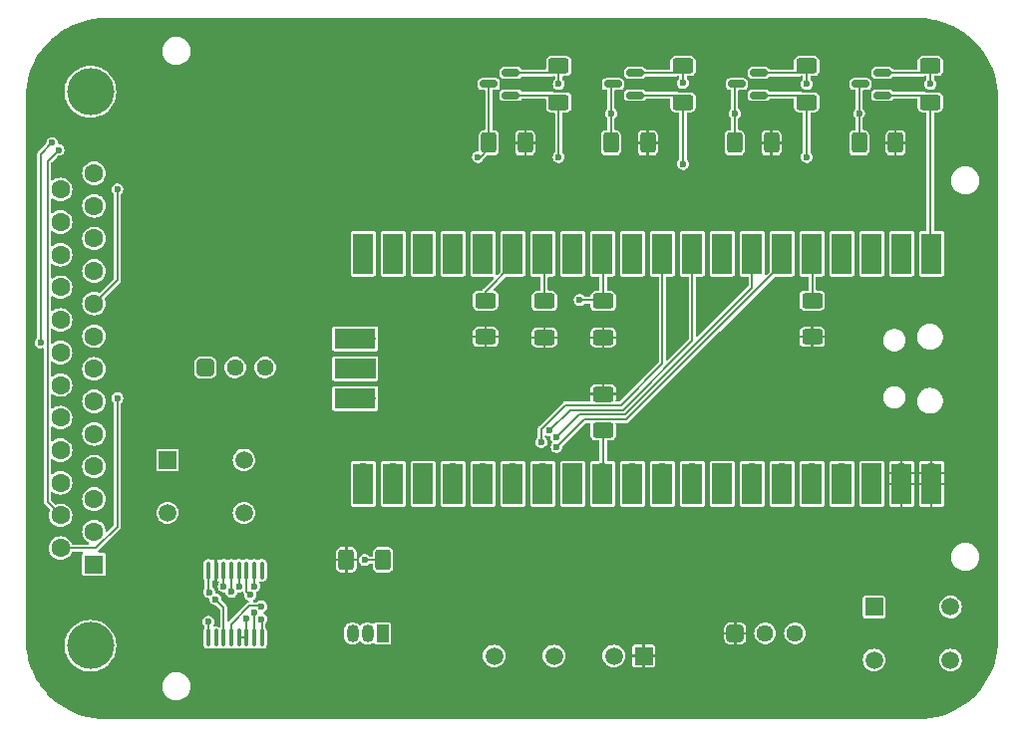
<source format=gbr>
%TF.GenerationSoftware,KiCad,Pcbnew,8.0.4*%
%TF.CreationDate,2025-01-16T17:17:22-06:00*%
%TF.ProjectId,KiCad-Pi-Pico,4b694361-642d-4506-992d-5069636f2e6b,1.0*%
%TF.SameCoordinates,Original*%
%TF.FileFunction,Copper,L1,Top*%
%TF.FilePolarity,Positive*%
%FSLAX46Y46*%
G04 Gerber Fmt 4.6, Leading zero omitted, Abs format (unit mm)*
G04 Created by KiCad (PCBNEW 8.0.4) date 2025-01-16 17:17:22*
%MOMM*%
%LPD*%
G01*
G04 APERTURE LIST*
G04 Aperture macros list*
%AMRoundRect*
0 Rectangle with rounded corners*
0 $1 Rounding radius*
0 $2 $3 $4 $5 $6 $7 $8 $9 X,Y pos of 4 corners*
0 Add a 4 corners polygon primitive as box body*
4,1,4,$2,$3,$4,$5,$6,$7,$8,$9,$2,$3,0*
0 Add four circle primitives for the rounded corners*
1,1,$1+$1,$2,$3*
1,1,$1+$1,$4,$5*
1,1,$1+$1,$6,$7*
1,1,$1+$1,$8,$9*
0 Add four rect primitives between the rounded corners*
20,1,$1+$1,$2,$3,$4,$5,0*
20,1,$1+$1,$4,$5,$6,$7,0*
20,1,$1+$1,$6,$7,$8,$9,0*
20,1,$1+$1,$8,$9,$2,$3,0*%
G04 Aperture macros list end*
%TA.AperFunction,SMDPad,CuDef*%
%ADD10RoundRect,0.143500X0.061500X-0.591500X0.061500X0.591500X-0.061500X0.591500X-0.061500X-0.591500X0*%
%TD*%
%TA.AperFunction,SMDPad,CuDef*%
%ADD11RoundRect,0.143500X-0.061500X0.591500X-0.061500X-0.591500X0.061500X-0.591500X0.061500X0.591500X0*%
%TD*%
%TA.AperFunction,ComponentPad*%
%ADD12R,1.500000X1.500000*%
%TD*%
%TA.AperFunction,ComponentPad*%
%ADD13C,1.500000*%
%TD*%
%TA.AperFunction,SMDPad,CuDef*%
%ADD14RoundRect,0.250000X0.400000X0.625000X-0.400000X0.625000X-0.400000X-0.625000X0.400000X-0.625000X0*%
%TD*%
%TA.AperFunction,SMDPad,CuDef*%
%ADD15RoundRect,0.250000X-0.625000X0.400000X-0.625000X-0.400000X0.625000X-0.400000X0.625000X0.400000X0*%
%TD*%
%TA.AperFunction,SMDPad,CuDef*%
%ADD16RoundRect,0.250000X-0.400000X-0.625000X0.400000X-0.625000X0.400000X0.625000X-0.400000X0.625000X0*%
%TD*%
%TA.AperFunction,ComponentPad*%
%ADD17O,1.700000X1.700000*%
%TD*%
%TA.AperFunction,SMDPad,CuDef*%
%ADD18R,1.700000X3.500000*%
%TD*%
%TA.AperFunction,ComponentPad*%
%ADD19R,1.700000X1.700000*%
%TD*%
%TA.AperFunction,SMDPad,CuDef*%
%ADD20R,3.500000X1.700000*%
%TD*%
%TA.AperFunction,SMDPad,CuDef*%
%ADD21RoundRect,0.250000X0.625000X-0.400000X0.625000X0.400000X-0.625000X0.400000X-0.625000X-0.400000X0*%
%TD*%
%TA.AperFunction,ComponentPad*%
%ADD22RoundRect,0.250000X0.470000X-0.470000X0.470000X0.470000X-0.470000X0.470000X-0.470000X-0.470000X0*%
%TD*%
%TA.AperFunction,ComponentPad*%
%ADD23C,1.440000*%
%TD*%
%TA.AperFunction,ComponentPad*%
%ADD24R,1.498600X1.498600*%
%TD*%
%TA.AperFunction,ComponentPad*%
%ADD25C,1.498600*%
%TD*%
%TA.AperFunction,ComponentPad*%
%ADD26R,1.016000X1.524000*%
%TD*%
%TA.AperFunction,ComponentPad*%
%ADD27O,1.016000X1.524000*%
%TD*%
%TA.AperFunction,SMDPad,CuDef*%
%ADD28RoundRect,0.150000X0.587500X0.150000X-0.587500X0.150000X-0.587500X-0.150000X0.587500X-0.150000X0*%
%TD*%
%TA.AperFunction,ComponentPad*%
%ADD29C,4.000000*%
%TD*%
%TA.AperFunction,ComponentPad*%
%ADD30R,1.600000X1.600000*%
%TD*%
%TA.AperFunction,ComponentPad*%
%ADD31C,1.600000*%
%TD*%
%TA.AperFunction,ViaPad*%
%ADD32C,0.600000*%
%TD*%
%TA.AperFunction,Conductor*%
%ADD33C,0.200000*%
%TD*%
G04 APERTURE END LIST*
D10*
%TO.P,U2,1,~{ALERT}*%
%TO.N,Net-(U1-GP28)*%
X112725000Y-122870000D03*
%TO.P,U2,2,~{CLEAR}*%
%TO.N,unconnected-(U2-~{CLEAR}-Pad2)*%
X113375000Y-122870000D03*
%TO.P,U2,3,~{RESET}*%
%TO.N,Net-(U2-~{RESET})*%
X114025000Y-122870000D03*
%TO.P,U2,4,VREFIN*%
%TO.N,+2V5REF*%
X114675000Y-122870000D03*
%TO.P,U2,5,AGND*%
%TO.N,GND*%
X115325000Y-122870000D03*
%TO.P,U2,6,VSS*%
X115975000Y-122870000D03*
%TO.P,U2,7,VOUT*%
%TO.N,Net-(U2-VOUT)*%
X116625000Y-122870000D03*
%TO.P,U2,8,VDD*%
%TO.N,+12V*%
X117275000Y-122870000D03*
D11*
%TO.P,U2,9*%
%TO.N,N/C*%
X117275000Y-117130000D03*
%TO.P,U2,10,SDO*%
%TO.N,Net-(U1-GP4)*%
X116625000Y-117130000D03*
%TO.P,U2,11,~{LDAC}*%
%TO.N,GND*%
X115975000Y-117130000D03*
%TO.P,U2,12,SDI*%
%TO.N,Net-(U1-GP7)*%
X115325000Y-117130000D03*
%TO.P,U2,13,~{SYNC}*%
%TO.N,Net-(U1-GP5)*%
X114675000Y-117130000D03*
%TO.P,U2,14,SCLK*%
%TO.N,Net-(U1-GP6)*%
X114025000Y-117130000D03*
%TO.P,U2,15,DVCC*%
%TO.N,+5V*%
X113375000Y-117130000D03*
%TO.P,U2,16,DGND*%
%TO.N,GND*%
X112725000Y-117130000D03*
%TD*%
D12*
%TO.P,U4,1,+VIN*%
%TO.N,+5V*%
X149687500Y-124420000D03*
D13*
%TO.P,U4,2,-VIN*%
%TO.N,GND*%
X147147500Y-124420000D03*
%TO.P,U4,4,-VOUT*%
X142067500Y-124420000D03*
%TO.P,U4,6,+VOUT*%
%TO.N,+12V*%
X136987500Y-124420000D03*
%TD*%
D14*
%TO.P,R4,1*%
%TO.N,+5V*%
X171075000Y-80800000D03*
%TO.P,R4,2*%
%TO.N,Net-(J1-P15)*%
X167975000Y-80800000D03*
%TD*%
%TO.P,R5,1*%
%TO.N,+5V*%
X160525000Y-80800000D03*
%TO.P,R5,2*%
%TO.N,Net-(J1-P16)*%
X157425000Y-80800000D03*
%TD*%
D15*
%TO.P,R7,1*%
%TO.N,+5V*%
X146250000Y-102150000D03*
%TO.P,R7,2*%
%TO.N,Net-(J1-P19)*%
X146250000Y-105250000D03*
%TD*%
D16*
%TO.P,R10,1*%
%TO.N,+5V*%
X124450000Y-116250000D03*
%TO.P,R10,2*%
%TO.N,+2V5REF*%
X127550000Y-116250000D03*
%TD*%
D17*
%TO.P,U1,1,GP0*%
%TO.N,Net-(Q1-G)*%
X174130000Y-91110000D03*
D18*
X174130000Y-90210000D03*
D17*
%TO.P,U1,2,GP1*%
%TO.N,Net-(Q2-G)*%
X171590000Y-91110000D03*
D18*
X171590000Y-90210000D03*
D19*
%TO.P,U1,3,GND*%
%TO.N,GND*%
X169050000Y-91110000D03*
D18*
X169050000Y-90210000D03*
D17*
%TO.P,U1,4,GP2*%
%TO.N,Net-(Q4-G)*%
X166510000Y-91110000D03*
D18*
X166510000Y-90210000D03*
D17*
%TO.P,U1,5,GP3*%
%TO.N,Net-(U1-GP3)*%
X163970000Y-91110000D03*
D18*
X163970000Y-90210000D03*
D17*
%TO.P,U1,6,GP4*%
%TO.N,Net-(U1-GP4)*%
X161430000Y-91110000D03*
D18*
X161430000Y-90210000D03*
D17*
%TO.P,U1,7,GP5*%
%TO.N,Net-(U1-GP5)*%
X158890000Y-91110000D03*
D18*
X158890000Y-90210000D03*
D19*
%TO.P,U1,8,GND*%
%TO.N,GND*%
X156350000Y-91110000D03*
D18*
X156350000Y-90210000D03*
D17*
%TO.P,U1,9,GP6*%
%TO.N,Net-(U1-GP6)*%
X153810000Y-91110000D03*
D18*
X153810000Y-90210000D03*
D17*
%TO.P,U1,10,GP7*%
%TO.N,Net-(U1-GP7)*%
X151270000Y-91110000D03*
D18*
X151270000Y-90210000D03*
D17*
%TO.P,U1,11,GP8*%
%TO.N,Net-(Q3-G)*%
X148730000Y-91110000D03*
D18*
X148730000Y-90210000D03*
D17*
%TO.P,U1,12,GP9*%
%TO.N,Net-(U1-GP9)*%
X146190000Y-91110000D03*
D18*
X146190000Y-90210000D03*
D19*
%TO.P,U1,13,GND*%
%TO.N,GND*%
X143650000Y-91110000D03*
D18*
X143650000Y-90210000D03*
D17*
%TO.P,U1,14,GP10*%
%TO.N,Net-(J1-P23)*%
X141110000Y-91110000D03*
D18*
X141110000Y-90210000D03*
D17*
%TO.P,U1,15,GP11*%
%TO.N,Net-(J1-P24)*%
X138570000Y-91110000D03*
D18*
X138570000Y-90210000D03*
D17*
%TO.P,U1,16,GP12*%
%TO.N,unconnected-(U1-GP12-Pad16)_1*%
X136030000Y-91110000D03*
D18*
%TO.N,unconnected-(U1-GP12-Pad16)*%
X136030000Y-90210000D03*
D17*
%TO.P,U1,17,GP13*%
%TO.N,unconnected-(U1-GP13-Pad17)*%
X133490000Y-91110000D03*
D18*
%TO.N,unconnected-(U1-GP13-Pad17)_1*%
X133490000Y-90210000D03*
D19*
%TO.P,U1,18,GND*%
%TO.N,GND*%
X130950000Y-91110000D03*
D18*
X130950000Y-90210000D03*
D17*
%TO.P,U1,19,GP14*%
%TO.N,unconnected-(U1-GP14-Pad19)_1*%
X128410000Y-91110000D03*
D18*
%TO.N,unconnected-(U1-GP14-Pad19)*%
X128410000Y-90210000D03*
D17*
%TO.P,U1,20,GP15*%
%TO.N,unconnected-(U1-GP15-Pad20)_1*%
X125870000Y-91110000D03*
D18*
%TO.N,unconnected-(U1-GP15-Pad20)*%
X125870000Y-90210000D03*
D17*
%TO.P,U1,21,GP16*%
%TO.N,unconnected-(U1-GP16-Pad21)_1*%
X125870000Y-108890000D03*
D18*
%TO.N,unconnected-(U1-GP16-Pad21)*%
X125870000Y-109790000D03*
D17*
%TO.P,U1,22,GP17*%
%TO.N,unconnected-(U1-GP17-Pad22)*%
X128410000Y-108890000D03*
D18*
%TO.N,unconnected-(U1-GP17-Pad22)_1*%
X128410000Y-109790000D03*
D19*
%TO.P,U1,23,GND*%
%TO.N,GND*%
X130950000Y-108890000D03*
D18*
X130950000Y-109790000D03*
D17*
%TO.P,U1,24,GP18*%
%TO.N,unconnected-(U1-GP18-Pad24)*%
X133490000Y-108890000D03*
D18*
%TO.N,unconnected-(U1-GP18-Pad24)_1*%
X133490000Y-109790000D03*
D17*
%TO.P,U1,25,GP19*%
%TO.N,unconnected-(U1-GP19-Pad25)*%
X136030000Y-108890000D03*
D18*
%TO.N,unconnected-(U1-GP19-Pad25)_1*%
X136030000Y-109790000D03*
D17*
%TO.P,U1,26,GP20*%
%TO.N,unconnected-(U1-GP20-Pad26)_1*%
X138570000Y-108890000D03*
D18*
%TO.N,unconnected-(U1-GP20-Pad26)*%
X138570000Y-109790000D03*
D17*
%TO.P,U1,27,GP21*%
%TO.N,unconnected-(U1-GP21-Pad27)_1*%
X141110000Y-108890000D03*
D18*
%TO.N,unconnected-(U1-GP21-Pad27)*%
X141110000Y-109790000D03*
D19*
%TO.P,U1,28,GND*%
%TO.N,GND*%
X143650000Y-108890000D03*
D18*
X143650000Y-109790000D03*
D17*
%TO.P,U1,29,GP22*%
%TO.N,Net-(J1-P19)*%
X146190000Y-108890000D03*
D18*
X146190000Y-109790000D03*
D17*
%TO.P,U1,30,~{RUN}*%
%TO.N,unconnected-(U1-~{RUN}-Pad30)_1*%
X148730000Y-108890000D03*
D18*
%TO.N,unconnected-(U1-~{RUN}-Pad30)*%
X148730000Y-109790000D03*
D17*
%TO.P,U1,31,GP26*%
%TO.N,Net-(U1-GP26)*%
X151270000Y-108890000D03*
D18*
X151270000Y-109790000D03*
D17*
%TO.P,U1,32,GP27*%
%TO.N,unconnected-(U1-GP27-Pad32)*%
X153810000Y-108890000D03*
D18*
X153810000Y-109790000D03*
D19*
%TO.P,U1,33,AGND*%
%TO.N,GND*%
X156350000Y-108890000D03*
D18*
X156350000Y-109790000D03*
D17*
%TO.P,U1,34,GP28*%
%TO.N,Net-(U1-GP28)*%
X158890000Y-108890000D03*
D18*
X158890000Y-109790000D03*
D17*
%TO.P,U1,35,ADC_VREF*%
%TO.N,+3.3VADC*%
X161430000Y-108890000D03*
D18*
X161430000Y-109790000D03*
D17*
%TO.P,U1,36,3V3_OUT*%
%TO.N,+3.3V*%
X163970000Y-108890000D03*
D18*
X163970000Y-109790000D03*
D17*
%TO.P,U1,37,3V3_EN*%
%TO.N,Net-(U1-3V3_EN)*%
X166510000Y-108890000D03*
D18*
X166510000Y-109790000D03*
D19*
%TO.P,U1,38,GND*%
%TO.N,GND*%
X169050000Y-108890000D03*
D18*
X169050000Y-109790000D03*
D17*
%TO.P,U1,39,VSYS*%
%TO.N,+5V*%
X171590000Y-108890000D03*
D18*
X171590000Y-109790000D03*
D17*
%TO.P,U1,40,VBUS*%
X174130000Y-108890000D03*
D18*
X174130000Y-109790000D03*
D17*
%TO.P,U1,41*%
%TO.N,N/C*%
X126100000Y-97460000D03*
D20*
X125200000Y-97460000D03*
D19*
%TO.P,U1,42*%
X126100000Y-100000000D03*
D20*
X125200000Y-100000000D03*
D17*
%TO.P,U1,43*%
X126100000Y-102540000D03*
D20*
X125200000Y-102540000D03*
%TD*%
D21*
%TO.P,R1,1*%
%TO.N,Net-(Q1-G)*%
X174025000Y-77350000D03*
%TO.P,R1,2*%
%TO.N,GND*%
X174025000Y-74250000D03*
%TD*%
D14*
%TO.P,R8,1*%
%TO.N,+5V*%
X139625000Y-80800000D03*
%TO.P,R8,2*%
%TO.N,Net-(Q4-D)*%
X136525000Y-80800000D03*
%TD*%
D22*
%TO.P,RV1,1,1*%
%TO.N,+5V*%
X157460000Y-122500000D03*
D23*
%TO.P,RV1,2,2*%
%TO.N,+3.3VADC*%
X160000000Y-122500000D03*
%TO.P,RV1,3,3*%
%TO.N,GND*%
X162540000Y-122500000D03*
%TD*%
D21*
%TO.P,R14,1*%
%TO.N,+5V*%
X164000000Y-97300000D03*
%TO.P,R14,2*%
%TO.N,Net-(U1-GP3)*%
X164000000Y-94200000D03*
%TD*%
D24*
%TO.P,SW1,1,1*%
%TO.N,Net-(U1-3V3_EN)*%
X169249999Y-120260599D03*
D25*
%TO.P,SW1,2,2*%
X175750000Y-120260599D03*
%TO.P,SW1,3,3*%
%TO.N,GND*%
X169249999Y-124760600D03*
%TO.P,SW1,4,4*%
X175750000Y-124760600D03*
%TD*%
D21*
%TO.P,R9,1*%
%TO.N,Net-(Q4-G)*%
X142475000Y-77350000D03*
%TO.P,R9,2*%
%TO.N,GND*%
X142475000Y-74250000D03*
%TD*%
%TO.P,R11,1*%
%TO.N,+5V*%
X136250000Y-97300000D03*
%TO.P,R11,2*%
%TO.N,Net-(J1-P24)*%
X136250000Y-94200000D03*
%TD*%
%TO.P,R2,1*%
%TO.N,Net-(Q2-G)*%
X163525000Y-77350000D03*
%TO.P,R2,2*%
%TO.N,GND*%
X163525000Y-74250000D03*
%TD*%
D26*
%TO.P,U5,1,ANODE*%
%TO.N,GND*%
X127500000Y-122500000D03*
D27*
%TO.P,U5,2,CATHODE*%
%TO.N,+2V5REF*%
X126230000Y-122500000D03*
%TO.P,U5,3,NC*%
%TO.N,unconnected-(U5-NC-Pad3)*%
X124960000Y-122500000D03*
%TD*%
D21*
%TO.P,R13,1*%
%TO.N,+5V*%
X146250000Y-97350000D03*
%TO.P,R13,2*%
%TO.N,Net-(U1-GP9)*%
X146250000Y-94250000D03*
%TD*%
D28*
%TO.P,Q4,1,G*%
%TO.N,Net-(Q4-G)*%
X138412500Y-76750000D03*
%TO.P,Q4,2,S*%
%TO.N,GND*%
X138412500Y-74850000D03*
%TO.P,Q4,3,D*%
%TO.N,Net-(Q4-D)*%
X136537500Y-75800000D03*
%TD*%
%TO.P,Q3,1,G*%
%TO.N,Net-(Q3-G)*%
X148962500Y-76750000D03*
%TO.P,Q3,2,S*%
%TO.N,GND*%
X148962500Y-74850000D03*
%TO.P,Q3,3,D*%
%TO.N,Net-(J1-P20)*%
X147087500Y-75800000D03*
%TD*%
D21*
%TO.P,R3,1*%
%TO.N,Net-(Q3-G)*%
X153025000Y-77350000D03*
%TO.P,R3,2*%
%TO.N,GND*%
X153025000Y-74250000D03*
%TD*%
D28*
%TO.P,Q1,1,G*%
%TO.N,Net-(Q1-G)*%
X169962500Y-76750000D03*
%TO.P,Q1,2,S*%
%TO.N,GND*%
X169962500Y-74850000D03*
%TO.P,Q1,3,D*%
%TO.N,Net-(J1-P15)*%
X168087500Y-75800000D03*
%TD*%
D22*
%TO.P,RV2,1,1*%
%TO.N,Net-(J1-P14)*%
X112460000Y-99897500D03*
D23*
%TO.P,RV2,2,2*%
%TO.N,Net-(U1-GP26)*%
X115000000Y-99897500D03*
%TO.P,RV2,3,3*%
%TO.N,GND*%
X117540000Y-99897500D03*
%TD*%
D14*
%TO.P,R6,1*%
%TO.N,+5V*%
X150025000Y-80800000D03*
%TO.P,R6,2*%
%TO.N,Net-(J1-P20)*%
X146925000Y-80800000D03*
%TD*%
D28*
%TO.P,Q2,1,G*%
%TO.N,Net-(Q2-G)*%
X159462500Y-76750000D03*
%TO.P,Q2,2,S*%
%TO.N,GND*%
X159462500Y-74850000D03*
%TO.P,Q2,3,D*%
%TO.N,Net-(J1-P16)*%
X157587500Y-75800000D03*
%TD*%
D24*
%TO.P,SW2,1,1*%
%TO.N,GND*%
X109249999Y-107760599D03*
D25*
%TO.P,SW2,2,2*%
X115750000Y-107760599D03*
%TO.P,SW2,3,3*%
%TO.N,Net-(U2-~{RESET})*%
X109249999Y-112260600D03*
%TO.P,SW2,4,4*%
X115750000Y-112260600D03*
%TD*%
D21*
%TO.P,R12,1*%
%TO.N,+5V*%
X141250000Y-97350000D03*
%TO.P,R12,2*%
%TO.N,Net-(J1-P23)*%
X141250000Y-94250000D03*
%TD*%
D29*
%TO.P,J1,0,PAD*%
%TO.N,GND*%
X102705331Y-123555000D03*
X102705331Y-76455000D03*
D30*
%TO.P,J1,1,1*%
%TO.N,Net-(U2-VOUT)*%
X103005331Y-116625000D03*
D31*
%TO.P,J1,2,2*%
%TO.N,unconnected-(J1-Pad2)*%
X103005331Y-113855000D03*
%TO.P,J1,3,3*%
%TO.N,GND*%
X103005331Y-111085000D03*
%TO.P,J1,4,4*%
%TO.N,unconnected-(J1-Pad4)*%
X103005331Y-108315000D03*
%TO.P,J1,5,5*%
%TO.N,GND*%
X103005331Y-105545000D03*
%TO.P,J1,6,6*%
%TO.N,Net-(U1-GP3)*%
X103005331Y-102775000D03*
%TO.P,J1,7,7*%
%TO.N,GND*%
X103005331Y-100005000D03*
%TO.P,J1,8,8*%
%TO.N,Net-(U1-GP9)*%
X103005331Y-97235000D03*
%TO.P,J1,9,9*%
%TO.N,Net-(Q4-D)*%
X103005331Y-94465000D03*
%TO.P,J1,10,10*%
%TO.N,GND*%
X103005331Y-91695000D03*
%TO.P,J1,11,11*%
%TO.N,unconnected-(J1-Pad11)*%
X103005331Y-88925000D03*
%TO.P,J1,12,12*%
%TO.N,unconnected-(J1-Pad12)*%
X103005331Y-86155000D03*
%TO.P,J1,13,13*%
%TO.N,unconnected-(J1-Pad13)*%
X103005331Y-83385000D03*
%TO.P,J1,14,P14*%
%TO.N,Net-(J1-P14)*%
X100165331Y-115240000D03*
%TO.P,J1,15,P15*%
%TO.N,Net-(J1-P15)*%
X100165331Y-112470000D03*
%TO.P,J1,16,P16*%
%TO.N,Net-(J1-P16)*%
X100165331Y-109700000D03*
%TO.P,J1,17,P17*%
%TO.N,GND*%
X100165331Y-106930000D03*
%TO.P,J1,18,P18*%
X100165331Y-104160000D03*
%TO.P,J1,19,P19*%
%TO.N,Net-(J1-P19)*%
X100165331Y-101390000D03*
%TO.P,J1,20,P20*%
%TO.N,Net-(J1-P20)*%
X100165331Y-98620000D03*
%TO.P,J1,21,P21*%
%TO.N,GND*%
X100165331Y-95850000D03*
%TO.P,J1,22,P22*%
X100165331Y-93080000D03*
%TO.P,J1,23,P23*%
%TO.N,Net-(J1-P23)*%
X100165331Y-90310000D03*
%TO.P,J1,24,P24*%
%TO.N,Net-(J1-P24)*%
X100165331Y-87540000D03*
%TO.P,J1,25,P25*%
%TO.N,unconnected-(J1-P25-Pad25)*%
X100165331Y-84770000D03*
%TD*%
D32*
%TO.N,Net-(U2-~{RESET})*%
X113329151Y-119600000D03*
%TO.N,Net-(Q4-D)*%
X105000000Y-84750000D03*
X135625000Y-82000000D03*
%TO.N,Net-(U1-GP9)*%
X144250000Y-94150000D03*
%TO.N,Net-(J1-P15)*%
X99999953Y-81400000D03*
X167975000Y-78300000D03*
%TO.N,Net-(U2-VOUT)*%
X116625000Y-120750000D03*
%TO.N,Net-(J1-P14)*%
X105000000Y-102500000D03*
%TO.N,Net-(J1-P16)*%
X98465331Y-97775000D03*
X99470803Y-80800000D03*
X157425000Y-78300000D03*
%TO.N,Net-(J1-P20)*%
X146925000Y-78300000D03*
%TO.N,Net-(Q2-G)*%
X163525000Y-82000000D03*
%TO.N,Net-(Q3-G)*%
X153025000Y-82600000D03*
%TO.N,Net-(Q4-G)*%
X142475000Y-82000000D03*
%TO.N,+2V5REF*%
X117212844Y-120207374D03*
X126000000Y-116250000D03*
%TO.N,Net-(U1-GP5)*%
X114674999Y-118966372D03*
X142271598Y-105820128D03*
%TO.N,Net-(U1-GP4)*%
X116625000Y-118500000D03*
X142297945Y-106642311D03*
%TO.N,Net-(U1-GP7)*%
X115325000Y-118500000D03*
X140996598Y-106246598D03*
%TO.N,Net-(U1-GP6)*%
X141705911Y-105254441D03*
X114025000Y-118500000D03*
%TO.N,GND*%
X153020000Y-75700000D03*
X174030000Y-75800000D03*
X116296861Y-119229609D03*
X163530000Y-75800000D03*
X112800000Y-119000000D03*
X142480000Y-75800000D03*
X115975000Y-121250000D03*
%TO.N,+12V*%
X117225000Y-121283437D03*
%TO.N,Net-(U1-GP28)*%
X112725000Y-121500000D03*
%TD*%
D33*
%TO.N,Net-(U2-~{RESET})*%
X114025000Y-120295849D02*
X113329151Y-119600000D01*
X114025000Y-122870000D02*
X114025000Y-120295849D01*
%TO.N,Net-(Q4-D)*%
X135825000Y-82000000D02*
X135625000Y-82000000D01*
X136525000Y-80800000D02*
X136525000Y-75812500D01*
X105000000Y-92470331D02*
X105000000Y-84750000D01*
X103005331Y-94465000D02*
X105000000Y-92470331D01*
X136525000Y-81300000D02*
X135825000Y-82000000D01*
%TO.N,Net-(U1-GP9)*%
X146250000Y-94250000D02*
X146250000Y-91170000D01*
X144250000Y-94150000D02*
X146150000Y-94150000D01*
%TO.N,Net-(J1-P19)*%
X146250000Y-105250000D02*
X146250000Y-108830000D01*
%TO.N,Net-(U1-GP3)*%
X164000000Y-94200000D02*
X164000000Y-91140000D01*
%TO.N,Net-(J1-P15)*%
X99999953Y-81400000D02*
X99065331Y-82334622D01*
X99065331Y-111370000D02*
X100165331Y-112470000D01*
X167975000Y-78300000D02*
X167975000Y-75912500D01*
X167975000Y-80800000D02*
X167975000Y-78300000D01*
X99065331Y-82334622D02*
X99065331Y-111370000D01*
%TO.N,Net-(U2-VOUT)*%
X116625000Y-120750000D02*
X116625000Y-122870000D01*
%TO.N,Net-(J1-P14)*%
X103175966Y-115240000D02*
X100165331Y-115240000D01*
X105000000Y-113415966D02*
X103175966Y-115240000D01*
X105000000Y-102500000D02*
X105000000Y-113415966D01*
%TO.N,Net-(J1-P16)*%
X98465331Y-81805472D02*
X99470803Y-80800000D01*
X157425000Y-80800000D02*
X157425000Y-78300000D01*
X98465331Y-97775000D02*
X98465331Y-81805472D01*
X157425000Y-78300000D02*
X157425000Y-75962500D01*
%TO.N,Net-(J1-P23)*%
X141250000Y-94250000D02*
X141250000Y-91250000D01*
%TO.N,Net-(J1-P24)*%
X136250000Y-93430000D02*
X138570000Y-91110000D01*
X136250000Y-94200000D02*
X136250000Y-93430000D01*
%TO.N,Net-(J1-P20)*%
X146925000Y-80800000D02*
X146925000Y-78300000D01*
X146925000Y-78300000D02*
X146925000Y-75962500D01*
%TO.N,Net-(Q1-G)*%
X174025000Y-77350000D02*
X174025000Y-91005000D01*
X173425000Y-76750000D02*
X174025000Y-77350000D01*
X169962500Y-76750000D02*
X173425000Y-76750000D01*
%TO.N,Net-(Q2-G)*%
X162925000Y-76750000D02*
X163525000Y-77350000D01*
X163525000Y-77350000D02*
X163525000Y-82000000D01*
X159462500Y-76750000D02*
X162925000Y-76750000D01*
%TO.N,Net-(Q3-G)*%
X148962500Y-76750000D02*
X152425000Y-76750000D01*
X153025000Y-77350000D02*
X153025000Y-82600000D01*
X152425000Y-76750000D02*
X153025000Y-77350000D01*
%TO.N,Net-(Q4-G)*%
X142475000Y-82000000D02*
X142475000Y-77350000D01*
X141875000Y-76750000D02*
X142475000Y-77350000D01*
X138412500Y-76750000D02*
X141875000Y-76750000D01*
%TO.N,+2V5REF*%
X114675000Y-122870000D02*
X114675000Y-121701471D01*
X117155470Y-120150000D02*
X117212844Y-120207374D01*
X127550000Y-116250000D02*
X126000000Y-116250000D01*
X114675000Y-121701471D02*
X116226471Y-120150000D01*
X116226471Y-120150000D02*
X117155470Y-120150000D01*
%TO.N,Net-(U1-GP5)*%
X144191726Y-103900000D02*
X142271598Y-105820128D01*
X148074314Y-103900000D02*
X144191726Y-103900000D01*
X114675000Y-118966371D02*
X114675000Y-117130000D01*
X114674999Y-118966372D02*
X114675000Y-118966371D01*
X158890000Y-91110000D02*
X158890000Y-93084314D01*
X158890000Y-93084314D02*
X148074314Y-103900000D01*
%TO.N,Net-(U1-GP4)*%
X148240000Y-104300000D02*
X144640256Y-104300000D01*
X116625000Y-118500000D02*
X116625000Y-117130000D01*
X161430000Y-91110000D02*
X148240000Y-104300000D01*
X144640256Y-104300000D02*
X142297945Y-106642311D01*
%TO.N,Net-(U1-GP7)*%
X140996598Y-105115225D02*
X140996598Y-106246598D01*
X147742942Y-103100000D02*
X143011823Y-103100000D01*
X151270000Y-91110000D02*
X151270000Y-99572942D01*
X143011823Y-103100000D02*
X140996598Y-105115225D01*
X115325000Y-118500000D02*
X115325000Y-117130000D01*
X151270000Y-99572942D02*
X147742942Y-103100000D01*
%TO.N,Net-(U1-GP6)*%
X143460352Y-103500000D02*
X147908628Y-103500000D01*
X147908628Y-103500000D02*
X153810000Y-97598628D01*
X114025000Y-118500000D02*
X114025000Y-117130000D01*
X153810000Y-97598628D02*
X153810000Y-91110000D01*
X141705911Y-105254441D02*
X143460352Y-103500000D01*
%TO.N,GND*%
X115325000Y-122870000D02*
X115975000Y-122870000D01*
X141875000Y-74850000D02*
X142475000Y-74250000D01*
X142475000Y-75795000D02*
X142480000Y-75800000D01*
X152425000Y-74850000D02*
X153025000Y-74250000D01*
X142475000Y-74250000D02*
X142475000Y-75795000D01*
X169962500Y-74850000D02*
X173425000Y-74850000D01*
X115975000Y-122870000D02*
X115975000Y-121250000D01*
X173425000Y-74850000D02*
X174025000Y-74250000D01*
X153025000Y-75695000D02*
X153020000Y-75700000D01*
X163525000Y-74250000D02*
X163525000Y-75795000D01*
X138412500Y-74850000D02*
X141875000Y-74850000D01*
X115975000Y-117130000D02*
X115975000Y-118907748D01*
X159462500Y-74850000D02*
X162925000Y-74850000D01*
X112800000Y-119000000D02*
X112725000Y-118925000D01*
X162925000Y-74850000D02*
X163525000Y-74250000D01*
X112725000Y-118925000D02*
X112725000Y-117130000D01*
X148962500Y-74850000D02*
X152425000Y-74850000D01*
X174025000Y-74250000D02*
X174025000Y-75795000D01*
X153025000Y-74250000D02*
X153025000Y-75695000D01*
X115975000Y-118907748D02*
X116296861Y-119229609D01*
X174025000Y-75795000D02*
X174030000Y-75800000D01*
X163525000Y-75795000D02*
X163530000Y-75800000D01*
%TO.N,+12V*%
X117225000Y-121283437D02*
X117275000Y-121333437D01*
X117275000Y-121333437D02*
X117275000Y-122870000D01*
%TO.N,Net-(U1-GP28)*%
X112725000Y-121500000D02*
X112725000Y-122870000D01*
%TD*%
%TA.AperFunction,Conductor*%
%TO.N,+5V*%
G36*
X173001844Y-70200569D02*
G01*
X173504431Y-70219374D01*
X173511794Y-70219926D01*
X174004742Y-70275468D01*
X174009739Y-70276031D01*
X174017059Y-70277135D01*
X174263222Y-70323711D01*
X174509388Y-70370288D01*
X174516600Y-70371934D01*
X175000620Y-70501627D01*
X175007689Y-70503808D01*
X175480638Y-70669300D01*
X175487524Y-70672002D01*
X175946800Y-70872382D01*
X175953471Y-70875595D01*
X176396471Y-71109727D01*
X176402882Y-71113428D01*
X176827163Y-71380021D01*
X176833279Y-71384191D01*
X177236446Y-71681743D01*
X177242222Y-71686349D01*
X177606436Y-71999780D01*
X177622016Y-72013188D01*
X177627444Y-72018223D01*
X177981776Y-72372555D01*
X177986811Y-72377983D01*
X178313645Y-72757771D01*
X178318261Y-72763559D01*
X178615807Y-73166719D01*
X178619978Y-73172836D01*
X178886571Y-73597117D01*
X178890272Y-73603528D01*
X179124404Y-74046528D01*
X179127617Y-74053199D01*
X179327997Y-74512475D01*
X179330701Y-74519366D01*
X179496190Y-74992307D01*
X179498373Y-74999382D01*
X179628064Y-75483396D01*
X179629711Y-75490614D01*
X179722864Y-75982940D01*
X179723968Y-75990260D01*
X179780072Y-76488194D01*
X179780625Y-76495577D01*
X179799431Y-76998155D01*
X179799500Y-77001857D01*
X179799500Y-122998142D01*
X179799431Y-123001844D01*
X179780625Y-123504422D01*
X179780072Y-123511805D01*
X179723968Y-124009739D01*
X179722864Y-124017059D01*
X179629711Y-124509385D01*
X179628064Y-124516603D01*
X179498373Y-125000617D01*
X179496190Y-125007692D01*
X179330701Y-125480633D01*
X179327997Y-125487524D01*
X179127617Y-125946800D01*
X179124404Y-125953471D01*
X178890272Y-126396471D01*
X178886571Y-126402882D01*
X178619978Y-126827163D01*
X178615807Y-126833280D01*
X178318261Y-127236440D01*
X178313645Y-127242228D01*
X177986811Y-127622016D01*
X177981776Y-127627444D01*
X177627444Y-127981776D01*
X177622016Y-127986811D01*
X177242228Y-128313645D01*
X177236440Y-128318261D01*
X176833280Y-128615807D01*
X176827163Y-128619978D01*
X176402882Y-128886571D01*
X176396471Y-128890272D01*
X175953471Y-129124404D01*
X175946800Y-129127617D01*
X175487524Y-129327997D01*
X175480633Y-129330701D01*
X175007692Y-129496190D01*
X175000617Y-129498373D01*
X174516603Y-129628064D01*
X174509385Y-129629711D01*
X174017059Y-129722864D01*
X174009739Y-129723968D01*
X173511805Y-129780072D01*
X173504422Y-129780625D01*
X173001844Y-129799431D01*
X172998142Y-129799500D01*
X104001858Y-129799500D01*
X103998156Y-129799431D01*
X103495577Y-129780625D01*
X103488194Y-129780072D01*
X102990260Y-129723968D01*
X102982940Y-129722864D01*
X102490614Y-129629711D01*
X102483396Y-129628064D01*
X101999382Y-129498373D01*
X101992307Y-129496190D01*
X101519366Y-129330701D01*
X101512475Y-129327997D01*
X101053199Y-129127617D01*
X101046528Y-129124404D01*
X100603528Y-128890272D01*
X100597117Y-128886571D01*
X100172836Y-128619978D01*
X100166719Y-128615807D01*
X99763559Y-128318261D01*
X99757771Y-128313645D01*
X99377983Y-127986811D01*
X99372555Y-127981776D01*
X99018223Y-127627444D01*
X99013188Y-127622016D01*
X98719822Y-127281118D01*
X98686349Y-127242222D01*
X98681738Y-127236440D01*
X98576967Y-127094481D01*
X98437504Y-126905515D01*
X108799500Y-126905515D01*
X108799500Y-127094484D01*
X108829058Y-127281113D01*
X108887453Y-127460832D01*
X108972345Y-127627444D01*
X108973240Y-127629199D01*
X109084310Y-127782073D01*
X109217927Y-127915690D01*
X109370801Y-128026760D01*
X109539168Y-128112547D01*
X109718882Y-128170940D01*
X109718883Y-128170940D01*
X109718886Y-128170941D01*
X109905516Y-128200500D01*
X109905519Y-128200500D01*
X110094484Y-128200500D01*
X110281113Y-128170941D01*
X110281114Y-128170940D01*
X110281118Y-128170940D01*
X110460832Y-128112547D01*
X110629199Y-128026760D01*
X110782073Y-127915690D01*
X110915690Y-127782073D01*
X111026760Y-127629199D01*
X111112547Y-127460832D01*
X111170940Y-127281118D01*
X111170941Y-127281113D01*
X111200500Y-127094484D01*
X111200500Y-126905515D01*
X111170941Y-126718886D01*
X111170940Y-126718882D01*
X111112547Y-126539168D01*
X111026760Y-126370801D01*
X110915690Y-126217927D01*
X110782073Y-126084310D01*
X110629199Y-125973240D01*
X110629198Y-125973239D01*
X110629196Y-125973238D01*
X110460832Y-125887453D01*
X110281113Y-125829058D01*
X110094484Y-125799500D01*
X110094481Y-125799500D01*
X109905519Y-125799500D01*
X109905516Y-125799500D01*
X109718886Y-125829058D01*
X109539167Y-125887453D01*
X109370803Y-125973238D01*
X109217928Y-126084309D01*
X109084309Y-126217928D01*
X108973238Y-126370803D01*
X108887453Y-126539167D01*
X108829058Y-126718886D01*
X108799500Y-126905515D01*
X98437504Y-126905515D01*
X98384191Y-126833279D01*
X98380021Y-126827163D01*
X98113428Y-126402882D01*
X98109727Y-126396471D01*
X97875595Y-125953471D01*
X97872382Y-125946800D01*
X97790979Y-125760222D01*
X97672000Y-125487520D01*
X97669298Y-125480633D01*
X97653491Y-125435460D01*
X97503808Y-125007689D01*
X97501626Y-125000617D01*
X97431815Y-124740080D01*
X97371934Y-124516600D01*
X97370288Y-124509385D01*
X97363339Y-124472661D01*
X97277135Y-124017059D01*
X97276031Y-124009739D01*
X97257226Y-123842839D01*
X97224794Y-123554999D01*
X100500109Y-123554999D01*
X100500109Y-123555000D01*
X100518974Y-123842836D01*
X100575251Y-124125759D01*
X100667971Y-124398900D01*
X100667976Y-124398911D01*
X100795553Y-124657611D01*
X100955808Y-124897450D01*
X100955818Y-124897463D01*
X101129371Y-125095361D01*
X101146004Y-125114327D01*
X101146012Y-125114334D01*
X101146013Y-125114335D01*
X101362867Y-125304512D01*
X101362874Y-125304517D01*
X101362877Y-125304520D01*
X101602720Y-125464778D01*
X101861429Y-125592359D01*
X101990990Y-125636339D01*
X102134571Y-125685079D01*
X102134573Y-125685079D01*
X102134578Y-125685081D01*
X102417492Y-125741356D01*
X102705331Y-125760222D01*
X102993170Y-125741356D01*
X103276084Y-125685081D01*
X103549233Y-125592359D01*
X103807942Y-125464778D01*
X104047785Y-125304520D01*
X104264658Y-125114327D01*
X104454851Y-124897454D01*
X104615109Y-124657611D01*
X104732288Y-124419995D01*
X136032401Y-124419995D01*
X136032401Y-124420004D01*
X136050751Y-124606325D01*
X136050752Y-124606328D01*
X136105105Y-124785504D01*
X136105106Y-124785506D01*
X136193359Y-124950617D01*
X136193362Y-124950622D01*
X136193364Y-124950625D01*
X136234392Y-125000617D01*
X136312138Y-125095352D01*
X136312147Y-125095361D01*
X136379645Y-125150755D01*
X136456875Y-125214136D01*
X136456880Y-125214138D01*
X136456882Y-125214140D01*
X136621993Y-125302393D01*
X136621999Y-125302396D01*
X136801169Y-125356747D01*
X136801171Y-125356747D01*
X136801174Y-125356748D01*
X136987496Y-125375099D01*
X136987500Y-125375099D01*
X136987504Y-125375099D01*
X137173825Y-125356748D01*
X137173826Y-125356747D01*
X137173831Y-125356747D01*
X137353001Y-125302396D01*
X137518125Y-125214136D01*
X137662857Y-125095357D01*
X137781636Y-124950625D01*
X137869896Y-124785501D01*
X137924247Y-124606331D01*
X137927392Y-124574407D01*
X137942599Y-124420004D01*
X137942599Y-124419995D01*
X141112401Y-124419995D01*
X141112401Y-124420004D01*
X141130751Y-124606325D01*
X141130752Y-124606328D01*
X141185105Y-124785504D01*
X141185106Y-124785506D01*
X141273359Y-124950617D01*
X141273362Y-124950622D01*
X141273364Y-124950625D01*
X141314392Y-125000617D01*
X141392138Y-125095352D01*
X141392147Y-125095361D01*
X141459645Y-125150755D01*
X141536875Y-125214136D01*
X141536880Y-125214138D01*
X141536882Y-125214140D01*
X141701993Y-125302393D01*
X141701999Y-125302396D01*
X141881169Y-125356747D01*
X141881171Y-125356747D01*
X141881174Y-125356748D01*
X142067496Y-125375099D01*
X142067500Y-125375099D01*
X142067504Y-125375099D01*
X142253825Y-125356748D01*
X142253826Y-125356747D01*
X142253831Y-125356747D01*
X142433001Y-125302396D01*
X142598125Y-125214136D01*
X142742857Y-125095357D01*
X142861636Y-124950625D01*
X142949896Y-124785501D01*
X143004247Y-124606331D01*
X143007392Y-124574407D01*
X143022599Y-124420004D01*
X143022599Y-124419995D01*
X146192401Y-124419995D01*
X146192401Y-124420004D01*
X146210751Y-124606325D01*
X146210752Y-124606328D01*
X146265105Y-124785504D01*
X146265106Y-124785506D01*
X146353359Y-124950617D01*
X146353362Y-124950622D01*
X146353364Y-124950625D01*
X146394392Y-125000617D01*
X146472138Y-125095352D01*
X146472147Y-125095361D01*
X146539645Y-125150755D01*
X146616875Y-125214136D01*
X146616880Y-125214138D01*
X146616882Y-125214140D01*
X146781993Y-125302393D01*
X146781999Y-125302396D01*
X146961169Y-125356747D01*
X146961171Y-125356747D01*
X146961174Y-125356748D01*
X147147496Y-125375099D01*
X147147500Y-125375099D01*
X147147504Y-125375099D01*
X147333825Y-125356748D01*
X147333826Y-125356747D01*
X147333831Y-125356747D01*
X147513001Y-125302396D01*
X147678125Y-125214136D01*
X147822857Y-125095357D01*
X147941636Y-124950625D01*
X148029896Y-124785501D01*
X148084247Y-124606331D01*
X148087392Y-124574407D01*
X148102599Y-124420004D01*
X148102599Y-124419995D01*
X148084248Y-124233674D01*
X148084247Y-124233671D01*
X148084247Y-124233669D01*
X148029896Y-124054499D01*
X148007935Y-124013413D01*
X147941640Y-123889382D01*
X147941638Y-123889380D01*
X147941636Y-123889375D01*
X147867387Y-123798903D01*
X147822861Y-123744647D01*
X147822852Y-123744638D01*
X147721975Y-123661851D01*
X147707899Y-123650299D01*
X148737500Y-123650299D01*
X148737500Y-124319999D01*
X148737501Y-124320000D01*
X149300184Y-124320000D01*
X149287500Y-124367339D01*
X149287500Y-124472661D01*
X149300184Y-124520000D01*
X148737501Y-124520000D01*
X148737500Y-124520001D01*
X148737500Y-125189700D01*
X148749103Y-125248036D01*
X148793306Y-125314189D01*
X148793310Y-125314193D01*
X148859463Y-125358396D01*
X148917799Y-125369999D01*
X148917803Y-125370000D01*
X149587499Y-125370000D01*
X149587500Y-125369999D01*
X149587500Y-124807315D01*
X149634839Y-124820000D01*
X149740161Y-124820000D01*
X149787500Y-124807315D01*
X149787500Y-125369999D01*
X149787501Y-125370000D01*
X150457197Y-125370000D01*
X150457200Y-125369999D01*
X150515536Y-125358396D01*
X150581689Y-125314193D01*
X150581693Y-125314189D01*
X150625896Y-125248036D01*
X150637499Y-125189700D01*
X150637500Y-125189697D01*
X150637500Y-124760596D01*
X168295603Y-124760596D01*
X168295603Y-124760603D01*
X168313939Y-124946787D01*
X168313940Y-124946793D01*
X168368252Y-125125832D01*
X168456447Y-125290833D01*
X168525602Y-125375099D01*
X168575139Y-125435460D01*
X168719765Y-125554151D01*
X168884767Y-125642347D01*
X169009494Y-125680182D01*
X169063805Y-125696658D01*
X169063811Y-125696659D01*
X169249996Y-125714996D01*
X169249999Y-125714996D01*
X169250002Y-125714996D01*
X169436186Y-125696659D01*
X169436192Y-125696658D01*
X169615231Y-125642347D01*
X169780233Y-125554151D01*
X169924859Y-125435460D01*
X170043550Y-125290834D01*
X170131746Y-125125832D01*
X170186057Y-124946793D01*
X170190916Y-124897463D01*
X170204395Y-124760603D01*
X170204395Y-124760596D01*
X174795604Y-124760596D01*
X174795604Y-124760603D01*
X174813940Y-124946787D01*
X174813941Y-124946793D01*
X174868253Y-125125832D01*
X174956448Y-125290833D01*
X175025603Y-125375099D01*
X175075140Y-125435460D01*
X175219766Y-125554151D01*
X175384768Y-125642347D01*
X175509495Y-125680182D01*
X175563806Y-125696658D01*
X175563812Y-125696659D01*
X175749997Y-125714996D01*
X175750000Y-125714996D01*
X175750003Y-125714996D01*
X175936187Y-125696659D01*
X175936193Y-125696658D01*
X176115232Y-125642347D01*
X176280234Y-125554151D01*
X176424860Y-125435460D01*
X176543551Y-125290834D01*
X176631747Y-125125832D01*
X176686058Y-124946793D01*
X176690917Y-124897463D01*
X176704396Y-124760603D01*
X176704396Y-124760596D01*
X176686059Y-124574412D01*
X176686058Y-124574406D01*
X176666334Y-124509385D01*
X176631747Y-124395368D01*
X176543551Y-124230366D01*
X176424860Y-124085740D01*
X176280234Y-123967049D01*
X176280233Y-123967048D01*
X176115232Y-123878853D01*
X175936193Y-123824541D01*
X175936187Y-123824540D01*
X175750003Y-123806204D01*
X175749997Y-123806204D01*
X175563812Y-123824540D01*
X175563806Y-123824541D01*
X175384767Y-123878853D01*
X175219766Y-123967048D01*
X175075145Y-124085735D01*
X175075135Y-124085745D01*
X174956448Y-124230366D01*
X174868253Y-124395367D01*
X174813941Y-124574406D01*
X174813940Y-124574412D01*
X174795604Y-124760596D01*
X170204395Y-124760596D01*
X170186058Y-124574412D01*
X170186057Y-124574406D01*
X170166333Y-124509385D01*
X170131746Y-124395368D01*
X170043550Y-124230366D01*
X169924859Y-124085740D01*
X169780233Y-123967049D01*
X169780232Y-123967048D01*
X169615231Y-123878853D01*
X169436192Y-123824541D01*
X169436186Y-123824540D01*
X169250002Y-123806204D01*
X169249996Y-123806204D01*
X169063811Y-123824540D01*
X169063805Y-123824541D01*
X168884766Y-123878853D01*
X168719765Y-123967048D01*
X168575144Y-124085735D01*
X168575134Y-124085745D01*
X168456447Y-124230366D01*
X168368252Y-124395367D01*
X168313940Y-124574406D01*
X168313939Y-124574412D01*
X168295603Y-124760596D01*
X150637500Y-124760596D01*
X150637500Y-124520001D01*
X150637499Y-124520000D01*
X150074816Y-124520000D01*
X150087500Y-124472661D01*
X150087500Y-124367339D01*
X150074816Y-124320000D01*
X150637499Y-124320000D01*
X150637500Y-124319999D01*
X150637500Y-123650302D01*
X150637499Y-123650299D01*
X150625896Y-123591963D01*
X150581693Y-123525810D01*
X150581689Y-123525806D01*
X150515536Y-123481603D01*
X150457200Y-123470000D01*
X149787501Y-123470000D01*
X149787500Y-123470001D01*
X149787500Y-124032684D01*
X149740161Y-124020000D01*
X149634839Y-124020000D01*
X149587500Y-124032684D01*
X149587500Y-123470001D01*
X149587499Y-123470000D01*
X148917799Y-123470000D01*
X148859463Y-123481603D01*
X148793310Y-123525806D01*
X148793306Y-123525810D01*
X148749103Y-123591963D01*
X148737500Y-123650299D01*
X147707899Y-123650299D01*
X147678125Y-123625864D01*
X147678122Y-123625862D01*
X147678117Y-123625859D01*
X147513006Y-123537606D01*
X147513004Y-123537605D01*
X147474121Y-123525810D01*
X147333831Y-123483253D01*
X147333828Y-123483252D01*
X147333825Y-123483251D01*
X147147504Y-123464901D01*
X147147496Y-123464901D01*
X146961174Y-123483251D01*
X146961171Y-123483252D01*
X146781995Y-123537605D01*
X146781993Y-123537606D01*
X146616882Y-123625859D01*
X146616876Y-123625863D01*
X146472147Y-123744638D01*
X146472138Y-123744647D01*
X146353363Y-123889376D01*
X146353359Y-123889382D01*
X146265106Y-124054493D01*
X146265105Y-124054495D01*
X146210752Y-124233671D01*
X146210751Y-124233674D01*
X146192401Y-124419995D01*
X143022599Y-124419995D01*
X143004248Y-124233674D01*
X143004247Y-124233671D01*
X143004247Y-124233669D01*
X142949896Y-124054499D01*
X142927935Y-124013413D01*
X142861640Y-123889382D01*
X142861638Y-123889380D01*
X142861636Y-123889375D01*
X142787387Y-123798903D01*
X142742861Y-123744647D01*
X142742852Y-123744638D01*
X142641975Y-123661851D01*
X142598125Y-123625864D01*
X142598122Y-123625862D01*
X142598117Y-123625859D01*
X142433006Y-123537606D01*
X142433004Y-123537605D01*
X142394121Y-123525810D01*
X142253831Y-123483253D01*
X142253828Y-123483252D01*
X142253825Y-123483251D01*
X142067504Y-123464901D01*
X142067496Y-123464901D01*
X141881174Y-123483251D01*
X141881171Y-123483252D01*
X141701995Y-123537605D01*
X141701993Y-123537606D01*
X141536882Y-123625859D01*
X141536876Y-123625863D01*
X141392147Y-123744638D01*
X141392138Y-123744647D01*
X141273363Y-123889376D01*
X141273359Y-123889382D01*
X141185106Y-124054493D01*
X141185105Y-124054495D01*
X141130752Y-124233671D01*
X141130751Y-124233674D01*
X141112401Y-124419995D01*
X137942599Y-124419995D01*
X137924248Y-124233674D01*
X137924247Y-124233671D01*
X137924247Y-124233669D01*
X137869896Y-124054499D01*
X137847935Y-124013413D01*
X137781640Y-123889382D01*
X137781638Y-123889380D01*
X137781636Y-123889375D01*
X137707387Y-123798903D01*
X137662861Y-123744647D01*
X137662852Y-123744638D01*
X137561975Y-123661851D01*
X137518125Y-123625864D01*
X137518122Y-123625862D01*
X137518117Y-123625859D01*
X137353006Y-123537606D01*
X137353004Y-123537605D01*
X137314121Y-123525810D01*
X137173831Y-123483253D01*
X137173828Y-123483252D01*
X137173825Y-123483251D01*
X136987504Y-123464901D01*
X136987496Y-123464901D01*
X136801174Y-123483251D01*
X136801171Y-123483252D01*
X136621995Y-123537605D01*
X136621993Y-123537606D01*
X136456882Y-123625859D01*
X136456876Y-123625863D01*
X136312147Y-123744638D01*
X136312138Y-123744647D01*
X136193363Y-123889376D01*
X136193359Y-123889382D01*
X136105106Y-124054493D01*
X136105105Y-124054495D01*
X136050752Y-124233671D01*
X136050751Y-124233674D01*
X136032401Y-124419995D01*
X104732288Y-124419995D01*
X104742690Y-124398902D01*
X104835412Y-124125753D01*
X104891687Y-123842839D01*
X104910553Y-123555000D01*
X104910350Y-123551910D01*
X104899205Y-123381860D01*
X104891687Y-123267161D01*
X104835412Y-122984247D01*
X104827221Y-122960118D01*
X104742690Y-122711099D01*
X104742685Y-122711088D01*
X104687903Y-122600001D01*
X104615109Y-122452389D01*
X104454851Y-122212546D01*
X104454848Y-122212543D01*
X104454843Y-122212536D01*
X104264666Y-121995682D01*
X104264665Y-121995681D01*
X104264658Y-121995673D01*
X104260885Y-121992364D01*
X104047794Y-121805487D01*
X104047781Y-121805477D01*
X103807942Y-121645222D01*
X103549242Y-121517645D01*
X103549231Y-121517640D01*
X103497257Y-121499997D01*
X112219353Y-121499997D01*
X112219353Y-121500002D01*
X112239834Y-121642456D01*
X112267892Y-121703893D01*
X112299623Y-121773373D01*
X112390138Y-121877834D01*
X112398509Y-121887494D01*
X112396471Y-121889259D01*
X112421925Y-121931458D01*
X112424500Y-121953893D01*
X112424500Y-121990002D01*
X112405593Y-122048193D01*
X112395505Y-122060004D01*
X112377363Y-122078146D01*
X112326096Y-122188088D01*
X112326095Y-122188089D01*
X112322877Y-122212536D01*
X112319500Y-122238188D01*
X112319500Y-123501812D01*
X112320816Y-123511805D01*
X112326095Y-123551910D01*
X112326096Y-123551911D01*
X112377362Y-123661851D01*
X112377363Y-123661852D01*
X112377364Y-123661854D01*
X112463146Y-123747636D01*
X112463147Y-123747636D01*
X112463148Y-123747637D01*
X112573088Y-123798903D01*
X112573089Y-123798904D01*
X112573091Y-123798904D01*
X112573093Y-123798905D01*
X112623188Y-123805500D01*
X112623189Y-123805500D01*
X112826810Y-123805500D01*
X112826812Y-123805500D01*
X112876907Y-123798905D01*
X112876908Y-123798904D01*
X112876910Y-123798904D01*
X112876911Y-123798903D01*
X112986854Y-123747636D01*
X112986857Y-123747632D01*
X112993215Y-123743182D01*
X113051726Y-123725292D01*
X113106785Y-123743182D01*
X113113145Y-123747635D01*
X113113146Y-123747636D01*
X113180960Y-123779258D01*
X113223088Y-123798903D01*
X113223089Y-123798904D01*
X113223091Y-123798904D01*
X113223093Y-123798905D01*
X113273188Y-123805500D01*
X113273189Y-123805500D01*
X113476810Y-123805500D01*
X113476812Y-123805500D01*
X113526907Y-123798905D01*
X113526908Y-123798904D01*
X113526910Y-123798904D01*
X113526911Y-123798903D01*
X113636854Y-123747636D01*
X113636857Y-123747632D01*
X113643215Y-123743182D01*
X113701726Y-123725292D01*
X113756785Y-123743182D01*
X113763145Y-123747635D01*
X113763146Y-123747636D01*
X113830960Y-123779258D01*
X113873088Y-123798903D01*
X113873089Y-123798904D01*
X113873091Y-123798904D01*
X113873093Y-123798905D01*
X113923188Y-123805500D01*
X113923189Y-123805500D01*
X114126810Y-123805500D01*
X114126812Y-123805500D01*
X114176907Y-123798905D01*
X114176908Y-123798904D01*
X114176910Y-123798904D01*
X114176911Y-123798903D01*
X114286854Y-123747636D01*
X114286857Y-123747632D01*
X114293215Y-123743182D01*
X114351726Y-123725292D01*
X114406785Y-123743182D01*
X114413145Y-123747635D01*
X114413146Y-123747636D01*
X114480960Y-123779258D01*
X114523088Y-123798903D01*
X114523089Y-123798904D01*
X114523091Y-123798904D01*
X114523093Y-123798905D01*
X114573188Y-123805500D01*
X114573189Y-123805500D01*
X114776810Y-123805500D01*
X114776812Y-123805500D01*
X114826907Y-123798905D01*
X114826908Y-123798904D01*
X114826910Y-123798904D01*
X114826911Y-123798903D01*
X114936854Y-123747636D01*
X114936857Y-123747632D01*
X114943215Y-123743182D01*
X115001726Y-123725292D01*
X115056785Y-123743182D01*
X115063145Y-123747635D01*
X115063146Y-123747636D01*
X115130960Y-123779258D01*
X115173088Y-123798903D01*
X115173089Y-123798904D01*
X115173091Y-123798904D01*
X115173093Y-123798905D01*
X115223188Y-123805500D01*
X115223189Y-123805500D01*
X115426810Y-123805500D01*
X115426812Y-123805500D01*
X115476907Y-123798905D01*
X115476908Y-123798904D01*
X115476910Y-123798904D01*
X115476911Y-123798903D01*
X115586854Y-123747636D01*
X115586857Y-123747632D01*
X115593215Y-123743182D01*
X115651726Y-123725292D01*
X115706785Y-123743182D01*
X115713145Y-123747635D01*
X115713146Y-123747636D01*
X115780960Y-123779258D01*
X115823088Y-123798903D01*
X115823089Y-123798904D01*
X115823091Y-123798904D01*
X115823093Y-123798905D01*
X115873188Y-123805500D01*
X115873189Y-123805500D01*
X116076810Y-123805500D01*
X116076812Y-123805500D01*
X116126907Y-123798905D01*
X116126908Y-123798904D01*
X116126910Y-123798904D01*
X116126911Y-123798903D01*
X116236854Y-123747636D01*
X116236857Y-123747632D01*
X116243215Y-123743182D01*
X116301726Y-123725292D01*
X116356785Y-123743182D01*
X116363145Y-123747635D01*
X116363146Y-123747636D01*
X116430960Y-123779258D01*
X116473088Y-123798903D01*
X116473089Y-123798904D01*
X116473091Y-123798904D01*
X116473093Y-123798905D01*
X116523188Y-123805500D01*
X116523189Y-123805500D01*
X116726810Y-123805500D01*
X116726812Y-123805500D01*
X116776907Y-123798905D01*
X116776908Y-123798904D01*
X116776910Y-123798904D01*
X116776911Y-123798903D01*
X116886854Y-123747636D01*
X116886857Y-123747632D01*
X116893215Y-123743182D01*
X116951726Y-123725292D01*
X117006785Y-123743182D01*
X117013145Y-123747635D01*
X117013146Y-123747636D01*
X117080960Y-123779258D01*
X117123088Y-123798903D01*
X117123089Y-123798904D01*
X117123091Y-123798904D01*
X117123093Y-123798905D01*
X117173188Y-123805500D01*
X117173189Y-123805500D01*
X117376810Y-123805500D01*
X117376812Y-123805500D01*
X117426907Y-123798905D01*
X117426908Y-123798904D01*
X117426910Y-123798904D01*
X117426911Y-123798903D01*
X117536854Y-123747636D01*
X117622636Y-123661854D01*
X117673905Y-123551907D01*
X117680500Y-123501812D01*
X117680500Y-122238188D01*
X117673905Y-122188093D01*
X117673904Y-122188091D01*
X117673904Y-122188089D01*
X117673903Y-122188088D01*
X117668367Y-122176216D01*
X124251500Y-122176216D01*
X124251500Y-122823783D01*
X124278726Y-122960659D01*
X124278728Y-122960665D01*
X124332135Y-123089599D01*
X124332139Y-123089608D01*
X124380398Y-123161831D01*
X124409672Y-123205642D01*
X124508358Y-123304328D01*
X124557830Y-123337384D01*
X124624391Y-123381860D01*
X124624397Y-123381862D01*
X124624399Y-123381864D01*
X124753338Y-123435273D01*
X124890219Y-123462500D01*
X124890220Y-123462500D01*
X125029780Y-123462500D01*
X125029781Y-123462500D01*
X125166662Y-123435273D01*
X125295601Y-123381864D01*
X125295604Y-123381861D01*
X125295608Y-123381860D01*
X125355857Y-123341602D01*
X125411642Y-123304328D01*
X125510328Y-123205642D01*
X125512684Y-123202114D01*
X125560731Y-123164235D01*
X125621869Y-123161831D01*
X125672744Y-123195822D01*
X125677301Y-123202094D01*
X125679672Y-123205642D01*
X125778358Y-123304328D01*
X125827830Y-123337384D01*
X125894391Y-123381860D01*
X125894397Y-123381862D01*
X125894399Y-123381864D01*
X126023338Y-123435273D01*
X126160219Y-123462500D01*
X126160220Y-123462500D01*
X126299780Y-123462500D01*
X126299781Y-123462500D01*
X126436662Y-123435273D01*
X126565601Y-123381864D01*
X126666736Y-123314287D01*
X126725619Y-123297680D01*
X126783023Y-123318857D01*
X126804049Y-123341602D01*
X126830951Y-123381864D01*
X126847448Y-123406552D01*
X126913769Y-123450867D01*
X126958231Y-123459711D01*
X126972241Y-123462498D01*
X126972246Y-123462498D01*
X126972252Y-123462500D01*
X126972253Y-123462500D01*
X128027747Y-123462500D01*
X128027748Y-123462500D01*
X128086231Y-123450867D01*
X128152552Y-123406552D01*
X128196867Y-123340231D01*
X128208500Y-123281748D01*
X128208500Y-121975788D01*
X156540000Y-121975788D01*
X156540000Y-122399999D01*
X156540001Y-122400000D01*
X157072684Y-122400000D01*
X157060000Y-122447339D01*
X157060000Y-122552661D01*
X157072684Y-122600000D01*
X156540002Y-122600000D01*
X156540001Y-122600001D01*
X156540001Y-123024203D01*
X156542850Y-123054600D01*
X156542850Y-123054602D01*
X156587654Y-123182647D01*
X156668207Y-123291790D01*
X156668209Y-123291792D01*
X156777352Y-123372345D01*
X156905398Y-123417149D01*
X156935789Y-123419999D01*
X157359998Y-123419999D01*
X157360000Y-123419998D01*
X157360000Y-122887315D01*
X157407339Y-122900000D01*
X157512661Y-122900000D01*
X157560000Y-122887315D01*
X157560000Y-123419998D01*
X157560001Y-123419999D01*
X157984203Y-123419999D01*
X158014600Y-123417149D01*
X158014602Y-123417149D01*
X158142647Y-123372345D01*
X158251790Y-123291792D01*
X158251792Y-123291790D01*
X158332345Y-123182647D01*
X158377149Y-123054601D01*
X158379999Y-123024211D01*
X158380000Y-123024210D01*
X158380000Y-122600001D01*
X158379999Y-122600000D01*
X157847316Y-122600000D01*
X157860000Y-122552661D01*
X157860000Y-122500000D01*
X159074430Y-122500000D01*
X159084940Y-122600000D01*
X159094657Y-122692442D01*
X159154448Y-122876458D01*
X159154454Y-122876472D01*
X159231315Y-123009597D01*
X159251198Y-123044036D01*
X159352027Y-123156018D01*
X159376003Y-123182647D01*
X159380673Y-123187833D01*
X159537215Y-123301567D01*
X159537219Y-123301569D01*
X159537221Y-123301570D01*
X159543416Y-123304328D01*
X159713983Y-123380269D01*
X159903252Y-123420500D01*
X159903254Y-123420500D01*
X160096746Y-123420500D01*
X160096748Y-123420500D01*
X160286017Y-123380269D01*
X160462785Y-123301567D01*
X160619327Y-123187833D01*
X160748802Y-123044036D01*
X160845550Y-122876463D01*
X160905344Y-122692437D01*
X160925570Y-122500000D01*
X161614430Y-122500000D01*
X161624940Y-122600000D01*
X161634657Y-122692442D01*
X161694448Y-122876458D01*
X161694454Y-122876472D01*
X161771315Y-123009597D01*
X161791198Y-123044036D01*
X161892027Y-123156018D01*
X161916003Y-123182647D01*
X161920673Y-123187833D01*
X162077215Y-123301567D01*
X162077219Y-123301569D01*
X162077221Y-123301570D01*
X162083416Y-123304328D01*
X162253983Y-123380269D01*
X162443252Y-123420500D01*
X162443254Y-123420500D01*
X162636746Y-123420500D01*
X162636748Y-123420500D01*
X162826017Y-123380269D01*
X163002785Y-123301567D01*
X163159327Y-123187833D01*
X163288802Y-123044036D01*
X163385550Y-122876463D01*
X163445344Y-122692437D01*
X163465570Y-122500000D01*
X163445344Y-122307563D01*
X163385550Y-122123537D01*
X163385547Y-122123532D01*
X163385545Y-122123527D01*
X163311728Y-121995673D01*
X163288802Y-121955964D01*
X163159327Y-121812167D01*
X163002785Y-121698433D01*
X163002781Y-121698431D01*
X163002778Y-121698429D01*
X162826019Y-121619732D01*
X162826017Y-121619731D01*
X162826014Y-121619730D01*
X162826013Y-121619730D01*
X162776707Y-121609249D01*
X162636748Y-121579500D01*
X162443252Y-121579500D01*
X162377619Y-121593451D01*
X162253986Y-121619730D01*
X162253980Y-121619732D01*
X162077221Y-121698429D01*
X162077218Y-121698431D01*
X162077215Y-121698432D01*
X162077215Y-121698433D01*
X162051115Y-121717396D01*
X161920671Y-121812168D01*
X161791196Y-121955966D01*
X161791196Y-121955967D01*
X161694454Y-122123527D01*
X161694448Y-122123541D01*
X161634657Y-122307557D01*
X161634656Y-122307561D01*
X161634656Y-122307563D01*
X161614430Y-122500000D01*
X160925570Y-122500000D01*
X160905344Y-122307563D01*
X160845550Y-122123537D01*
X160845547Y-122123532D01*
X160845545Y-122123527D01*
X160771728Y-121995673D01*
X160748802Y-121955964D01*
X160619327Y-121812167D01*
X160462785Y-121698433D01*
X160462781Y-121698431D01*
X160462778Y-121698429D01*
X160286019Y-121619732D01*
X160286017Y-121619731D01*
X160286014Y-121619730D01*
X160286013Y-121619730D01*
X160236707Y-121609249D01*
X160096748Y-121579500D01*
X159903252Y-121579500D01*
X159837619Y-121593451D01*
X159713986Y-121619730D01*
X159713980Y-121619732D01*
X159537221Y-121698429D01*
X159537218Y-121698431D01*
X159537215Y-121698432D01*
X159537215Y-121698433D01*
X159511115Y-121717396D01*
X159380671Y-121812168D01*
X159251196Y-121955966D01*
X159251196Y-121955967D01*
X159154454Y-122123527D01*
X159154448Y-122123541D01*
X159094657Y-122307557D01*
X159094656Y-122307561D01*
X159094656Y-122307563D01*
X159074430Y-122500000D01*
X157860000Y-122500000D01*
X157860000Y-122447339D01*
X157847316Y-122400000D01*
X158379998Y-122400000D01*
X158379999Y-122399999D01*
X158379999Y-121975796D01*
X158377149Y-121945399D01*
X158377149Y-121945397D01*
X158332345Y-121817352D01*
X158251792Y-121708209D01*
X158251790Y-121708207D01*
X158142647Y-121627654D01*
X158014601Y-121582850D01*
X157984211Y-121580000D01*
X157560001Y-121580000D01*
X157560000Y-121580001D01*
X157560000Y-122112684D01*
X157512661Y-122100000D01*
X157407339Y-122100000D01*
X157360000Y-122112684D01*
X157360000Y-121580001D01*
X157359999Y-121580000D01*
X156935796Y-121580000D01*
X156905399Y-121582850D01*
X156905397Y-121582850D01*
X156777352Y-121627654D01*
X156668209Y-121708207D01*
X156668207Y-121708209D01*
X156587654Y-121817352D01*
X156542850Y-121945398D01*
X156540000Y-121975788D01*
X128208500Y-121975788D01*
X128208500Y-121718252D01*
X128196867Y-121659769D01*
X128152552Y-121593448D01*
X128152548Y-121593445D01*
X128086233Y-121549134D01*
X128086231Y-121549133D01*
X128086228Y-121549132D01*
X128086227Y-121549132D01*
X128027758Y-121537501D01*
X128027748Y-121537500D01*
X126972252Y-121537500D01*
X126972251Y-121537500D01*
X126972241Y-121537501D01*
X126913772Y-121549132D01*
X126913766Y-121549134D01*
X126847451Y-121593445D01*
X126847447Y-121593449D01*
X126804049Y-121658398D01*
X126755998Y-121696276D01*
X126694860Y-121698678D01*
X126666734Y-121685711D01*
X126627905Y-121659766D01*
X126565607Y-121618139D01*
X126565599Y-121618135D01*
X126436665Y-121564728D01*
X126436659Y-121564726D01*
X126299783Y-121537500D01*
X126299781Y-121537500D01*
X126160219Y-121537500D01*
X126160216Y-121537500D01*
X126023340Y-121564726D01*
X126023334Y-121564728D01*
X125894400Y-121618135D01*
X125894391Y-121618139D01*
X125778358Y-121695672D01*
X125778354Y-121695675D01*
X125679675Y-121794354D01*
X125679669Y-121794361D01*
X125677314Y-121797887D01*
X125629264Y-121835766D01*
X125568125Y-121838167D01*
X125517252Y-121804173D01*
X125512686Y-121797887D01*
X125510330Y-121794361D01*
X125510328Y-121794358D01*
X125411642Y-121695672D01*
X125378584Y-121673583D01*
X125295608Y-121618139D01*
X125295599Y-121618135D01*
X125166665Y-121564728D01*
X125166659Y-121564726D01*
X125029783Y-121537500D01*
X125029781Y-121537500D01*
X124890219Y-121537500D01*
X124890216Y-121537500D01*
X124753340Y-121564726D01*
X124753334Y-121564728D01*
X124624400Y-121618135D01*
X124624391Y-121618139D01*
X124508358Y-121695672D01*
X124508354Y-121695675D01*
X124409675Y-121794354D01*
X124409672Y-121794358D01*
X124332139Y-121910391D01*
X124332135Y-121910400D01*
X124278728Y-122039334D01*
X124278726Y-122039340D01*
X124251500Y-122176216D01*
X117668367Y-122176216D01*
X117622636Y-122078146D01*
X117622635Y-122078145D01*
X117604495Y-122060004D01*
X117576719Y-122005487D01*
X117575500Y-121990002D01*
X117575500Y-121680147D01*
X117594407Y-121621956D01*
X117599666Y-121615333D01*
X117650377Y-121556810D01*
X117710165Y-121425894D01*
X117730647Y-121283437D01*
X117710165Y-121140980D01*
X117650377Y-121010064D01*
X117556128Y-120901294D01*
X117556127Y-120901293D01*
X117556126Y-120901292D01*
X117437075Y-120824783D01*
X117398343Y-120777417D01*
X117394850Y-120716331D01*
X117427930Y-120664859D01*
X117437070Y-120658218D01*
X117543972Y-120589517D01*
X117638221Y-120480747D01*
X117698009Y-120349831D01*
X117710838Y-120260602D01*
X117718491Y-120207376D01*
X117718491Y-120207371D01*
X117698009Y-120064917D01*
X117638221Y-119934002D01*
X117638221Y-119934001D01*
X117543972Y-119825231D01*
X117543971Y-119825230D01*
X117543970Y-119825229D01*
X117422901Y-119747423D01*
X117422898Y-119747421D01*
X117422897Y-119747421D01*
X117422894Y-119747420D01*
X117284808Y-119706874D01*
X117284805Y-119706874D01*
X117140883Y-119706874D01*
X117140879Y-119706874D01*
X117002793Y-119747420D01*
X117002786Y-119747423D01*
X116881720Y-119825227D01*
X116881614Y-119825320D01*
X116881505Y-119825365D01*
X116875759Y-119829059D01*
X116875119Y-119828064D01*
X116825254Y-119849137D01*
X116816783Y-119849500D01*
X116595209Y-119849500D01*
X116537018Y-119830593D01*
X116501054Y-119781093D01*
X116501054Y-119719907D01*
X116537018Y-119670407D01*
X116541685Y-119667216D01*
X116627989Y-119611752D01*
X116722238Y-119502982D01*
X116727458Y-119491552D01*
X168300199Y-119491552D01*
X168300199Y-121029645D01*
X168300200Y-121029657D01*
X168311831Y-121088126D01*
X168311833Y-121088132D01*
X168356144Y-121154447D01*
X168356147Y-121154451D01*
X168422468Y-121198766D01*
X168466930Y-121207610D01*
X168480940Y-121210397D01*
X168480945Y-121210397D01*
X168480951Y-121210399D01*
X168480952Y-121210399D01*
X170019046Y-121210399D01*
X170019047Y-121210399D01*
X170077530Y-121198766D01*
X170143851Y-121154451D01*
X170188166Y-121088130D01*
X170199799Y-121029647D01*
X170199799Y-120260595D01*
X174795604Y-120260595D01*
X174795604Y-120260602D01*
X174813940Y-120446786D01*
X174813941Y-120446792D01*
X174868253Y-120625831D01*
X174916626Y-120716331D01*
X174956449Y-120790833D01*
X175075140Y-120935459D01*
X175219766Y-121054150D01*
X175384768Y-121142346D01*
X175509495Y-121180181D01*
X175563806Y-121196657D01*
X175563812Y-121196658D01*
X175749997Y-121214995D01*
X175750000Y-121214995D01*
X175750003Y-121214995D01*
X175936187Y-121196658D01*
X175936193Y-121196657D01*
X176115232Y-121142346D01*
X176280234Y-121054150D01*
X176424860Y-120935459D01*
X176543551Y-120790833D01*
X176631747Y-120625831D01*
X176686058Y-120446792D01*
X176688666Y-120420320D01*
X176704396Y-120260602D01*
X176704396Y-120260595D01*
X176686059Y-120074411D01*
X176686058Y-120074405D01*
X176669582Y-120020094D01*
X176631747Y-119895367D01*
X176543551Y-119730365D01*
X176424860Y-119585739D01*
X176344034Y-119519407D01*
X176280233Y-119467047D01*
X176115232Y-119378852D01*
X175936193Y-119324540D01*
X175936187Y-119324539D01*
X175750003Y-119306203D01*
X175749997Y-119306203D01*
X175563812Y-119324539D01*
X175563806Y-119324540D01*
X175384767Y-119378852D01*
X175219766Y-119467047D01*
X175075145Y-119585734D01*
X175075135Y-119585744D01*
X174956448Y-119730365D01*
X174868253Y-119895366D01*
X174813941Y-120074405D01*
X174813940Y-120074411D01*
X174795604Y-120260595D01*
X170199799Y-120260595D01*
X170199799Y-119491551D01*
X170188166Y-119433068D01*
X170143851Y-119366747D01*
X170116567Y-119348516D01*
X170077532Y-119322433D01*
X170077530Y-119322432D01*
X170077527Y-119322431D01*
X170077526Y-119322431D01*
X170019057Y-119310800D01*
X170019047Y-119310799D01*
X168480951Y-119310799D01*
X168480950Y-119310799D01*
X168480940Y-119310800D01*
X168422471Y-119322431D01*
X168422465Y-119322433D01*
X168356150Y-119366744D01*
X168356144Y-119366750D01*
X168311833Y-119433065D01*
X168311831Y-119433071D01*
X168300200Y-119491540D01*
X168300199Y-119491552D01*
X116727458Y-119491552D01*
X116782026Y-119372066D01*
X116802508Y-119229609D01*
X116800818Y-119217857D01*
X116782026Y-119087152D01*
X116780032Y-119080359D01*
X116782810Y-119079542D01*
X116777261Y-119031218D01*
X116807341Y-118977938D01*
X116833167Y-118960813D01*
X116835042Y-118959956D01*
X116835053Y-118959953D01*
X116956128Y-118882143D01*
X117050377Y-118773373D01*
X117110165Y-118642457D01*
X117130647Y-118500000D01*
X117110165Y-118357543D01*
X117050377Y-118226627D01*
X117047677Y-118223511D01*
X117023859Y-118167154D01*
X117037716Y-118107558D01*
X117083956Y-118067490D01*
X117135416Y-118060527D01*
X117173188Y-118065500D01*
X117173189Y-118065500D01*
X117376810Y-118065500D01*
X117376812Y-118065500D01*
X117426907Y-118058905D01*
X117426908Y-118058904D01*
X117426910Y-118058904D01*
X117426911Y-118058903D01*
X117484845Y-118031888D01*
X117536854Y-118007636D01*
X117622636Y-117921854D01*
X117673905Y-117811907D01*
X117680500Y-117761812D01*
X117680500Y-116498188D01*
X117673905Y-116448093D01*
X117673904Y-116448091D01*
X117673904Y-116448089D01*
X117673903Y-116448088D01*
X117628164Y-116350001D01*
X123600001Y-116350001D01*
X123600001Y-116929203D01*
X123602850Y-116959600D01*
X123602850Y-116959602D01*
X123647654Y-117087647D01*
X123728207Y-117196790D01*
X123728209Y-117196792D01*
X123837352Y-117277345D01*
X123965398Y-117322149D01*
X123995789Y-117324999D01*
X124349998Y-117324999D01*
X124350000Y-117324998D01*
X124350000Y-116350001D01*
X124550000Y-116350001D01*
X124550000Y-117324998D01*
X124550001Y-117324999D01*
X124904203Y-117324999D01*
X124934600Y-117322149D01*
X124934602Y-117322149D01*
X125062647Y-117277345D01*
X125171790Y-117196792D01*
X125171792Y-117196790D01*
X125252345Y-117087647D01*
X125297149Y-116959601D01*
X125299999Y-116929211D01*
X125300000Y-116929210D01*
X125300000Y-116350001D01*
X125299999Y-116350000D01*
X124550001Y-116350000D01*
X124550000Y-116350001D01*
X124350000Y-116350001D01*
X124349999Y-116350000D01*
X123600002Y-116350000D01*
X123600001Y-116350001D01*
X117628164Y-116350001D01*
X117622637Y-116338148D01*
X117622636Y-116338147D01*
X117622636Y-116338146D01*
X117536854Y-116252364D01*
X117536852Y-116252363D01*
X117536851Y-116252362D01*
X117531779Y-116249997D01*
X125494353Y-116249997D01*
X125494353Y-116250002D01*
X125514834Y-116392456D01*
X125540243Y-116448093D01*
X125574623Y-116523373D01*
X125666321Y-116629199D01*
X125668873Y-116632144D01*
X125668875Y-116632145D01*
X125789947Y-116709953D01*
X125896403Y-116741211D01*
X125928035Y-116750499D01*
X125928036Y-116750499D01*
X125928039Y-116750500D01*
X125928041Y-116750500D01*
X126071959Y-116750500D01*
X126071961Y-116750500D01*
X126210053Y-116709953D01*
X126331128Y-116632143D01*
X126372264Y-116584668D01*
X126424660Y-116553073D01*
X126447083Y-116550500D01*
X126600500Y-116550500D01*
X126658691Y-116569407D01*
X126694655Y-116618907D01*
X126699500Y-116649500D01*
X126699500Y-116929274D01*
X126702353Y-116959694D01*
X126702355Y-116959703D01*
X126747207Y-117087883D01*
X126827845Y-117197144D01*
X126827847Y-117197146D01*
X126827850Y-117197150D01*
X126827853Y-117197152D01*
X126827855Y-117197154D01*
X126937116Y-117277792D01*
X126937117Y-117277792D01*
X126937118Y-117277793D01*
X127065301Y-117322646D01*
X127095725Y-117325499D01*
X127095727Y-117325500D01*
X127095734Y-117325500D01*
X128004273Y-117325500D01*
X128004273Y-117325499D01*
X128034699Y-117322646D01*
X128162882Y-117277793D01*
X128272150Y-117197150D01*
X128352793Y-117087882D01*
X128397646Y-116959699D01*
X128400499Y-116929273D01*
X128400500Y-116929273D01*
X128400500Y-115905515D01*
X175799500Y-115905515D01*
X175799500Y-116094484D01*
X175829058Y-116281113D01*
X175887453Y-116460832D01*
X175942774Y-116569407D01*
X175973240Y-116629199D01*
X176084310Y-116782073D01*
X176217927Y-116915690D01*
X176370801Y-117026760D01*
X176539168Y-117112547D01*
X176718882Y-117170940D01*
X176718883Y-117170940D01*
X176718886Y-117170941D01*
X176905516Y-117200500D01*
X176905519Y-117200500D01*
X177094484Y-117200500D01*
X177281113Y-117170941D01*
X177281114Y-117170940D01*
X177281118Y-117170940D01*
X177460832Y-117112547D01*
X177629199Y-117026760D01*
X177782073Y-116915690D01*
X177915690Y-116782073D01*
X178026760Y-116629199D01*
X178112547Y-116460832D01*
X178170940Y-116281118D01*
X178171906Y-116275018D01*
X178200500Y-116094484D01*
X178200500Y-115905515D01*
X178170941Y-115718886D01*
X178144053Y-115636133D01*
X178112547Y-115539168D01*
X178026760Y-115370801D01*
X177915690Y-115217927D01*
X177782073Y-115084310D01*
X177629199Y-114973240D01*
X177629198Y-114973239D01*
X177629196Y-114973238D01*
X177460832Y-114887453D01*
X177281113Y-114829058D01*
X177094484Y-114799500D01*
X177094481Y-114799500D01*
X176905519Y-114799500D01*
X176905516Y-114799500D01*
X176718886Y-114829058D01*
X176539167Y-114887453D01*
X176370803Y-114973238D01*
X176217928Y-115084309D01*
X176084309Y-115217928D01*
X175973238Y-115370803D01*
X175887453Y-115539167D01*
X175829058Y-115718886D01*
X175799500Y-115905515D01*
X128400500Y-115905515D01*
X128400500Y-115570727D01*
X128400499Y-115570725D01*
X128397666Y-115540519D01*
X128397646Y-115540301D01*
X128352793Y-115412118D01*
X128322301Y-115370803D01*
X128272154Y-115302855D01*
X128272152Y-115302853D01*
X128272150Y-115302850D01*
X128272146Y-115302847D01*
X128272144Y-115302845D01*
X128162883Y-115222207D01*
X128034703Y-115177355D01*
X128034694Y-115177353D01*
X128004274Y-115174500D01*
X128004266Y-115174500D01*
X127095734Y-115174500D01*
X127095725Y-115174500D01*
X127065305Y-115177353D01*
X127065296Y-115177355D01*
X126937116Y-115222207D01*
X126827855Y-115302845D01*
X126827845Y-115302855D01*
X126747207Y-115412116D01*
X126702355Y-115540296D01*
X126702353Y-115540305D01*
X126699500Y-115570725D01*
X126699500Y-115850500D01*
X126680593Y-115908691D01*
X126631093Y-115944655D01*
X126600500Y-115949500D01*
X126447083Y-115949500D01*
X126388892Y-115930593D01*
X126372264Y-115915331D01*
X126331128Y-115867857D01*
X126298182Y-115846684D01*
X126210057Y-115790049D01*
X126210054Y-115790047D01*
X126210053Y-115790047D01*
X126210050Y-115790046D01*
X126071964Y-115749500D01*
X126071961Y-115749500D01*
X125928039Y-115749500D01*
X125928035Y-115749500D01*
X125789949Y-115790046D01*
X125789942Y-115790049D01*
X125668873Y-115867855D01*
X125574622Y-115976628D01*
X125514834Y-116107543D01*
X125494353Y-116249997D01*
X117531779Y-116249997D01*
X117426911Y-116201096D01*
X117426910Y-116201095D01*
X117389335Y-116196148D01*
X117376812Y-116194500D01*
X117173188Y-116194500D01*
X117163169Y-116195819D01*
X117123089Y-116201095D01*
X117123088Y-116201096D01*
X117013144Y-116252364D01*
X117006781Y-116256820D01*
X116948269Y-116274707D01*
X116893219Y-116256820D01*
X116886855Y-116252364D01*
X116776911Y-116201096D01*
X116776910Y-116201095D01*
X116739335Y-116196148D01*
X116726812Y-116194500D01*
X116523188Y-116194500D01*
X116513169Y-116195819D01*
X116473089Y-116201095D01*
X116473088Y-116201096D01*
X116363144Y-116252364D01*
X116356781Y-116256820D01*
X116298269Y-116274707D01*
X116243219Y-116256820D01*
X116236855Y-116252364D01*
X116126911Y-116201096D01*
X116126910Y-116201095D01*
X116089335Y-116196148D01*
X116076812Y-116194500D01*
X115873188Y-116194500D01*
X115863169Y-116195819D01*
X115823089Y-116201095D01*
X115823088Y-116201096D01*
X115713144Y-116252364D01*
X115706781Y-116256820D01*
X115648269Y-116274707D01*
X115593219Y-116256820D01*
X115586855Y-116252364D01*
X115476911Y-116201096D01*
X115476910Y-116201095D01*
X115439335Y-116196148D01*
X115426812Y-116194500D01*
X115223188Y-116194500D01*
X115213169Y-116195819D01*
X115173089Y-116201095D01*
X115173088Y-116201096D01*
X115063144Y-116252364D01*
X115056781Y-116256820D01*
X114998269Y-116274707D01*
X114943219Y-116256820D01*
X114936855Y-116252364D01*
X114826911Y-116201096D01*
X114826910Y-116201095D01*
X114789335Y-116196148D01*
X114776812Y-116194500D01*
X114573188Y-116194500D01*
X114563169Y-116195819D01*
X114523089Y-116201095D01*
X114523088Y-116201096D01*
X114413144Y-116252364D01*
X114406781Y-116256820D01*
X114348269Y-116274707D01*
X114293219Y-116256820D01*
X114286855Y-116252364D01*
X114176911Y-116201096D01*
X114176910Y-116201095D01*
X114139335Y-116196148D01*
X114126812Y-116194500D01*
X113923188Y-116194500D01*
X113913169Y-116195819D01*
X113873089Y-116201095D01*
X113873088Y-116201096D01*
X113763147Y-116252363D01*
X113756338Y-116257131D01*
X113697825Y-116275018D01*
X113642770Y-116257128D01*
X113636558Y-116252778D01*
X113526778Y-116201586D01*
X113476749Y-116195000D01*
X113475001Y-116195000D01*
X113475000Y-116195001D01*
X113475000Y-118064999D01*
X113475001Y-118065000D01*
X113476747Y-118065000D01*
X113515076Y-118059953D01*
X113575237Y-118071102D01*
X113617355Y-118115483D01*
X113625343Y-118176145D01*
X113602824Y-118222932D01*
X113599623Y-118226626D01*
X113539834Y-118357543D01*
X113519353Y-118499997D01*
X113519353Y-118500002D01*
X113539834Y-118642456D01*
X113578275Y-118726628D01*
X113599623Y-118773373D01*
X113672556Y-118857543D01*
X113693873Y-118882144D01*
X113814942Y-118959950D01*
X113814947Y-118959953D01*
X113912923Y-118988721D01*
X113953035Y-119000499D01*
X113953036Y-119000499D01*
X113953039Y-119000500D01*
X113953041Y-119000500D01*
X114088474Y-119000500D01*
X114146665Y-119019407D01*
X114182629Y-119068907D01*
X114186466Y-119085410D01*
X114189833Y-119108828D01*
X114239625Y-119217855D01*
X114249622Y-119239745D01*
X114321270Y-119322432D01*
X114343872Y-119348516D01*
X114464941Y-119426322D01*
X114464946Y-119426325D01*
X114571266Y-119457543D01*
X114603034Y-119466871D01*
X114603035Y-119466871D01*
X114603038Y-119466872D01*
X114603040Y-119466872D01*
X114746958Y-119466872D01*
X114746960Y-119466872D01*
X114885052Y-119426325D01*
X115006127Y-119348515D01*
X115100376Y-119239745D01*
X115160164Y-119108829D01*
X115163531Y-119085410D01*
X115190525Y-119030505D01*
X115244639Y-119001950D01*
X115261523Y-119000500D01*
X115396959Y-119000500D01*
X115396961Y-119000500D01*
X115535053Y-118959953D01*
X115542843Y-118954946D01*
X115602015Y-118939389D01*
X115659033Y-118961585D01*
X115691995Y-119012601D01*
X115694980Y-119023740D01*
X115730587Y-119085413D01*
X115734540Y-119092259D01*
X115766315Y-119124034D01*
X115794091Y-119178549D01*
X115794303Y-119208123D01*
X115791215Y-119229606D01*
X115791214Y-119229611D01*
X115811695Y-119372065D01*
X115866264Y-119491552D01*
X115871484Y-119502982D01*
X115955548Y-119599998D01*
X115965734Y-119611753D01*
X116086803Y-119689559D01*
X116086808Y-119689562D01*
X116087819Y-119689858D01*
X116088543Y-119690354D01*
X116093249Y-119692503D01*
X116092877Y-119693317D01*
X116138326Y-119724392D01*
X116158890Y-119782018D01*
X116141654Y-119840726D01*
X116109431Y-119870585D01*
X116041961Y-119909539D01*
X114494504Y-121456996D01*
X114439987Y-121484773D01*
X114379555Y-121475202D01*
X114336290Y-121431937D01*
X114325500Y-121386992D01*
X114325500Y-120256286D01*
X114325499Y-120256284D01*
X114312393Y-120207374D01*
X114305021Y-120179860D01*
X114275943Y-120129496D01*
X114265460Y-120111338D01*
X114209511Y-120055388D01*
X114209511Y-120055389D01*
X113859697Y-119705575D01*
X113831920Y-119651058D01*
X113831709Y-119621482D01*
X113834798Y-119600000D01*
X113834726Y-119599500D01*
X113814316Y-119457543D01*
X113803140Y-119433071D01*
X113754528Y-119326627D01*
X113660279Y-119217857D01*
X113660278Y-119217856D01*
X113660277Y-119217855D01*
X113539208Y-119140049D01*
X113539205Y-119140047D01*
X113539204Y-119140047D01*
X113539201Y-119140046D01*
X113401115Y-119099500D01*
X113394105Y-119098493D01*
X113394437Y-119096182D01*
X113346456Y-119080593D01*
X113310492Y-119031093D01*
X113306677Y-119007004D01*
X113306655Y-119007008D01*
X113306431Y-119005454D01*
X113305647Y-119000500D01*
X113305647Y-118999997D01*
X113285165Y-118857543D01*
X113246725Y-118773373D01*
X113225377Y-118726627D01*
X113131128Y-118617857D01*
X113131127Y-118617856D01*
X113131126Y-118617855D01*
X113070977Y-118579200D01*
X113032245Y-118531834D01*
X113025500Y-118495916D01*
X113025500Y-118121612D01*
X113044407Y-118063421D01*
X113093907Y-118027457D01*
X113155093Y-118027457D01*
X113166340Y-118031888D01*
X113223224Y-118058413D01*
X113223222Y-118058413D01*
X113273251Y-118065000D01*
X113274999Y-118065000D01*
X113275000Y-118064999D01*
X113275000Y-116195001D01*
X113274999Y-116195000D01*
X113273251Y-116195000D01*
X113223222Y-116201586D01*
X113223221Y-116201586D01*
X113113439Y-116252779D01*
X113107226Y-116257130D01*
X113048714Y-116275018D01*
X112993658Y-116257129D01*
X112986856Y-116252366D01*
X112986854Y-116252364D01*
X112981789Y-116250002D01*
X112876911Y-116201096D01*
X112876910Y-116201095D01*
X112839335Y-116196148D01*
X112826812Y-116194500D01*
X112623188Y-116194500D01*
X112613169Y-116195819D01*
X112573089Y-116201095D01*
X112573088Y-116201096D01*
X112463148Y-116252362D01*
X112377362Y-116338148D01*
X112326096Y-116448088D01*
X112326095Y-116448089D01*
X112319500Y-116498189D01*
X112319500Y-117761810D01*
X112326095Y-117811910D01*
X112326096Y-117811911D01*
X112377362Y-117921851D01*
X112377363Y-117921852D01*
X112377364Y-117921854D01*
X112395505Y-117939995D01*
X112423281Y-117994510D01*
X112424500Y-118009997D01*
X112424500Y-118632139D01*
X112405593Y-118690330D01*
X112400321Y-118696968D01*
X112374623Y-118726626D01*
X112314834Y-118857543D01*
X112294353Y-118999997D01*
X112294353Y-119000002D01*
X112314834Y-119142456D01*
X112359265Y-119239745D01*
X112374623Y-119273373D01*
X112468872Y-119382143D01*
X112468873Y-119382144D01*
X112586197Y-119457543D01*
X112589947Y-119459953D01*
X112696403Y-119491211D01*
X112728035Y-119500499D01*
X112728036Y-119500499D01*
X112728039Y-119500500D01*
X112728042Y-119500500D01*
X112735046Y-119501507D01*
X112734713Y-119503817D01*
X112782695Y-119519407D01*
X112818659Y-119568907D01*
X112822473Y-119592994D01*
X112822496Y-119592991D01*
X112822720Y-119594554D01*
X112823504Y-119599500D01*
X112823504Y-119600002D01*
X112843985Y-119742456D01*
X112892871Y-119849500D01*
X112903774Y-119873373D01*
X112922832Y-119895367D01*
X112998024Y-119982144D01*
X113111996Y-120055389D01*
X113119098Y-120059953D01*
X113225554Y-120091211D01*
X113257186Y-120100499D01*
X113257187Y-120100499D01*
X113257190Y-120100500D01*
X113257192Y-120100500D01*
X113363672Y-120100500D01*
X113421863Y-120119407D01*
X113433676Y-120129496D01*
X113695504Y-120391324D01*
X113723281Y-120445841D01*
X113724500Y-120461328D01*
X113724500Y-121877834D01*
X113705593Y-121936025D01*
X113656093Y-121971989D01*
X113594907Y-121971989D01*
X113583661Y-121967559D01*
X113526908Y-121941095D01*
X113526910Y-121941095D01*
X113488396Y-121936025D01*
X113476812Y-121934500D01*
X113273188Y-121934500D01*
X113273184Y-121934500D01*
X113235417Y-121939472D01*
X113175256Y-121928321D01*
X113133140Y-121883938D01*
X113125154Y-121823276D01*
X113147680Y-121776484D01*
X113150377Y-121773373D01*
X113210165Y-121642457D01*
X113225255Y-121537501D01*
X113230647Y-121500002D01*
X113230647Y-121499997D01*
X113210165Y-121357543D01*
X113176322Y-121283439D01*
X113150377Y-121226627D01*
X113056128Y-121117857D01*
X113056127Y-121117856D01*
X113056126Y-121117855D01*
X112935057Y-121040049D01*
X112935054Y-121040047D01*
X112935053Y-121040047D01*
X112935050Y-121040046D01*
X112796964Y-120999500D01*
X112796961Y-120999500D01*
X112653039Y-120999500D01*
X112653035Y-120999500D01*
X112514949Y-121040046D01*
X112514942Y-121040049D01*
X112393873Y-121117855D01*
X112299622Y-121226628D01*
X112239834Y-121357543D01*
X112219353Y-121499997D01*
X103497257Y-121499997D01*
X103276090Y-121424920D01*
X102993167Y-121368643D01*
X102705331Y-121349778D01*
X102417494Y-121368643D01*
X102134571Y-121424920D01*
X101861430Y-121517640D01*
X101861419Y-121517645D01*
X101602719Y-121645222D01*
X101362880Y-121805477D01*
X101362867Y-121805487D01*
X101146013Y-121995664D01*
X101145995Y-121995682D01*
X100955818Y-122212536D01*
X100955808Y-122212549D01*
X100795553Y-122452388D01*
X100667976Y-122711088D01*
X100667971Y-122711099D01*
X100575251Y-122984240D01*
X100518974Y-123267163D01*
X100500109Y-123554999D01*
X97224794Y-123554999D01*
X97219926Y-123511794D01*
X97219374Y-123504422D01*
X97219276Y-123501812D01*
X97200569Y-123001844D01*
X97200500Y-122998142D01*
X97200500Y-115239996D01*
X99159990Y-115239996D01*
X99159990Y-115240003D01*
X99179305Y-115436126D01*
X99179306Y-115436129D01*
X99179307Y-115436132D01*
X99236448Y-115624501D01*
X99236518Y-115624730D01*
X99236519Y-115624732D01*
X99286844Y-115718882D01*
X99329421Y-115798538D01*
X99329423Y-115798540D01*
X99329424Y-115798542D01*
X99454443Y-115950878D01*
X99454452Y-115950887D01*
X99606788Y-116075906D01*
X99606793Y-116075910D01*
X99739684Y-116146942D01*
X99745405Y-116150000D01*
X99780604Y-116168814D01*
X99969199Y-116226024D01*
X99969201Y-116226024D01*
X99969204Y-116226025D01*
X100165328Y-116245341D01*
X100165331Y-116245341D01*
X100165334Y-116245341D01*
X100361457Y-116226025D01*
X100361458Y-116226024D01*
X100361463Y-116226024D01*
X100550058Y-116168814D01*
X100723869Y-116075910D01*
X100876214Y-115950883D01*
X101001241Y-115798538D01*
X101094145Y-115624727D01*
X101098381Y-115610761D01*
X101133366Y-115560565D01*
X101191174Y-115540519D01*
X101193118Y-115540500D01*
X101969073Y-115540500D01*
X102027264Y-115559407D01*
X102063228Y-115608907D01*
X102063228Y-115670093D01*
X102051388Y-115694502D01*
X102016465Y-115746766D01*
X102016463Y-115746772D01*
X102004832Y-115805241D01*
X102004831Y-115805253D01*
X102004831Y-117444746D01*
X102004832Y-117444758D01*
X102016463Y-117503227D01*
X102016464Y-117503231D01*
X102060779Y-117569552D01*
X102127100Y-117613867D01*
X102171562Y-117622711D01*
X102185572Y-117625498D01*
X102185577Y-117625498D01*
X102185583Y-117625500D01*
X102185584Y-117625500D01*
X103825078Y-117625500D01*
X103825079Y-117625500D01*
X103883562Y-117613867D01*
X103949883Y-117569552D01*
X103994198Y-117503231D01*
X104005831Y-117444748D01*
X104005831Y-115805252D01*
X103994198Y-115746769D01*
X103949883Y-115680448D01*
X103934386Y-115670093D01*
X103883564Y-115636134D01*
X103883562Y-115636133D01*
X103883559Y-115636132D01*
X103883558Y-115636132D01*
X103825089Y-115624501D01*
X103825079Y-115624500D01*
X103455444Y-115624500D01*
X103397253Y-115605593D01*
X103371966Y-115570788D01*
X123600000Y-115570788D01*
X123600000Y-116149999D01*
X123600001Y-116150000D01*
X124349999Y-116150000D01*
X124350000Y-116149999D01*
X124350000Y-115175001D01*
X124550000Y-115175001D01*
X124550000Y-116149999D01*
X124550001Y-116150000D01*
X125299998Y-116150000D01*
X125299999Y-116149999D01*
X125299999Y-115570796D01*
X125297149Y-115540399D01*
X125297149Y-115540397D01*
X125252345Y-115412352D01*
X125171792Y-115303209D01*
X125171790Y-115303207D01*
X125062647Y-115222654D01*
X124934601Y-115177850D01*
X124904211Y-115175000D01*
X124550001Y-115175000D01*
X124550000Y-115175001D01*
X124350000Y-115175001D01*
X124349999Y-115175000D01*
X123995796Y-115175000D01*
X123965399Y-115177850D01*
X123965397Y-115177850D01*
X123837352Y-115222654D01*
X123728209Y-115303207D01*
X123728207Y-115303209D01*
X123647654Y-115412352D01*
X123602850Y-115540398D01*
X123600000Y-115570788D01*
X103371966Y-115570788D01*
X103361289Y-115556093D01*
X103361289Y-115494907D01*
X103385442Y-115455495D01*
X103416426Y-115424511D01*
X103867699Y-114973238D01*
X105240460Y-113600477D01*
X105280022Y-113531954D01*
X105300500Y-113455528D01*
X105300500Y-113376404D01*
X105300500Y-112260596D01*
X108295603Y-112260596D01*
X108295603Y-112260603D01*
X108313939Y-112446787D01*
X108313940Y-112446793D01*
X108368252Y-112625832D01*
X108456447Y-112790833D01*
X108520576Y-112868975D01*
X108575139Y-112935460D01*
X108719765Y-113054151D01*
X108884767Y-113142347D01*
X109009494Y-113180182D01*
X109063805Y-113196658D01*
X109063811Y-113196659D01*
X109249996Y-113214996D01*
X109249999Y-113214996D01*
X109250002Y-113214996D01*
X109436186Y-113196659D01*
X109436192Y-113196658D01*
X109615231Y-113142347D01*
X109780233Y-113054151D01*
X109924859Y-112935460D01*
X110043550Y-112790834D01*
X110131746Y-112625832D01*
X110186057Y-112446793D01*
X110203089Y-112273868D01*
X110204395Y-112260603D01*
X110204395Y-112260596D01*
X114795604Y-112260596D01*
X114795604Y-112260603D01*
X114813940Y-112446787D01*
X114813941Y-112446793D01*
X114868253Y-112625832D01*
X114956448Y-112790833D01*
X115020577Y-112868975D01*
X115075140Y-112935460D01*
X115219766Y-113054151D01*
X115384768Y-113142347D01*
X115509495Y-113180182D01*
X115563806Y-113196658D01*
X115563812Y-113196659D01*
X115749997Y-113214996D01*
X115750000Y-113214996D01*
X115750003Y-113214996D01*
X115936187Y-113196659D01*
X115936193Y-113196658D01*
X116115232Y-113142347D01*
X116280234Y-113054151D01*
X116424860Y-112935460D01*
X116543551Y-112790834D01*
X116631747Y-112625832D01*
X116686058Y-112446793D01*
X116703090Y-112273868D01*
X116704396Y-112260603D01*
X116704396Y-112260596D01*
X116686059Y-112074412D01*
X116686058Y-112074406D01*
X116650058Y-111955731D01*
X116631747Y-111895368D01*
X116543551Y-111730366D01*
X116424860Y-111585740D01*
X116393130Y-111559700D01*
X116280233Y-111467048D01*
X116115232Y-111378853D01*
X115936193Y-111324541D01*
X115936187Y-111324540D01*
X115750003Y-111306204D01*
X115749997Y-111306204D01*
X115563812Y-111324540D01*
X115563806Y-111324541D01*
X115384767Y-111378853D01*
X115219766Y-111467048D01*
X115075145Y-111585735D01*
X115075135Y-111585745D01*
X114956448Y-111730366D01*
X114868253Y-111895367D01*
X114813941Y-112074406D01*
X114813940Y-112074412D01*
X114795604Y-112260596D01*
X110204395Y-112260596D01*
X110186058Y-112074412D01*
X110186057Y-112074406D01*
X110150057Y-111955731D01*
X110131746Y-111895368D01*
X110043550Y-111730366D01*
X109924859Y-111585740D01*
X109893129Y-111559700D01*
X109780232Y-111467048D01*
X109615231Y-111378853D01*
X109436192Y-111324541D01*
X109436186Y-111324540D01*
X109250002Y-111306204D01*
X109249996Y-111306204D01*
X109063811Y-111324540D01*
X109063805Y-111324541D01*
X108884766Y-111378853D01*
X108719765Y-111467048D01*
X108575144Y-111585735D01*
X108575134Y-111585745D01*
X108456447Y-111730366D01*
X108368252Y-111895367D01*
X108313940Y-112074406D01*
X108313939Y-112074412D01*
X108295603Y-112260596D01*
X105300500Y-112260596D01*
X105300500Y-108889997D01*
X124814417Y-108889997D01*
X124814417Y-108890001D01*
X124819023Y-108936763D01*
X124819500Y-108946468D01*
X124819500Y-111559746D01*
X124819501Y-111559758D01*
X124831132Y-111618227D01*
X124831134Y-111618233D01*
X124875205Y-111684189D01*
X124875448Y-111684552D01*
X124941769Y-111728867D01*
X124986231Y-111737711D01*
X125000241Y-111740498D01*
X125000246Y-111740498D01*
X125000252Y-111740500D01*
X125000253Y-111740500D01*
X126739747Y-111740500D01*
X126739748Y-111740500D01*
X126798231Y-111728867D01*
X126864552Y-111684552D01*
X126908867Y-111618231D01*
X126920500Y-111559748D01*
X126920500Y-108946468D01*
X126920977Y-108936763D01*
X126925583Y-108890001D01*
X126925583Y-108889997D01*
X127354417Y-108889997D01*
X127354417Y-108890001D01*
X127359023Y-108936763D01*
X127359500Y-108946468D01*
X127359500Y-111559746D01*
X127359501Y-111559758D01*
X127371132Y-111618227D01*
X127371134Y-111618233D01*
X127415205Y-111684189D01*
X127415448Y-111684552D01*
X127481769Y-111728867D01*
X127526231Y-111737711D01*
X127540241Y-111740498D01*
X127540246Y-111740498D01*
X127540252Y-111740500D01*
X127540253Y-111740500D01*
X129279747Y-111740500D01*
X129279748Y-111740500D01*
X129338231Y-111728867D01*
X129404552Y-111684552D01*
X129448867Y-111618231D01*
X129460500Y-111559748D01*
X129460500Y-108946468D01*
X129460977Y-108936763D01*
X129465583Y-108890001D01*
X129465583Y-108889997D01*
X129460977Y-108843234D01*
X129460500Y-108833530D01*
X129460500Y-108020253D01*
X129899500Y-108020253D01*
X129899500Y-111559746D01*
X129899501Y-111559758D01*
X129911132Y-111618227D01*
X129911134Y-111618233D01*
X129955205Y-111684189D01*
X129955448Y-111684552D01*
X130021769Y-111728867D01*
X130066231Y-111737711D01*
X130080241Y-111740498D01*
X130080246Y-111740498D01*
X130080252Y-111740500D01*
X130080253Y-111740500D01*
X131819747Y-111740500D01*
X131819748Y-111740500D01*
X131878231Y-111728867D01*
X131944552Y-111684552D01*
X131988867Y-111618231D01*
X132000500Y-111559748D01*
X132000500Y-108889997D01*
X132434417Y-108889997D01*
X132434417Y-108890001D01*
X132439023Y-108936763D01*
X132439500Y-108946468D01*
X132439500Y-111559746D01*
X132439501Y-111559758D01*
X132451132Y-111618227D01*
X132451134Y-111618233D01*
X132495205Y-111684189D01*
X132495448Y-111684552D01*
X132561769Y-111728867D01*
X132606231Y-111737711D01*
X132620241Y-111740498D01*
X132620246Y-111740498D01*
X132620252Y-111740500D01*
X132620253Y-111740500D01*
X134359747Y-111740500D01*
X134359748Y-111740500D01*
X134418231Y-111728867D01*
X134484552Y-111684552D01*
X134528867Y-111618231D01*
X134540500Y-111559748D01*
X134540500Y-108946468D01*
X134540977Y-108936763D01*
X134545583Y-108890001D01*
X134545583Y-108889997D01*
X134974417Y-108889997D01*
X134974417Y-108890001D01*
X134979023Y-108936763D01*
X134979500Y-108946468D01*
X134979500Y-111559746D01*
X134979501Y-111559758D01*
X134991132Y-111618227D01*
X134991134Y-111618233D01*
X135035205Y-111684189D01*
X135035448Y-111684552D01*
X135101769Y-111728867D01*
X135146231Y-111737711D01*
X135160241Y-111740498D01*
X135160246Y-111740498D01*
X135160252Y-111740500D01*
X135160253Y-111740500D01*
X136899747Y-111740500D01*
X136899748Y-111740500D01*
X136958231Y-111728867D01*
X137024552Y-111684552D01*
X137068867Y-111618231D01*
X137080500Y-111559748D01*
X137080500Y-108946468D01*
X137080977Y-108936763D01*
X137085583Y-108890001D01*
X137085583Y-108889997D01*
X137514417Y-108889997D01*
X137514417Y-108890001D01*
X137519023Y-108936763D01*
X137519500Y-108946468D01*
X137519500Y-111559746D01*
X137519501Y-111559758D01*
X137531132Y-111618227D01*
X137531134Y-111618233D01*
X137575205Y-111684189D01*
X137575448Y-111684552D01*
X137641769Y-111728867D01*
X137686231Y-111737711D01*
X137700241Y-111740498D01*
X137700246Y-111740498D01*
X137700252Y-111740500D01*
X137700253Y-111740500D01*
X139439747Y-111740500D01*
X139439748Y-111740500D01*
X139498231Y-111728867D01*
X139564552Y-111684552D01*
X139608867Y-111618231D01*
X139620500Y-111559748D01*
X139620500Y-108946468D01*
X139620977Y-108936763D01*
X139625583Y-108890001D01*
X139625583Y-108889997D01*
X140054417Y-108889997D01*
X140054417Y-108890001D01*
X140059023Y-108936763D01*
X140059500Y-108946468D01*
X140059500Y-111559746D01*
X140059501Y-111559758D01*
X140071132Y-111618227D01*
X140071134Y-111618233D01*
X140115205Y-111684189D01*
X140115448Y-111684552D01*
X140181769Y-111728867D01*
X140226231Y-111737711D01*
X140240241Y-111740498D01*
X140240246Y-111740498D01*
X140240252Y-111740500D01*
X140240253Y-111740500D01*
X141979747Y-111740500D01*
X141979748Y-111740500D01*
X142038231Y-111728867D01*
X142104552Y-111684552D01*
X142148867Y-111618231D01*
X142160500Y-111559748D01*
X142160500Y-108946468D01*
X142160977Y-108936763D01*
X142165583Y-108890001D01*
X142165583Y-108889997D01*
X142160977Y-108843234D01*
X142160500Y-108833530D01*
X142160500Y-108020253D01*
X142599500Y-108020253D01*
X142599500Y-111559746D01*
X142599501Y-111559758D01*
X142611132Y-111618227D01*
X142611134Y-111618233D01*
X142655205Y-111684189D01*
X142655448Y-111684552D01*
X142721769Y-111728867D01*
X142766231Y-111737711D01*
X142780241Y-111740498D01*
X142780246Y-111740498D01*
X142780252Y-111740500D01*
X142780253Y-111740500D01*
X144519747Y-111740500D01*
X144519748Y-111740500D01*
X144578231Y-111728867D01*
X144644552Y-111684552D01*
X144688867Y-111618231D01*
X144700500Y-111559748D01*
X144700500Y-108020252D01*
X144688867Y-107961769D01*
X144644552Y-107895448D01*
X144644548Y-107895445D01*
X144578233Y-107851134D01*
X144578231Y-107851133D01*
X144578228Y-107851132D01*
X144578227Y-107851132D01*
X144519758Y-107839501D01*
X144519748Y-107839500D01*
X142780252Y-107839500D01*
X142780251Y-107839500D01*
X142780241Y-107839501D01*
X142721772Y-107851132D01*
X142721766Y-107851134D01*
X142655451Y-107895445D01*
X142655445Y-107895451D01*
X142611134Y-107961766D01*
X142611132Y-107961772D01*
X142599501Y-108020241D01*
X142599500Y-108020253D01*
X142160500Y-108020253D01*
X142160498Y-108020241D01*
X142157711Y-108006231D01*
X142148867Y-107961769D01*
X142104552Y-107895448D01*
X142104548Y-107895445D01*
X142038233Y-107851134D01*
X142038231Y-107851133D01*
X142038228Y-107851132D01*
X142038227Y-107851132D01*
X141979758Y-107839501D01*
X141979748Y-107839500D01*
X141979747Y-107839500D01*
X141166469Y-107839500D01*
X141156765Y-107839023D01*
X141110003Y-107834417D01*
X141109997Y-107834417D01*
X141063235Y-107839023D01*
X141053531Y-107839500D01*
X140240252Y-107839500D01*
X140240251Y-107839500D01*
X140240241Y-107839501D01*
X140181772Y-107851132D01*
X140181766Y-107851134D01*
X140115451Y-107895445D01*
X140115445Y-107895451D01*
X140071134Y-107961766D01*
X140071132Y-107961772D01*
X140059501Y-108020241D01*
X140059500Y-108020253D01*
X140059500Y-108833530D01*
X140059023Y-108843234D01*
X140054417Y-108889997D01*
X139625583Y-108889997D01*
X139620977Y-108843234D01*
X139620500Y-108833530D01*
X139620500Y-108020253D01*
X139620498Y-108020241D01*
X139617711Y-108006231D01*
X139608867Y-107961769D01*
X139564552Y-107895448D01*
X139564548Y-107895445D01*
X139498233Y-107851134D01*
X139498231Y-107851133D01*
X139498228Y-107851132D01*
X139498227Y-107851132D01*
X139439758Y-107839501D01*
X139439748Y-107839500D01*
X139439747Y-107839500D01*
X138626469Y-107839500D01*
X138616765Y-107839023D01*
X138570003Y-107834417D01*
X138569997Y-107834417D01*
X138523235Y-107839023D01*
X138513531Y-107839500D01*
X137700252Y-107839500D01*
X137700251Y-107839500D01*
X137700241Y-107839501D01*
X137641772Y-107851132D01*
X137641766Y-107851134D01*
X137575451Y-107895445D01*
X137575445Y-107895451D01*
X137531134Y-107961766D01*
X137531132Y-107961772D01*
X137519501Y-108020241D01*
X137519500Y-108020253D01*
X137519500Y-108833530D01*
X137519023Y-108843234D01*
X137514417Y-108889997D01*
X137085583Y-108889997D01*
X137080977Y-108843234D01*
X137080500Y-108833530D01*
X137080500Y-108020253D01*
X137080498Y-108020241D01*
X137077711Y-108006231D01*
X137068867Y-107961769D01*
X137024552Y-107895448D01*
X137024548Y-107895445D01*
X136958233Y-107851134D01*
X136958231Y-107851133D01*
X136958228Y-107851132D01*
X136958227Y-107851132D01*
X136899758Y-107839501D01*
X136899748Y-107839500D01*
X136899747Y-107839500D01*
X136086469Y-107839500D01*
X136076765Y-107839023D01*
X136030003Y-107834417D01*
X136029997Y-107834417D01*
X135983235Y-107839023D01*
X135973531Y-107839500D01*
X135160252Y-107839500D01*
X135160251Y-107839500D01*
X135160241Y-107839501D01*
X135101772Y-107851132D01*
X135101766Y-107851134D01*
X135035451Y-107895445D01*
X135035445Y-107895451D01*
X134991134Y-107961766D01*
X134991132Y-107961772D01*
X134979501Y-108020241D01*
X134979500Y-108020253D01*
X134979500Y-108833530D01*
X134979023Y-108843234D01*
X134974417Y-108889997D01*
X134545583Y-108889997D01*
X134540977Y-108843234D01*
X134540500Y-108833530D01*
X134540500Y-108020253D01*
X134540498Y-108020241D01*
X134537711Y-108006231D01*
X134528867Y-107961769D01*
X134484552Y-107895448D01*
X134484548Y-107895445D01*
X134418233Y-107851134D01*
X134418231Y-107851133D01*
X134418228Y-107851132D01*
X134418227Y-107851132D01*
X134359758Y-107839501D01*
X134359748Y-107839500D01*
X134359747Y-107839500D01*
X133546469Y-107839500D01*
X133536765Y-107839023D01*
X133490003Y-107834417D01*
X133489997Y-107834417D01*
X133443235Y-107839023D01*
X133433531Y-107839500D01*
X132620252Y-107839500D01*
X132620251Y-107839500D01*
X132620241Y-107839501D01*
X132561772Y-107851132D01*
X132561766Y-107851134D01*
X132495451Y-107895445D01*
X132495445Y-107895451D01*
X132451134Y-107961766D01*
X132451132Y-107961772D01*
X132439501Y-108020241D01*
X132439500Y-108020253D01*
X132439500Y-108833530D01*
X132439023Y-108843234D01*
X132434417Y-108889997D01*
X132000500Y-108889997D01*
X132000500Y-108020252D01*
X131988867Y-107961769D01*
X131944552Y-107895448D01*
X131944548Y-107895445D01*
X131878233Y-107851134D01*
X131878231Y-107851133D01*
X131878228Y-107851132D01*
X131878227Y-107851132D01*
X131819758Y-107839501D01*
X131819748Y-107839500D01*
X130080252Y-107839500D01*
X130080251Y-107839500D01*
X130080241Y-107839501D01*
X130021772Y-107851132D01*
X130021766Y-107851134D01*
X129955451Y-107895445D01*
X129955445Y-107895451D01*
X129911134Y-107961766D01*
X129911132Y-107961772D01*
X129899501Y-108020241D01*
X129899500Y-108020253D01*
X129460500Y-108020253D01*
X129460498Y-108020241D01*
X129457711Y-108006231D01*
X129448867Y-107961769D01*
X129404552Y-107895448D01*
X129404548Y-107895445D01*
X129338233Y-107851134D01*
X129338231Y-107851133D01*
X129338228Y-107851132D01*
X129338227Y-107851132D01*
X129279758Y-107839501D01*
X129279748Y-107839500D01*
X129279747Y-107839500D01*
X128466469Y-107839500D01*
X128456765Y-107839023D01*
X128410003Y-107834417D01*
X128409997Y-107834417D01*
X128363235Y-107839023D01*
X128353531Y-107839500D01*
X127540252Y-107839500D01*
X127540251Y-107839500D01*
X127540241Y-107839501D01*
X127481772Y-107851132D01*
X127481766Y-107851134D01*
X127415451Y-107895445D01*
X127415445Y-107895451D01*
X127371134Y-107961766D01*
X127371132Y-107961772D01*
X127359501Y-108020241D01*
X127359500Y-108020253D01*
X127359500Y-108833530D01*
X127359023Y-108843234D01*
X127354417Y-108889997D01*
X126925583Y-108889997D01*
X126920977Y-108843234D01*
X126920500Y-108833530D01*
X126920500Y-108020253D01*
X126920498Y-108020241D01*
X126917711Y-108006231D01*
X126908867Y-107961769D01*
X126864552Y-107895448D01*
X126864548Y-107895445D01*
X126798233Y-107851134D01*
X126798231Y-107851133D01*
X126798228Y-107851132D01*
X126798227Y-107851132D01*
X126739758Y-107839501D01*
X126739748Y-107839500D01*
X126739747Y-107839500D01*
X125926469Y-107839500D01*
X125916765Y-107839023D01*
X125870003Y-107834417D01*
X125869997Y-107834417D01*
X125823235Y-107839023D01*
X125813531Y-107839500D01*
X125000252Y-107839500D01*
X125000251Y-107839500D01*
X125000241Y-107839501D01*
X124941772Y-107851132D01*
X124941766Y-107851134D01*
X124875451Y-107895445D01*
X124875445Y-107895451D01*
X124831134Y-107961766D01*
X124831132Y-107961772D01*
X124819501Y-108020241D01*
X124819500Y-108020253D01*
X124819500Y-108833530D01*
X124819023Y-108843234D01*
X124814417Y-108889997D01*
X105300500Y-108889997D01*
X105300500Y-106991552D01*
X108300199Y-106991552D01*
X108300199Y-108529645D01*
X108300200Y-108529657D01*
X108311831Y-108588126D01*
X108311833Y-108588132D01*
X108356144Y-108654447D01*
X108356147Y-108654451D01*
X108422468Y-108698766D01*
X108466930Y-108707610D01*
X108480940Y-108710397D01*
X108480945Y-108710397D01*
X108480951Y-108710399D01*
X108480952Y-108710399D01*
X110019046Y-108710399D01*
X110019047Y-108710399D01*
X110077530Y-108698766D01*
X110143851Y-108654451D01*
X110188166Y-108588130D01*
X110199799Y-108529647D01*
X110199799Y-107760595D01*
X114795604Y-107760595D01*
X114795604Y-107760602D01*
X114813940Y-107946786D01*
X114813941Y-107946792D01*
X114866141Y-108118868D01*
X114868253Y-108125831D01*
X114956449Y-108290833D01*
X115075140Y-108435459D01*
X115219766Y-108554150D01*
X115384768Y-108642346D01*
X115509495Y-108680181D01*
X115563806Y-108696657D01*
X115563812Y-108696658D01*
X115749997Y-108714995D01*
X115750000Y-108714995D01*
X115750003Y-108714995D01*
X115936187Y-108696658D01*
X115936193Y-108696657D01*
X116115232Y-108642346D01*
X116280234Y-108554150D01*
X116424860Y-108435459D01*
X116543551Y-108290833D01*
X116631747Y-108125831D01*
X116686058Y-107946792D01*
X116687686Y-107930269D01*
X116704396Y-107760602D01*
X116704396Y-107760595D01*
X116686059Y-107574411D01*
X116686058Y-107574405D01*
X116657143Y-107479087D01*
X116631747Y-107395367D01*
X116543551Y-107230365D01*
X116424860Y-107085739D01*
X116350184Y-107024454D01*
X116280233Y-106967047D01*
X116115232Y-106878852D01*
X115936193Y-106824540D01*
X115936187Y-106824539D01*
X115750003Y-106806203D01*
X115749997Y-106806203D01*
X115563812Y-106824539D01*
X115563806Y-106824540D01*
X115384767Y-106878852D01*
X115219766Y-106967047D01*
X115075145Y-107085734D01*
X115075135Y-107085744D01*
X114956448Y-107230365D01*
X114868253Y-107395366D01*
X114813941Y-107574405D01*
X114813940Y-107574411D01*
X114795604Y-107760595D01*
X110199799Y-107760595D01*
X110199799Y-106991551D01*
X110188166Y-106933068D01*
X110143851Y-106866747D01*
X110143847Y-106866744D01*
X110077532Y-106822433D01*
X110077530Y-106822432D01*
X110077527Y-106822431D01*
X110077526Y-106822431D01*
X110019057Y-106810800D01*
X110019047Y-106810799D01*
X108480951Y-106810799D01*
X108480950Y-106810799D01*
X108480940Y-106810800D01*
X108422471Y-106822431D01*
X108422465Y-106822433D01*
X108356150Y-106866744D01*
X108356144Y-106866750D01*
X108311833Y-106933065D01*
X108311831Y-106933071D01*
X108300200Y-106991540D01*
X108300199Y-106991552D01*
X105300500Y-106991552D01*
X105300500Y-106246595D01*
X140490951Y-106246595D01*
X140490951Y-106246600D01*
X140511432Y-106389054D01*
X140562034Y-106499854D01*
X140571221Y-106519971D01*
X140616110Y-106571776D01*
X140665471Y-106628742D01*
X140686585Y-106642311D01*
X140786545Y-106706551D01*
X140893001Y-106737809D01*
X140924633Y-106747097D01*
X140924634Y-106747097D01*
X140924637Y-106747098D01*
X140924639Y-106747098D01*
X141068557Y-106747098D01*
X141068559Y-106747098D01*
X141206651Y-106706551D01*
X141327726Y-106628741D01*
X141421975Y-106519971D01*
X141481763Y-106389055D01*
X141500294Y-106260168D01*
X141502245Y-106246600D01*
X141502245Y-106246595D01*
X141481763Y-106104141D01*
X141434745Y-106001187D01*
X141421975Y-105973225D01*
X141327726Y-105864455D01*
X141327725Y-105864454D01*
X141323089Y-105859104D01*
X141325122Y-105857341D01*
X141299665Y-105815103D01*
X141297098Y-105792703D01*
X141297098Y-105767963D01*
X141316005Y-105709772D01*
X141365505Y-105673808D01*
X141426691Y-105673808D01*
X141449616Y-105684676D01*
X141495858Y-105714394D01*
X141602314Y-105745652D01*
X141633946Y-105754940D01*
X141633947Y-105754940D01*
X141633950Y-105754941D01*
X141670794Y-105754941D01*
X141728985Y-105773848D01*
X141764949Y-105823348D01*
X141768786Y-105839852D01*
X141786432Y-105962584D01*
X141827630Y-106052793D01*
X141846221Y-106093501D01*
X141868669Y-106119407D01*
X141922551Y-106181591D01*
X141946368Y-106237951D01*
X141932509Y-106297546D01*
X141922551Y-106311252D01*
X141872568Y-106368937D01*
X141812779Y-106499854D01*
X141792298Y-106642308D01*
X141792298Y-106642313D01*
X141812779Y-106784767D01*
X141850219Y-106866747D01*
X141872568Y-106915684D01*
X141966817Y-107024454D01*
X141966818Y-107024455D01*
X142062186Y-107085744D01*
X142087892Y-107102264D01*
X142169170Y-107126129D01*
X142225980Y-107142810D01*
X142225981Y-107142810D01*
X142225984Y-107142811D01*
X142225986Y-107142811D01*
X142369904Y-107142811D01*
X142369906Y-107142811D01*
X142507998Y-107102264D01*
X142629073Y-107024454D01*
X142723322Y-106915684D01*
X142783110Y-106784768D01*
X142803592Y-106642311D01*
X142800503Y-106620828D01*
X142810935Y-106560539D01*
X142828488Y-106536737D01*
X144735731Y-104629496D01*
X144790248Y-104601719D01*
X144805735Y-104600500D01*
X145095493Y-104600500D01*
X145153684Y-104619407D01*
X145189648Y-104668907D01*
X145189648Y-104730093D01*
X145188937Y-104732198D01*
X145177355Y-104765296D01*
X145177353Y-104765305D01*
X145174500Y-104795725D01*
X145174500Y-105704274D01*
X145177353Y-105734694D01*
X145177355Y-105734703D01*
X145222207Y-105862883D01*
X145302845Y-105972144D01*
X145302847Y-105972146D01*
X145302850Y-105972150D01*
X145302853Y-105972152D01*
X145302855Y-105972154D01*
X145412116Y-106052792D01*
X145412117Y-106052792D01*
X145412118Y-106052793D01*
X145540301Y-106097646D01*
X145570725Y-106100499D01*
X145570727Y-106100500D01*
X145570734Y-106100500D01*
X145850500Y-106100500D01*
X145908691Y-106119407D01*
X145944655Y-106168907D01*
X145949500Y-106199500D01*
X145949500Y-107740500D01*
X145930593Y-107798691D01*
X145881093Y-107834655D01*
X145850500Y-107839500D01*
X145320252Y-107839500D01*
X145320251Y-107839500D01*
X145320241Y-107839501D01*
X145261772Y-107851132D01*
X145261766Y-107851134D01*
X145195451Y-107895445D01*
X145195445Y-107895451D01*
X145151134Y-107961766D01*
X145151132Y-107961772D01*
X145139501Y-108020241D01*
X145139500Y-108020253D01*
X145139500Y-108833530D01*
X145139023Y-108843234D01*
X145134417Y-108889997D01*
X145134417Y-108890001D01*
X145139023Y-108936763D01*
X145139500Y-108946468D01*
X145139500Y-111559746D01*
X145139501Y-111559758D01*
X145151132Y-111618227D01*
X145151134Y-111618233D01*
X145195205Y-111684189D01*
X145195448Y-111684552D01*
X145261769Y-111728867D01*
X145306231Y-111737711D01*
X145320241Y-111740498D01*
X145320246Y-111740498D01*
X145320252Y-111740500D01*
X145320253Y-111740500D01*
X147059747Y-111740500D01*
X147059748Y-111740500D01*
X147118231Y-111728867D01*
X147184552Y-111684552D01*
X147228867Y-111618231D01*
X147240500Y-111559748D01*
X147240500Y-108946468D01*
X147240977Y-108936763D01*
X147245583Y-108890001D01*
X147245583Y-108889997D01*
X147674417Y-108889997D01*
X147674417Y-108890001D01*
X147679023Y-108936763D01*
X147679500Y-108946468D01*
X147679500Y-111559746D01*
X147679501Y-111559758D01*
X147691132Y-111618227D01*
X147691134Y-111618233D01*
X147735205Y-111684189D01*
X147735448Y-111684552D01*
X147801769Y-111728867D01*
X147846231Y-111737711D01*
X147860241Y-111740498D01*
X147860246Y-111740498D01*
X147860252Y-111740500D01*
X147860253Y-111740500D01*
X149599747Y-111740500D01*
X149599748Y-111740500D01*
X149658231Y-111728867D01*
X149724552Y-111684552D01*
X149768867Y-111618231D01*
X149780500Y-111559748D01*
X149780500Y-108946468D01*
X149780977Y-108936763D01*
X149785583Y-108890001D01*
X149785583Y-108889997D01*
X150214417Y-108889997D01*
X150214417Y-108890001D01*
X150219023Y-108936763D01*
X150219500Y-108946468D01*
X150219500Y-111559746D01*
X150219501Y-111559758D01*
X150231132Y-111618227D01*
X150231134Y-111618233D01*
X150275205Y-111684189D01*
X150275448Y-111684552D01*
X150341769Y-111728867D01*
X150386231Y-111737711D01*
X150400241Y-111740498D01*
X150400246Y-111740498D01*
X150400252Y-111740500D01*
X150400253Y-111740500D01*
X152139747Y-111740500D01*
X152139748Y-111740500D01*
X152198231Y-111728867D01*
X152264552Y-111684552D01*
X152308867Y-111618231D01*
X152320500Y-111559748D01*
X152320500Y-108946468D01*
X152320977Y-108936763D01*
X152325583Y-108890001D01*
X152325583Y-108889997D01*
X152754417Y-108889997D01*
X152754417Y-108890001D01*
X152759023Y-108936763D01*
X152759500Y-108946468D01*
X152759500Y-111559746D01*
X152759501Y-111559758D01*
X152771132Y-111618227D01*
X152771134Y-111618233D01*
X152815205Y-111684189D01*
X152815448Y-111684552D01*
X152881769Y-111728867D01*
X152926231Y-111737711D01*
X152940241Y-111740498D01*
X152940246Y-111740498D01*
X152940252Y-111740500D01*
X152940253Y-111740500D01*
X154679747Y-111740500D01*
X154679748Y-111740500D01*
X154738231Y-111728867D01*
X154804552Y-111684552D01*
X154848867Y-111618231D01*
X154860500Y-111559748D01*
X154860500Y-108946468D01*
X154860977Y-108936763D01*
X154865583Y-108890001D01*
X154865583Y-108889997D01*
X154860977Y-108843234D01*
X154860500Y-108833530D01*
X154860500Y-108020253D01*
X155299500Y-108020253D01*
X155299500Y-111559746D01*
X155299501Y-111559758D01*
X155311132Y-111618227D01*
X155311134Y-111618233D01*
X155355205Y-111684189D01*
X155355448Y-111684552D01*
X155421769Y-111728867D01*
X155466231Y-111737711D01*
X155480241Y-111740498D01*
X155480246Y-111740498D01*
X155480252Y-111740500D01*
X155480253Y-111740500D01*
X157219747Y-111740500D01*
X157219748Y-111740500D01*
X157278231Y-111728867D01*
X157344552Y-111684552D01*
X157388867Y-111618231D01*
X157400500Y-111559748D01*
X157400500Y-108889997D01*
X157834417Y-108889997D01*
X157834417Y-108890001D01*
X157839023Y-108936763D01*
X157839500Y-108946468D01*
X157839500Y-111559746D01*
X157839501Y-111559758D01*
X157851132Y-111618227D01*
X157851134Y-111618233D01*
X157895205Y-111684189D01*
X157895448Y-111684552D01*
X157961769Y-111728867D01*
X158006231Y-111737711D01*
X158020241Y-111740498D01*
X158020246Y-111740498D01*
X158020252Y-111740500D01*
X158020253Y-111740500D01*
X159759747Y-111740500D01*
X159759748Y-111740500D01*
X159818231Y-111728867D01*
X159884552Y-111684552D01*
X159928867Y-111618231D01*
X159940500Y-111559748D01*
X159940500Y-108946468D01*
X159940977Y-108936763D01*
X159945583Y-108890001D01*
X159945583Y-108889997D01*
X160374417Y-108889997D01*
X160374417Y-108890001D01*
X160379023Y-108936763D01*
X160379500Y-108946468D01*
X160379500Y-111559746D01*
X160379501Y-111559758D01*
X160391132Y-111618227D01*
X160391134Y-111618233D01*
X160435205Y-111684189D01*
X160435448Y-111684552D01*
X160501769Y-111728867D01*
X160546231Y-111737711D01*
X160560241Y-111740498D01*
X160560246Y-111740498D01*
X160560252Y-111740500D01*
X160560253Y-111740500D01*
X162299747Y-111740500D01*
X162299748Y-111740500D01*
X162358231Y-111728867D01*
X162424552Y-111684552D01*
X162468867Y-111618231D01*
X162480500Y-111559748D01*
X162480500Y-108946468D01*
X162480977Y-108936763D01*
X162485583Y-108890001D01*
X162485583Y-108889997D01*
X162914417Y-108889997D01*
X162914417Y-108890001D01*
X162919023Y-108936763D01*
X162919500Y-108946468D01*
X162919500Y-111559746D01*
X162919501Y-111559758D01*
X162931132Y-111618227D01*
X162931134Y-111618233D01*
X162975205Y-111684189D01*
X162975448Y-111684552D01*
X163041769Y-111728867D01*
X163086231Y-111737711D01*
X163100241Y-111740498D01*
X163100246Y-111740498D01*
X163100252Y-111740500D01*
X163100253Y-111740500D01*
X164839747Y-111740500D01*
X164839748Y-111740500D01*
X164898231Y-111728867D01*
X164964552Y-111684552D01*
X165008867Y-111618231D01*
X165020500Y-111559748D01*
X165020500Y-108946468D01*
X165020977Y-108936763D01*
X165025583Y-108890001D01*
X165025583Y-108889997D01*
X165454417Y-108889997D01*
X165454417Y-108890001D01*
X165459023Y-108936763D01*
X165459500Y-108946468D01*
X165459500Y-111559746D01*
X165459501Y-111559758D01*
X165471132Y-111618227D01*
X165471134Y-111618233D01*
X165515205Y-111684189D01*
X165515448Y-111684552D01*
X165581769Y-111728867D01*
X165626231Y-111737711D01*
X165640241Y-111740498D01*
X165640246Y-111740498D01*
X165640252Y-111740500D01*
X165640253Y-111740500D01*
X167379747Y-111740500D01*
X167379748Y-111740500D01*
X167438231Y-111728867D01*
X167504552Y-111684552D01*
X167548867Y-111618231D01*
X167560500Y-111559748D01*
X167560500Y-108946468D01*
X167560977Y-108936763D01*
X167565583Y-108890001D01*
X167565583Y-108889997D01*
X167560977Y-108843234D01*
X167560500Y-108833530D01*
X167560500Y-108020253D01*
X167999500Y-108020253D01*
X167999500Y-111559746D01*
X167999501Y-111559758D01*
X168011132Y-111618227D01*
X168011134Y-111618233D01*
X168055205Y-111684189D01*
X168055448Y-111684552D01*
X168121769Y-111728867D01*
X168166231Y-111737711D01*
X168180241Y-111740498D01*
X168180246Y-111740498D01*
X168180252Y-111740500D01*
X168180253Y-111740500D01*
X169919747Y-111740500D01*
X169919748Y-111740500D01*
X169978231Y-111728867D01*
X170044552Y-111684552D01*
X170088867Y-111618231D01*
X170100500Y-111559748D01*
X170100500Y-109890001D01*
X170540000Y-109890001D01*
X170540000Y-111559700D01*
X170551603Y-111618036D01*
X170595806Y-111684189D01*
X170595810Y-111684193D01*
X170661963Y-111728396D01*
X170720299Y-111739999D01*
X170720303Y-111740000D01*
X171489999Y-111740000D01*
X171490000Y-111739999D01*
X171490000Y-109890001D01*
X171690000Y-109890001D01*
X171690000Y-111739999D01*
X171690001Y-111740000D01*
X172459697Y-111740000D01*
X172459700Y-111739999D01*
X172518036Y-111728396D01*
X172584189Y-111684193D01*
X172584193Y-111684189D01*
X172628396Y-111618036D01*
X172639999Y-111559700D01*
X172640000Y-111559697D01*
X172640000Y-109890001D01*
X173080000Y-109890001D01*
X173080000Y-111559700D01*
X173091603Y-111618036D01*
X173135806Y-111684189D01*
X173135810Y-111684193D01*
X173201963Y-111728396D01*
X173260299Y-111739999D01*
X173260303Y-111740000D01*
X174029999Y-111740000D01*
X174030000Y-111739999D01*
X174030000Y-109890001D01*
X174230000Y-109890001D01*
X174230000Y-111739999D01*
X174230001Y-111740000D01*
X174999697Y-111740000D01*
X174999700Y-111739999D01*
X175058036Y-111728396D01*
X175124189Y-111684193D01*
X175124193Y-111684189D01*
X175168396Y-111618036D01*
X175179999Y-111559700D01*
X175180000Y-111559697D01*
X175180000Y-109890001D01*
X175179999Y-109890000D01*
X174230001Y-109890000D01*
X174230000Y-109890001D01*
X174030000Y-109890001D01*
X174029999Y-109890000D01*
X173080001Y-109890000D01*
X173080000Y-109890001D01*
X172640000Y-109890001D01*
X172639999Y-109890000D01*
X171690001Y-109890000D01*
X171690000Y-109890001D01*
X171490000Y-109890001D01*
X171489999Y-109890000D01*
X170540001Y-109890000D01*
X170540000Y-109890001D01*
X170100500Y-109890001D01*
X170100500Y-108020299D01*
X170540000Y-108020299D01*
X170540000Y-108789999D01*
X170540001Y-108790000D01*
X171088804Y-108790000D01*
X171080000Y-108822857D01*
X171080000Y-108957143D01*
X171088804Y-108990000D01*
X170540001Y-108990000D01*
X170540000Y-108990001D01*
X170540000Y-109689999D01*
X170540001Y-109690000D01*
X171489999Y-109690000D01*
X171490000Y-109689999D01*
X171490000Y-109391196D01*
X171522857Y-109400000D01*
X171657143Y-109400000D01*
X171690000Y-109391196D01*
X171690000Y-109689999D01*
X171690001Y-109690000D01*
X172639999Y-109690000D01*
X172640000Y-109689999D01*
X172640000Y-108990001D01*
X172639999Y-108990000D01*
X172091196Y-108990000D01*
X172100000Y-108957143D01*
X172100000Y-108822857D01*
X172091196Y-108790000D01*
X172639999Y-108790000D01*
X172640000Y-108789999D01*
X172640000Y-108020302D01*
X172639999Y-108020299D01*
X173080000Y-108020299D01*
X173080000Y-108789999D01*
X173080001Y-108790000D01*
X173628804Y-108790000D01*
X173620000Y-108822857D01*
X173620000Y-108957143D01*
X173628804Y-108990000D01*
X173080001Y-108990000D01*
X173080000Y-108990001D01*
X173080000Y-109689999D01*
X173080001Y-109690000D01*
X174029999Y-109690000D01*
X174030000Y-109689999D01*
X174030000Y-109391196D01*
X174062857Y-109400000D01*
X174197143Y-109400000D01*
X174230000Y-109391196D01*
X174230000Y-109689999D01*
X174230001Y-109690000D01*
X175179999Y-109690000D01*
X175180000Y-109689999D01*
X175180000Y-108990001D01*
X175179999Y-108990000D01*
X174631196Y-108990000D01*
X174640000Y-108957143D01*
X174640000Y-108822857D01*
X174631196Y-108790000D01*
X175179999Y-108790000D01*
X175180000Y-108789999D01*
X175180000Y-108020302D01*
X175179999Y-108020299D01*
X175168396Y-107961963D01*
X175124193Y-107895810D01*
X175124189Y-107895806D01*
X175058036Y-107851603D01*
X174999700Y-107840000D01*
X174230001Y-107840000D01*
X174230000Y-107840001D01*
X174230000Y-108388803D01*
X174197143Y-108380000D01*
X174062857Y-108380000D01*
X174030000Y-108388803D01*
X174030000Y-107840001D01*
X174029999Y-107840000D01*
X173260299Y-107840000D01*
X173201963Y-107851603D01*
X173135810Y-107895806D01*
X173135806Y-107895810D01*
X173091603Y-107961963D01*
X173080000Y-108020299D01*
X172639999Y-108020299D01*
X172628396Y-107961963D01*
X172584193Y-107895810D01*
X172584189Y-107895806D01*
X172518036Y-107851603D01*
X172459700Y-107840000D01*
X171690001Y-107840000D01*
X171690000Y-107840001D01*
X171690000Y-108388803D01*
X171657143Y-108380000D01*
X171522857Y-108380000D01*
X171490000Y-108388803D01*
X171490000Y-107840001D01*
X171489999Y-107840000D01*
X170720299Y-107840000D01*
X170661963Y-107851603D01*
X170595810Y-107895806D01*
X170595806Y-107895810D01*
X170551603Y-107961963D01*
X170540000Y-108020299D01*
X170100500Y-108020299D01*
X170100500Y-108020252D01*
X170088867Y-107961769D01*
X170044552Y-107895448D01*
X170044548Y-107895445D01*
X169978233Y-107851134D01*
X169978231Y-107851133D01*
X169978228Y-107851132D01*
X169978227Y-107851132D01*
X169919758Y-107839501D01*
X169919748Y-107839500D01*
X168180252Y-107839500D01*
X168180251Y-107839500D01*
X168180241Y-107839501D01*
X168121772Y-107851132D01*
X168121766Y-107851134D01*
X168055451Y-107895445D01*
X168055445Y-107895451D01*
X168011134Y-107961766D01*
X168011132Y-107961772D01*
X167999501Y-108020241D01*
X167999500Y-108020253D01*
X167560500Y-108020253D01*
X167560498Y-108020241D01*
X167557711Y-108006231D01*
X167548867Y-107961769D01*
X167504552Y-107895448D01*
X167504548Y-107895445D01*
X167438233Y-107851134D01*
X167438231Y-107851133D01*
X167438228Y-107851132D01*
X167438227Y-107851132D01*
X167379758Y-107839501D01*
X167379748Y-107839500D01*
X167379747Y-107839500D01*
X166566469Y-107839500D01*
X166556765Y-107839023D01*
X166510003Y-107834417D01*
X166509997Y-107834417D01*
X166463235Y-107839023D01*
X166453531Y-107839500D01*
X165640252Y-107839500D01*
X165640251Y-107839500D01*
X165640241Y-107839501D01*
X165581772Y-107851132D01*
X165581766Y-107851134D01*
X165515451Y-107895445D01*
X165515445Y-107895451D01*
X165471134Y-107961766D01*
X165471132Y-107961772D01*
X165459501Y-108020241D01*
X165459500Y-108020253D01*
X165459500Y-108833530D01*
X165459023Y-108843234D01*
X165454417Y-108889997D01*
X165025583Y-108889997D01*
X165020977Y-108843234D01*
X165020500Y-108833530D01*
X165020500Y-108020253D01*
X165020498Y-108020241D01*
X165017711Y-108006231D01*
X165008867Y-107961769D01*
X164964552Y-107895448D01*
X164964548Y-107895445D01*
X164898233Y-107851134D01*
X164898231Y-107851133D01*
X164898228Y-107851132D01*
X164898227Y-107851132D01*
X164839758Y-107839501D01*
X164839748Y-107839500D01*
X164839747Y-107839500D01*
X164026469Y-107839500D01*
X164016765Y-107839023D01*
X163970003Y-107834417D01*
X163969997Y-107834417D01*
X163923235Y-107839023D01*
X163913531Y-107839500D01*
X163100252Y-107839500D01*
X163100251Y-107839500D01*
X163100241Y-107839501D01*
X163041772Y-107851132D01*
X163041766Y-107851134D01*
X162975451Y-107895445D01*
X162975445Y-107895451D01*
X162931134Y-107961766D01*
X162931132Y-107961772D01*
X162919501Y-108020241D01*
X162919500Y-108020253D01*
X162919500Y-108833530D01*
X162919023Y-108843234D01*
X162914417Y-108889997D01*
X162485583Y-108889997D01*
X162480977Y-108843234D01*
X162480500Y-108833530D01*
X162480500Y-108020253D01*
X162480498Y-108020241D01*
X162477711Y-108006231D01*
X162468867Y-107961769D01*
X162424552Y-107895448D01*
X162424548Y-107895445D01*
X162358233Y-107851134D01*
X162358231Y-107851133D01*
X162358228Y-107851132D01*
X162358227Y-107851132D01*
X162299758Y-107839501D01*
X162299748Y-107839500D01*
X162299747Y-107839500D01*
X161486469Y-107839500D01*
X161476765Y-107839023D01*
X161430003Y-107834417D01*
X161429997Y-107834417D01*
X161383235Y-107839023D01*
X161373531Y-107839500D01*
X160560252Y-107839500D01*
X160560251Y-107839500D01*
X160560241Y-107839501D01*
X160501772Y-107851132D01*
X160501766Y-107851134D01*
X160435451Y-107895445D01*
X160435445Y-107895451D01*
X160391134Y-107961766D01*
X160391132Y-107961772D01*
X160379501Y-108020241D01*
X160379500Y-108020253D01*
X160379500Y-108833530D01*
X160379023Y-108843234D01*
X160374417Y-108889997D01*
X159945583Y-108889997D01*
X159940977Y-108843234D01*
X159940500Y-108833530D01*
X159940500Y-108020253D01*
X159940498Y-108020241D01*
X159937711Y-108006231D01*
X159928867Y-107961769D01*
X159884552Y-107895448D01*
X159884548Y-107895445D01*
X159818233Y-107851134D01*
X159818231Y-107851133D01*
X159818228Y-107851132D01*
X159818227Y-107851132D01*
X159759758Y-107839501D01*
X159759748Y-107839500D01*
X159759747Y-107839500D01*
X158946469Y-107839500D01*
X158936765Y-107839023D01*
X158890003Y-107834417D01*
X158889997Y-107834417D01*
X158843235Y-107839023D01*
X158833531Y-107839500D01*
X158020252Y-107839500D01*
X158020251Y-107839500D01*
X158020241Y-107839501D01*
X157961772Y-107851132D01*
X157961766Y-107851134D01*
X157895451Y-107895445D01*
X157895445Y-107895451D01*
X157851134Y-107961766D01*
X157851132Y-107961772D01*
X157839501Y-108020241D01*
X157839500Y-108020253D01*
X157839500Y-108833530D01*
X157839023Y-108843234D01*
X157834417Y-108889997D01*
X157400500Y-108889997D01*
X157400500Y-108020252D01*
X157388867Y-107961769D01*
X157344552Y-107895448D01*
X157344548Y-107895445D01*
X157278233Y-107851134D01*
X157278231Y-107851133D01*
X157278228Y-107851132D01*
X157278227Y-107851132D01*
X157219758Y-107839501D01*
X157219748Y-107839500D01*
X155480252Y-107839500D01*
X155480251Y-107839500D01*
X155480241Y-107839501D01*
X155421772Y-107851132D01*
X155421766Y-107851134D01*
X155355451Y-107895445D01*
X155355445Y-107895451D01*
X155311134Y-107961766D01*
X155311132Y-107961772D01*
X155299501Y-108020241D01*
X155299500Y-108020253D01*
X154860500Y-108020253D01*
X154860498Y-108020241D01*
X154857711Y-108006231D01*
X154848867Y-107961769D01*
X154804552Y-107895448D01*
X154804548Y-107895445D01*
X154738233Y-107851134D01*
X154738231Y-107851133D01*
X154738228Y-107851132D01*
X154738227Y-107851132D01*
X154679758Y-107839501D01*
X154679748Y-107839500D01*
X154679747Y-107839500D01*
X153866469Y-107839500D01*
X153856765Y-107839023D01*
X153810003Y-107834417D01*
X153809997Y-107834417D01*
X153763235Y-107839023D01*
X153753531Y-107839500D01*
X152940252Y-107839500D01*
X152940251Y-107839500D01*
X152940241Y-107839501D01*
X152881772Y-107851132D01*
X152881766Y-107851134D01*
X152815451Y-107895445D01*
X152815445Y-107895451D01*
X152771134Y-107961766D01*
X152771132Y-107961772D01*
X152759501Y-108020241D01*
X152759500Y-108020253D01*
X152759500Y-108833530D01*
X152759023Y-108843234D01*
X152754417Y-108889997D01*
X152325583Y-108889997D01*
X152320977Y-108843234D01*
X152320500Y-108833530D01*
X152320500Y-108020253D01*
X152320498Y-108020241D01*
X152317711Y-108006231D01*
X152308867Y-107961769D01*
X152264552Y-107895448D01*
X152264548Y-107895445D01*
X152198233Y-107851134D01*
X152198231Y-107851133D01*
X152198228Y-107851132D01*
X152198227Y-107851132D01*
X152139758Y-107839501D01*
X152139748Y-107839500D01*
X152139747Y-107839500D01*
X151326469Y-107839500D01*
X151316765Y-107839023D01*
X151270003Y-107834417D01*
X151269997Y-107834417D01*
X151223235Y-107839023D01*
X151213531Y-107839500D01*
X150400252Y-107839500D01*
X150400251Y-107839500D01*
X150400241Y-107839501D01*
X150341772Y-107851132D01*
X150341766Y-107851134D01*
X150275451Y-107895445D01*
X150275445Y-107895451D01*
X150231134Y-107961766D01*
X150231132Y-107961772D01*
X150219501Y-108020241D01*
X150219500Y-108020253D01*
X150219500Y-108833530D01*
X150219023Y-108843234D01*
X150214417Y-108889997D01*
X149785583Y-108889997D01*
X149780977Y-108843234D01*
X149780500Y-108833530D01*
X149780500Y-108020253D01*
X149780498Y-108020241D01*
X149777711Y-108006231D01*
X149768867Y-107961769D01*
X149724552Y-107895448D01*
X149724548Y-107895445D01*
X149658233Y-107851134D01*
X149658231Y-107851133D01*
X149658228Y-107851132D01*
X149658227Y-107851132D01*
X149599758Y-107839501D01*
X149599748Y-107839500D01*
X149599747Y-107839500D01*
X148786469Y-107839500D01*
X148776765Y-107839023D01*
X148730003Y-107834417D01*
X148729997Y-107834417D01*
X148683235Y-107839023D01*
X148673531Y-107839500D01*
X147860252Y-107839500D01*
X147860251Y-107839500D01*
X147860241Y-107839501D01*
X147801772Y-107851132D01*
X147801766Y-107851134D01*
X147735451Y-107895445D01*
X147735445Y-107895451D01*
X147691134Y-107961766D01*
X147691132Y-107961772D01*
X147679501Y-108020241D01*
X147679500Y-108020253D01*
X147679500Y-108833530D01*
X147679023Y-108843234D01*
X147674417Y-108889997D01*
X147245583Y-108889997D01*
X147240977Y-108843234D01*
X147240500Y-108833530D01*
X147240500Y-108020253D01*
X147240498Y-108020241D01*
X147237711Y-108006231D01*
X147228867Y-107961769D01*
X147184552Y-107895448D01*
X147184548Y-107895445D01*
X147118233Y-107851134D01*
X147118231Y-107851133D01*
X147118228Y-107851132D01*
X147118227Y-107851132D01*
X147059758Y-107839501D01*
X147059748Y-107839500D01*
X147059747Y-107839500D01*
X146649500Y-107839500D01*
X146591309Y-107820593D01*
X146555345Y-107771093D01*
X146550500Y-107740500D01*
X146550500Y-106199500D01*
X146569407Y-106141309D01*
X146618907Y-106105345D01*
X146649500Y-106100500D01*
X146929273Y-106100500D01*
X146929273Y-106100499D01*
X146959699Y-106097646D01*
X147087882Y-106052793D01*
X147197150Y-105972150D01*
X147277793Y-105862882D01*
X147322646Y-105734699D01*
X147325499Y-105704273D01*
X147325500Y-105704273D01*
X147325500Y-104795727D01*
X147325499Y-104795725D01*
X147322646Y-104765305D01*
X147322646Y-104765301D01*
X147311063Y-104732198D01*
X147309690Y-104671028D01*
X147344534Y-104620733D01*
X147402285Y-104600525D01*
X147404507Y-104600500D01*
X148279563Y-104600500D01*
X148279563Y-104600499D01*
X148355989Y-104580021D01*
X148424511Y-104540460D01*
X148480460Y-104484511D01*
X150539974Y-102424997D01*
X170014901Y-102424997D01*
X170014901Y-102425002D01*
X170019023Y-102466851D01*
X170019500Y-102476555D01*
X170019500Y-102518618D01*
X170027706Y-102559870D01*
X170029131Y-102569482D01*
X170033251Y-102611319D01*
X170033253Y-102611331D01*
X170045460Y-102651573D01*
X170047818Y-102660985D01*
X170049175Y-102667803D01*
X170056025Y-102702244D01*
X170056027Y-102702251D01*
X170067973Y-102731093D01*
X170072122Y-102741108D01*
X170075393Y-102750252D01*
X170087600Y-102790490D01*
X170087606Y-102790505D01*
X170107426Y-102827585D01*
X170111580Y-102836368D01*
X170127677Y-102875229D01*
X170127679Y-102875234D01*
X170132296Y-102882143D01*
X170151045Y-102910202D01*
X170156031Y-102918521D01*
X170175864Y-102955625D01*
X170198079Y-102982694D01*
X170202550Y-102988142D01*
X170208333Y-102995941D01*
X170231698Y-103030908D01*
X170231701Y-103030911D01*
X170261441Y-103060651D01*
X170267965Y-103067850D01*
X170294643Y-103100357D01*
X170294648Y-103100361D01*
X170327149Y-103127034D01*
X170334347Y-103133557D01*
X170364092Y-103163302D01*
X170364095Y-103163304D01*
X170364096Y-103163305D01*
X170399059Y-103186666D01*
X170406856Y-103192448D01*
X170439375Y-103219136D01*
X170439380Y-103219138D01*
X170439382Y-103219140D01*
X170476466Y-103238961D01*
X170484794Y-103243952D01*
X170519441Y-103267103D01*
X170519766Y-103267320D01*
X170519769Y-103267322D01*
X170558629Y-103283418D01*
X170567413Y-103287573D01*
X170604494Y-103307394D01*
X170604496Y-103307394D01*
X170604499Y-103307396D01*
X170644743Y-103319604D01*
X170653881Y-103322873D01*
X170692749Y-103338973D01*
X170734010Y-103347180D01*
X170743426Y-103349539D01*
X170783665Y-103361746D01*
X170783666Y-103361746D01*
X170783669Y-103361747D01*
X170825536Y-103365869D01*
X170835132Y-103367293D01*
X170876384Y-103375500D01*
X170918445Y-103375500D01*
X170928149Y-103375977D01*
X170969997Y-103380099D01*
X170970000Y-103380099D01*
X170970003Y-103380099D01*
X171011851Y-103375977D01*
X171021555Y-103375500D01*
X171063611Y-103375500D01*
X171063616Y-103375500D01*
X171104879Y-103367291D01*
X171114455Y-103365870D01*
X171156331Y-103361747D01*
X171196585Y-103349535D01*
X171205988Y-103347180D01*
X171247251Y-103338973D01*
X171286128Y-103322868D01*
X171295245Y-103319607D01*
X171335501Y-103307396D01*
X171372605Y-103287562D01*
X171381363Y-103283420D01*
X171420231Y-103267322D01*
X171455219Y-103243942D01*
X171463516Y-103238969D01*
X171500625Y-103219136D01*
X171533156Y-103192437D01*
X171540922Y-103186677D01*
X171575908Y-103163302D01*
X171605659Y-103133549D01*
X171612850Y-103127034D01*
X171616247Y-103124246D01*
X171645357Y-103100357D01*
X171672034Y-103067849D01*
X171678549Y-103060659D01*
X171708302Y-103030908D01*
X171731677Y-102995922D01*
X171737437Y-102988156D01*
X171764136Y-102955625D01*
X171783969Y-102918516D01*
X171788942Y-102910219D01*
X171812322Y-102875231D01*
X171828420Y-102836363D01*
X171832562Y-102827605D01*
X171852396Y-102790501D01*
X171864607Y-102750245D01*
X171867868Y-102741128D01*
X171874549Y-102725000D01*
X172894785Y-102725000D01*
X172899078Y-102771329D01*
X172899500Y-102780463D01*
X172899500Y-102811614D01*
X172906974Y-102858805D01*
X172907770Y-102865154D01*
X172913602Y-102928081D01*
X172913602Y-102928082D01*
X172921773Y-102956800D01*
X172924333Y-102968404D01*
X172926597Y-102982698D01*
X172946507Y-103043977D01*
X172947572Y-103047475D01*
X172969417Y-103124248D01*
X172975281Y-103136025D01*
X172978500Y-103143900D01*
X172978635Y-103143845D01*
X172980125Y-103147441D01*
X173016900Y-103219618D01*
X173017311Y-103220434D01*
X173040658Y-103267320D01*
X173060327Y-103306821D01*
X173060328Y-103306822D01*
X173060332Y-103306828D01*
X173115136Y-103379401D01*
X173116224Y-103380870D01*
X173160585Y-103441928D01*
X173162958Y-103444301D01*
X173171949Y-103454633D01*
X173175254Y-103459010D01*
X173183236Y-103469579D01*
X173183238Y-103469581D01*
X173183239Y-103469582D01*
X173238122Y-103519615D01*
X173241429Y-103522772D01*
X173275754Y-103557096D01*
X173283072Y-103564414D01*
X173298535Y-103575648D01*
X173299283Y-103576192D01*
X173307786Y-103583121D01*
X173333959Y-103606981D01*
X173382961Y-103637321D01*
X173389029Y-103641396D01*
X173423212Y-103666232D01*
X173423219Y-103666236D01*
X173423223Y-103666238D01*
X173455913Y-103682894D01*
X173463086Y-103686933D01*
X173507359Y-103714346D01*
X173507365Y-103714349D01*
X173515304Y-103717424D01*
X173545578Y-103729152D01*
X173554744Y-103733250D01*
X173577555Y-103744873D01*
X173577558Y-103744873D01*
X173577562Y-103744876D01*
X173628290Y-103761359D01*
X173633459Y-103763198D01*
X173661711Y-103774142D01*
X173697544Y-103788024D01*
X173697550Y-103788025D01*
X173697553Y-103788026D01*
X173713403Y-103790988D01*
X173721414Y-103792485D01*
X173733821Y-103795647D01*
X173742299Y-103798402D01*
X173742302Y-103798402D01*
X173742306Y-103798404D01*
X173792131Y-103806294D01*
X173811450Y-103809354D01*
X173814073Y-103809806D01*
X173898024Y-103825500D01*
X173898025Y-103825500D01*
X174101975Y-103825500D01*
X174101976Y-103825500D01*
X174185933Y-103809805D01*
X174188484Y-103809364D01*
X174257701Y-103798402D01*
X174266182Y-103795645D01*
X174278584Y-103792485D01*
X174302456Y-103788024D01*
X174366554Y-103763191D01*
X174371703Y-103761359D01*
X174422445Y-103744873D01*
X174445257Y-103733248D01*
X174454423Y-103729151D01*
X174492637Y-103714348D01*
X174536937Y-103686918D01*
X174544059Y-103682907D01*
X174576788Y-103666232D01*
X174610981Y-103641387D01*
X174617018Y-103637333D01*
X174666041Y-103606981D01*
X174692220Y-103583114D01*
X174700716Y-103576192D01*
X174716928Y-103564414D01*
X174758578Y-103522762D01*
X174761841Y-103519646D01*
X174816764Y-103469579D01*
X174828050Y-103454633D01*
X174837049Y-103444292D01*
X174839414Y-103441928D01*
X174883833Y-103380790D01*
X174884820Y-103379457D01*
X174939673Y-103306821D01*
X174982731Y-103220348D01*
X174983064Y-103219686D01*
X175019873Y-103147445D01*
X175019877Y-103147431D01*
X175021361Y-103143851D01*
X175021498Y-103143907D01*
X175024718Y-103136025D01*
X175030582Y-103124250D01*
X175052432Y-103047449D01*
X175053474Y-103044028D01*
X175073402Y-102982701D01*
X175075666Y-102968404D01*
X175078225Y-102956800D01*
X175086397Y-102928083D01*
X175092229Y-102865135D01*
X175093017Y-102858851D01*
X175100500Y-102811611D01*
X175100500Y-102780463D01*
X175100922Y-102771329D01*
X175105215Y-102725000D01*
X175100922Y-102678669D01*
X175100500Y-102669535D01*
X175100500Y-102638388D01*
X175099543Y-102632350D01*
X175093018Y-102591155D01*
X175092229Y-102584859D01*
X175086397Y-102521917D01*
X175078223Y-102493192D01*
X175075666Y-102481601D01*
X175073402Y-102467299D01*
X175053484Y-102406000D01*
X175052427Y-102402530D01*
X175048940Y-102390273D01*
X175030582Y-102325750D01*
X175024719Y-102313977D01*
X175021499Y-102306097D01*
X175021364Y-102306154D01*
X175019876Y-102302563D01*
X175019874Y-102302560D01*
X175019873Y-102302555D01*
X174983052Y-102230290D01*
X174982733Y-102229658D01*
X174939673Y-102143179D01*
X174884825Y-102070550D01*
X174883791Y-102069153D01*
X174883760Y-102069111D01*
X174839414Y-102008072D01*
X174837036Y-102005694D01*
X174828042Y-101995356D01*
X174816767Y-101980425D01*
X174816763Y-101980420D01*
X174761876Y-101930383D01*
X174758569Y-101927226D01*
X174716929Y-101885586D01*
X174700720Y-101873810D01*
X174692217Y-101866881D01*
X174666041Y-101843019D01*
X174666038Y-101843017D01*
X174617036Y-101812676D01*
X174610962Y-101808597D01*
X174595330Y-101797240D01*
X174576788Y-101783768D01*
X174576785Y-101783766D01*
X174576783Y-101783765D01*
X174544088Y-101767106D01*
X174536918Y-101763069D01*
X174492640Y-101735653D01*
X174492637Y-101735652D01*
X174454423Y-101720847D01*
X174445246Y-101716744D01*
X174422445Y-101705127D01*
X174371712Y-101688642D01*
X174366545Y-101686803D01*
X174311289Y-101665398D01*
X174302456Y-101661976D01*
X174302453Y-101661975D01*
X174302449Y-101661974D01*
X174278587Y-101657514D01*
X174266187Y-101654355D01*
X174257699Y-101651597D01*
X174188564Y-101640647D01*
X174185902Y-101640188D01*
X174101976Y-101624500D01*
X173898024Y-101624500D01*
X173871382Y-101629479D01*
X173814106Y-101640185D01*
X173811407Y-101640651D01*
X173742303Y-101651597D01*
X173742298Y-101651598D01*
X173733813Y-101654355D01*
X173721417Y-101657513D01*
X173697548Y-101661975D01*
X173697546Y-101661975D01*
X173697544Y-101661976D01*
X173633443Y-101686807D01*
X173628293Y-101688640D01*
X173577555Y-101705127D01*
X173577548Y-101705130D01*
X173554742Y-101716749D01*
X173545567Y-101720851D01*
X173507363Y-101735652D01*
X173507356Y-101735655D01*
X173463079Y-101763069D01*
X173455914Y-101767104D01*
X173423209Y-101783769D01*
X173389028Y-101808603D01*
X173382957Y-101812680D01*
X173333958Y-101843019D01*
X173333957Y-101843020D01*
X173307780Y-101866882D01*
X173299284Y-101873806D01*
X173283070Y-101885587D01*
X173241428Y-101927228D01*
X173238124Y-101930383D01*
X173189432Y-101974773D01*
X173183235Y-101980422D01*
X173171947Y-101995369D01*
X173162963Y-102005694D01*
X173160588Y-102008069D01*
X173116238Y-102069111D01*
X173115151Y-102070579D01*
X173060327Y-102143178D01*
X173060323Y-102143186D01*
X173017311Y-102229566D01*
X173016900Y-102230383D01*
X172980128Y-102302552D01*
X172978641Y-102306143D01*
X172978507Y-102306087D01*
X172975285Y-102313964D01*
X172969419Y-102325746D01*
X172969417Y-102325750D01*
X172947570Y-102402532D01*
X172946505Y-102406029D01*
X172926597Y-102467300D01*
X172924333Y-102481596D01*
X172921773Y-102493198D01*
X172913603Y-102521913D01*
X172913602Y-102521918D01*
X172907770Y-102584844D01*
X172906974Y-102591193D01*
X172899500Y-102638385D01*
X172899500Y-102669535D01*
X172899077Y-102678669D01*
X172894785Y-102725000D01*
X171874549Y-102725000D01*
X171883973Y-102702251D01*
X171892180Y-102660988D01*
X171894535Y-102651585D01*
X171906747Y-102611331D01*
X171910870Y-102569455D01*
X171912293Y-102559870D01*
X171920500Y-102518616D01*
X171920500Y-102476555D01*
X171920977Y-102466851D01*
X171925099Y-102425002D01*
X171925099Y-102424997D01*
X171920977Y-102383147D01*
X171920500Y-102373443D01*
X171920500Y-102331388D01*
X171920499Y-102331380D01*
X171919379Y-102325752D01*
X171912293Y-102290128D01*
X171910869Y-102280536D01*
X171906747Y-102238669D01*
X171904233Y-102230383D01*
X171894539Y-102198426D01*
X171892178Y-102189001D01*
X171883973Y-102147749D01*
X171867873Y-102108881D01*
X171864602Y-102099738D01*
X171855757Y-102070579D01*
X171852396Y-102059499D01*
X171852394Y-102059496D01*
X171852394Y-102059494D01*
X171832573Y-102022413D01*
X171828418Y-102013629D01*
X171812322Y-101974769D01*
X171812320Y-101974766D01*
X171794797Y-101948542D01*
X171788952Y-101939794D01*
X171783961Y-101931466D01*
X171764140Y-101894382D01*
X171764138Y-101894380D01*
X171764136Y-101894375D01*
X171737448Y-101861856D01*
X171731666Y-101854059D01*
X171708305Y-101819096D01*
X171708303Y-101819094D01*
X171708302Y-101819092D01*
X171678553Y-101789343D01*
X171672034Y-101782149D01*
X171661784Y-101769659D01*
X171645357Y-101749643D01*
X171612848Y-101722963D01*
X171605651Y-101716441D01*
X171575911Y-101686701D01*
X171575908Y-101686698D01*
X171540941Y-101663333D01*
X171533142Y-101657550D01*
X171525888Y-101651597D01*
X171500625Y-101630864D01*
X171463521Y-101611031D01*
X171455209Y-101606049D01*
X171436724Y-101593698D01*
X171420234Y-101582679D01*
X171420229Y-101582677D01*
X171381368Y-101566580D01*
X171372585Y-101562426D01*
X171335505Y-101542606D01*
X171335503Y-101542605D01*
X171335501Y-101542604D01*
X171335496Y-101542602D01*
X171335490Y-101542600D01*
X171295252Y-101530393D01*
X171286112Y-101527123D01*
X171247251Y-101511027D01*
X171247249Y-101511026D01*
X171247248Y-101511026D01*
X171216044Y-101504819D01*
X171205985Y-101502818D01*
X171196573Y-101500460D01*
X171172141Y-101493049D01*
X171156332Y-101488253D01*
X171156319Y-101488251D01*
X171114482Y-101484131D01*
X171104870Y-101482706D01*
X171063618Y-101474500D01*
X171063616Y-101474500D01*
X171021555Y-101474500D01*
X171011851Y-101474023D01*
X170970003Y-101469901D01*
X170969997Y-101469901D01*
X170928149Y-101474023D01*
X170918445Y-101474500D01*
X170876381Y-101474500D01*
X170835128Y-101482706D01*
X170825517Y-101484131D01*
X170783679Y-101488251D01*
X170783669Y-101488253D01*
X170743422Y-101500461D01*
X170734001Y-101502820D01*
X170692754Y-101511024D01*
X170692747Y-101511027D01*
X170653887Y-101527123D01*
X170644744Y-101530394D01*
X170604507Y-101542601D01*
X170604502Y-101542602D01*
X170604499Y-101542604D01*
X170604494Y-101542606D01*
X170604493Y-101542607D01*
X170567407Y-101562429D01*
X170558627Y-101566581D01*
X170519773Y-101582675D01*
X170484798Y-101606044D01*
X170476469Y-101611036D01*
X170439373Y-101630865D01*
X170439372Y-101630865D01*
X170406859Y-101657548D01*
X170399058Y-101663333D01*
X170364094Y-101686695D01*
X170364091Y-101686698D01*
X170334343Y-101716444D01*
X170327151Y-101722963D01*
X170294645Y-101749641D01*
X170294641Y-101749645D01*
X170267963Y-101782151D01*
X170261444Y-101789343D01*
X170231698Y-101819091D01*
X170231695Y-101819094D01*
X170208333Y-101854058D01*
X170202548Y-101861859D01*
X170175865Y-101894372D01*
X170175865Y-101894373D01*
X170156036Y-101931469D01*
X170151044Y-101939798D01*
X170127675Y-101974773D01*
X170111581Y-102013627D01*
X170107429Y-102022407D01*
X170087607Y-102059493D01*
X170087601Y-102059507D01*
X170075394Y-102099744D01*
X170072123Y-102108887D01*
X170056027Y-102147747D01*
X170056024Y-102147754D01*
X170047820Y-102189001D01*
X170045461Y-102198422D01*
X170033253Y-102238669D01*
X170033251Y-102238679D01*
X170029131Y-102280517D01*
X170027706Y-102290128D01*
X170019500Y-102331381D01*
X170019500Y-102373443D01*
X170019023Y-102383147D01*
X170014901Y-102424997D01*
X150539974Y-102424997D01*
X155564970Y-97400001D01*
X162925001Y-97400001D01*
X162925001Y-97754203D01*
X162927850Y-97784600D01*
X162927850Y-97784602D01*
X162972654Y-97912647D01*
X163053207Y-98021790D01*
X163053209Y-98021792D01*
X163162352Y-98102345D01*
X163290398Y-98147149D01*
X163320789Y-98149999D01*
X163899998Y-98149999D01*
X163900000Y-98149998D01*
X163900000Y-97400001D01*
X164100000Y-97400001D01*
X164100000Y-98149998D01*
X164100001Y-98149999D01*
X164679203Y-98149999D01*
X164709600Y-98147149D01*
X164709602Y-98147149D01*
X164837647Y-98102345D01*
X164946790Y-98021792D01*
X164946792Y-98021790D01*
X165027345Y-97912647D01*
X165072149Y-97784601D01*
X165074999Y-97754211D01*
X165075000Y-97754210D01*
X165075000Y-97574997D01*
X170014901Y-97574997D01*
X170014901Y-97575002D01*
X170019023Y-97616851D01*
X170019500Y-97626555D01*
X170019500Y-97668618D01*
X170027706Y-97709870D01*
X170029131Y-97719482D01*
X170033251Y-97761319D01*
X170033253Y-97761332D01*
X170035889Y-97770021D01*
X170045460Y-97801573D01*
X170047818Y-97810985D01*
X170049819Y-97821044D01*
X170056025Y-97852244D01*
X170056027Y-97852251D01*
X170057922Y-97856827D01*
X170072122Y-97891108D01*
X170075393Y-97900252D01*
X170087600Y-97940490D01*
X170087606Y-97940505D01*
X170107426Y-97977585D01*
X170111580Y-97986368D01*
X170127677Y-98025229D01*
X170127679Y-98025234D01*
X170138698Y-98041724D01*
X170151045Y-98060202D01*
X170156031Y-98068521D01*
X170175864Y-98105625D01*
X170192739Y-98126187D01*
X170202550Y-98138142D01*
X170208333Y-98145941D01*
X170231698Y-98180908D01*
X170231701Y-98180911D01*
X170261441Y-98210651D01*
X170267965Y-98217850D01*
X170294643Y-98250357D01*
X170294648Y-98250361D01*
X170327149Y-98277034D01*
X170334347Y-98283557D01*
X170364092Y-98313302D01*
X170364095Y-98313304D01*
X170364096Y-98313305D01*
X170399059Y-98336666D01*
X170406856Y-98342448D01*
X170439375Y-98369136D01*
X170439380Y-98369138D01*
X170439382Y-98369140D01*
X170476466Y-98388961D01*
X170484794Y-98393952D01*
X170519441Y-98417103D01*
X170519766Y-98417320D01*
X170519769Y-98417322D01*
X170558629Y-98433418D01*
X170567413Y-98437573D01*
X170604494Y-98457394D01*
X170604496Y-98457394D01*
X170604499Y-98457396D01*
X170644743Y-98469604D01*
X170653881Y-98472873D01*
X170692749Y-98488973D01*
X170734010Y-98497180D01*
X170743426Y-98499539D01*
X170783665Y-98511746D01*
X170783666Y-98511746D01*
X170783669Y-98511747D01*
X170825536Y-98515869D01*
X170835132Y-98517293D01*
X170876384Y-98525500D01*
X170918445Y-98525500D01*
X170928149Y-98525977D01*
X170969997Y-98530099D01*
X170970000Y-98530099D01*
X170970003Y-98530099D01*
X171011851Y-98525977D01*
X171021555Y-98525500D01*
X171063611Y-98525500D01*
X171063616Y-98525500D01*
X171104879Y-98517291D01*
X171114455Y-98515870D01*
X171156331Y-98511747D01*
X171196585Y-98499535D01*
X171205988Y-98497180D01*
X171247251Y-98488973D01*
X171286128Y-98472868D01*
X171295245Y-98469607D01*
X171335501Y-98457396D01*
X171372605Y-98437562D01*
X171381363Y-98433420D01*
X171420231Y-98417322D01*
X171455219Y-98393942D01*
X171463516Y-98388969D01*
X171500625Y-98369136D01*
X171533156Y-98342437D01*
X171540922Y-98336677D01*
X171575908Y-98313302D01*
X171605659Y-98283549D01*
X171612850Y-98277034D01*
X171614719Y-98275500D01*
X171645357Y-98250357D01*
X171672034Y-98217849D01*
X171678549Y-98210659D01*
X171708302Y-98180908D01*
X171731677Y-98145922D01*
X171737437Y-98138156D01*
X171764136Y-98105625D01*
X171783969Y-98068516D01*
X171788942Y-98060219D01*
X171812322Y-98025231D01*
X171828420Y-97986363D01*
X171832562Y-97977605D01*
X171852396Y-97940501D01*
X171864607Y-97900245D01*
X171867868Y-97891128D01*
X171883973Y-97852251D01*
X171892180Y-97810988D01*
X171894535Y-97801585D01*
X171906747Y-97761331D01*
X171910870Y-97719455D01*
X171912293Y-97709870D01*
X171920500Y-97668616D01*
X171920500Y-97626555D01*
X171920977Y-97616851D01*
X171925099Y-97575002D01*
X171925099Y-97574997D01*
X171920977Y-97533147D01*
X171920500Y-97523443D01*
X171920500Y-97481388D01*
X171920499Y-97481380D01*
X171912294Y-97440134D01*
X171910869Y-97430536D01*
X171906747Y-97388669D01*
X171906328Y-97387289D01*
X171894539Y-97348426D01*
X171892178Y-97339001D01*
X171883973Y-97297749D01*
X171874550Y-97275000D01*
X172894785Y-97275000D01*
X172899057Y-97321105D01*
X172899078Y-97321329D01*
X172899500Y-97330463D01*
X172899500Y-97361614D01*
X172906974Y-97408805D01*
X172907770Y-97415154D01*
X172913602Y-97478081D01*
X172913602Y-97478082D01*
X172921773Y-97506800D01*
X172924333Y-97518404D01*
X172926597Y-97532698D01*
X172946507Y-97593977D01*
X172947572Y-97597475D01*
X172969417Y-97674248D01*
X172975281Y-97686025D01*
X172978500Y-97693900D01*
X172978635Y-97693845D01*
X172980125Y-97697441D01*
X173016921Y-97769660D01*
X173017332Y-97770476D01*
X173058048Y-97852244D01*
X173060327Y-97856821D01*
X173060332Y-97856827D01*
X173060333Y-97856829D01*
X173115117Y-97929374D01*
X173116207Y-97930845D01*
X173160582Y-97991923D01*
X173160590Y-97991933D01*
X173162958Y-97994301D01*
X173171949Y-98004633D01*
X173175254Y-98009010D01*
X173183236Y-98019579D01*
X173183238Y-98019581D01*
X173183239Y-98019582D01*
X173238122Y-98069615D01*
X173241429Y-98072772D01*
X173271003Y-98102345D01*
X173283072Y-98114414D01*
X173298535Y-98125648D01*
X173299283Y-98126192D01*
X173307786Y-98133121D01*
X173333959Y-98156981D01*
X173382961Y-98187321D01*
X173389029Y-98191396D01*
X173423212Y-98216232D01*
X173423219Y-98216236D01*
X173423223Y-98216238D01*
X173455913Y-98232894D01*
X173463086Y-98236933D01*
X173507359Y-98264346D01*
X173507365Y-98264349D01*
X173515304Y-98267424D01*
X173545578Y-98279152D01*
X173554744Y-98283250D01*
X173577555Y-98294873D01*
X173577558Y-98294873D01*
X173577562Y-98294876D01*
X173628290Y-98311359D01*
X173633459Y-98313198D01*
X173661711Y-98324142D01*
X173697544Y-98338024D01*
X173697550Y-98338025D01*
X173697553Y-98338026D01*
X173713129Y-98340937D01*
X173721414Y-98342485D01*
X173733821Y-98345647D01*
X173742299Y-98348402D01*
X173742302Y-98348402D01*
X173742306Y-98348404D01*
X173792131Y-98356294D01*
X173811450Y-98359354D01*
X173814073Y-98359806D01*
X173898024Y-98375500D01*
X173898025Y-98375500D01*
X174101975Y-98375500D01*
X174101976Y-98375500D01*
X174185933Y-98359805D01*
X174188484Y-98359364D01*
X174257701Y-98348402D01*
X174266182Y-98345645D01*
X174278584Y-98342485D01*
X174302456Y-98338024D01*
X174366554Y-98313191D01*
X174371703Y-98311359D01*
X174422445Y-98294873D01*
X174445257Y-98283248D01*
X174454423Y-98279151D01*
X174492637Y-98264348D01*
X174536937Y-98236918D01*
X174544059Y-98232907D01*
X174576788Y-98216232D01*
X174610981Y-98191387D01*
X174617018Y-98187333D01*
X174666041Y-98156981D01*
X174692220Y-98133114D01*
X174700716Y-98126192D01*
X174716928Y-98114414D01*
X174758578Y-98072762D01*
X174761841Y-98069646D01*
X174816764Y-98019579D01*
X174828045Y-98004638D01*
X174837054Y-97994287D01*
X174839414Y-97991928D01*
X174883847Y-97930768D01*
X174884812Y-97929466D01*
X174939673Y-97856821D01*
X174982782Y-97770242D01*
X174982981Y-97769846D01*
X175019873Y-97697445D01*
X175019877Y-97697431D01*
X175021359Y-97693855D01*
X175021496Y-97693911D01*
X175024718Y-97686025D01*
X175030582Y-97674250D01*
X175052432Y-97597449D01*
X175053474Y-97594028D01*
X175073402Y-97532701D01*
X175075666Y-97518404D01*
X175078225Y-97506800D01*
X175086397Y-97478083D01*
X175092229Y-97415135D01*
X175093017Y-97408851D01*
X175100500Y-97361611D01*
X175100500Y-97330463D01*
X175100922Y-97321329D01*
X175100943Y-97321105D01*
X175105215Y-97275000D01*
X175100922Y-97228669D01*
X175100500Y-97219535D01*
X175100500Y-97188388D01*
X175099543Y-97182350D01*
X175093018Y-97141155D01*
X175092229Y-97134859D01*
X175086397Y-97071917D01*
X175078223Y-97043192D01*
X175075666Y-97031601D01*
X175073402Y-97017299D01*
X175053484Y-96956000D01*
X175052427Y-96952530D01*
X175030582Y-96875750D01*
X175024719Y-96863977D01*
X175021499Y-96856097D01*
X175021364Y-96856154D01*
X175019876Y-96852563D01*
X175019874Y-96852560D01*
X175019873Y-96852555D01*
X174983052Y-96780290D01*
X174982733Y-96779658D01*
X174939673Y-96693179D01*
X174884825Y-96620550D01*
X174883791Y-96619153D01*
X174883760Y-96619111D01*
X174839414Y-96558072D01*
X174837036Y-96555694D01*
X174828042Y-96545356D01*
X174816767Y-96530425D01*
X174816763Y-96530420D01*
X174761876Y-96480383D01*
X174758569Y-96477226D01*
X174716929Y-96435586D01*
X174700720Y-96423810D01*
X174692217Y-96416881D01*
X174666041Y-96393019D01*
X174666038Y-96393017D01*
X174617036Y-96362676D01*
X174610962Y-96358597D01*
X174595330Y-96347240D01*
X174576788Y-96333768D01*
X174576785Y-96333766D01*
X174576783Y-96333765D01*
X174544088Y-96317106D01*
X174536918Y-96313069D01*
X174492640Y-96285653D01*
X174492637Y-96285652D01*
X174454423Y-96270847D01*
X174445246Y-96266744D01*
X174422445Y-96255127D01*
X174371712Y-96238642D01*
X174366545Y-96236803D01*
X174327705Y-96221757D01*
X174302456Y-96211976D01*
X174302453Y-96211975D01*
X174302449Y-96211974D01*
X174278587Y-96207514D01*
X174266187Y-96204355D01*
X174257699Y-96201597D01*
X174188564Y-96190647D01*
X174185902Y-96190188D01*
X174101976Y-96174500D01*
X173898024Y-96174500D01*
X173871382Y-96179479D01*
X173814106Y-96190185D01*
X173811407Y-96190651D01*
X173742303Y-96201597D01*
X173742298Y-96201598D01*
X173733813Y-96204355D01*
X173721417Y-96207513D01*
X173697548Y-96211975D01*
X173697546Y-96211975D01*
X173697544Y-96211976D01*
X173633443Y-96236807D01*
X173628293Y-96238640D01*
X173577555Y-96255127D01*
X173577548Y-96255130D01*
X173554742Y-96266749D01*
X173545567Y-96270851D01*
X173507363Y-96285652D01*
X173507356Y-96285655D01*
X173463079Y-96313069D01*
X173455914Y-96317104D01*
X173423209Y-96333769D01*
X173389028Y-96358603D01*
X173382957Y-96362680D01*
X173333958Y-96393019D01*
X173333957Y-96393020D01*
X173307780Y-96416882D01*
X173299284Y-96423806D01*
X173283070Y-96435587D01*
X173241428Y-96477228D01*
X173238123Y-96480384D01*
X173183235Y-96530422D01*
X173171947Y-96545369D01*
X173162963Y-96555694D01*
X173160588Y-96558069D01*
X173116238Y-96619111D01*
X173115151Y-96620579D01*
X173060327Y-96693178D01*
X173060323Y-96693186D01*
X173017311Y-96779566D01*
X173016900Y-96780383D01*
X172980128Y-96852552D01*
X172978641Y-96856143D01*
X172978507Y-96856087D01*
X172975285Y-96863964D01*
X172969419Y-96875746D01*
X172969417Y-96875750D01*
X172947570Y-96952532D01*
X172946505Y-96956029D01*
X172926597Y-97017300D01*
X172924333Y-97031596D01*
X172921773Y-97043198D01*
X172913603Y-97071913D01*
X172913602Y-97071918D01*
X172907770Y-97134844D01*
X172906974Y-97141193D01*
X172899500Y-97188385D01*
X172899500Y-97219535D01*
X172899077Y-97228669D01*
X172894785Y-97275000D01*
X171874550Y-97275000D01*
X171867873Y-97258881D01*
X171864602Y-97249738D01*
X171863098Y-97244780D01*
X171852396Y-97209499D01*
X171852394Y-97209496D01*
X171852394Y-97209494D01*
X171832573Y-97172413D01*
X171828418Y-97163629D01*
X171812322Y-97124769D01*
X171812320Y-97124766D01*
X171788957Y-97089802D01*
X171783961Y-97081466D01*
X171764140Y-97044382D01*
X171764138Y-97044380D01*
X171764136Y-97044375D01*
X171737448Y-97011856D01*
X171731666Y-97004059D01*
X171708305Y-96969096D01*
X171708303Y-96969094D01*
X171708302Y-96969092D01*
X171678553Y-96939343D01*
X171672034Y-96932149D01*
X171645361Y-96899648D01*
X171645357Y-96899643D01*
X171612848Y-96872963D01*
X171605651Y-96866441D01*
X171575911Y-96836701D01*
X171575908Y-96836698D01*
X171540941Y-96813333D01*
X171533142Y-96807550D01*
X171530019Y-96804987D01*
X171500625Y-96780864D01*
X171463521Y-96761031D01*
X171455209Y-96756049D01*
X171436724Y-96743698D01*
X171420234Y-96732679D01*
X171420229Y-96732677D01*
X171381368Y-96716580D01*
X171372585Y-96712426D01*
X171335505Y-96692606D01*
X171335503Y-96692605D01*
X171335501Y-96692604D01*
X171335496Y-96692602D01*
X171335490Y-96692600D01*
X171295252Y-96680393D01*
X171286112Y-96677123D01*
X171247251Y-96661027D01*
X171247249Y-96661026D01*
X171247248Y-96661026D01*
X171216044Y-96654819D01*
X171205985Y-96652818D01*
X171196573Y-96650460D01*
X171172141Y-96643049D01*
X171156332Y-96638253D01*
X171156319Y-96638251D01*
X171114482Y-96634131D01*
X171104870Y-96632706D01*
X171063618Y-96624500D01*
X171063616Y-96624500D01*
X171021555Y-96624500D01*
X171011851Y-96624023D01*
X170970003Y-96619901D01*
X170969997Y-96619901D01*
X170928149Y-96624023D01*
X170918445Y-96624500D01*
X170876381Y-96624500D01*
X170835128Y-96632706D01*
X170825517Y-96634131D01*
X170783679Y-96638251D01*
X170783669Y-96638253D01*
X170743422Y-96650461D01*
X170734001Y-96652820D01*
X170692754Y-96661024D01*
X170692747Y-96661027D01*
X170653887Y-96677123D01*
X170644744Y-96680394D01*
X170604507Y-96692601D01*
X170604502Y-96692602D01*
X170604499Y-96692604D01*
X170604494Y-96692606D01*
X170604493Y-96692607D01*
X170567407Y-96712429D01*
X170558627Y-96716581D01*
X170519773Y-96732675D01*
X170484798Y-96756044D01*
X170476469Y-96761036D01*
X170439373Y-96780865D01*
X170439372Y-96780865D01*
X170406859Y-96807548D01*
X170399058Y-96813333D01*
X170364094Y-96836695D01*
X170364091Y-96836698D01*
X170334343Y-96866444D01*
X170327151Y-96872963D01*
X170294645Y-96899641D01*
X170294641Y-96899645D01*
X170267963Y-96932151D01*
X170261444Y-96939343D01*
X170231698Y-96969091D01*
X170231695Y-96969094D01*
X170208333Y-97004058D01*
X170202548Y-97011859D01*
X170175865Y-97044372D01*
X170175865Y-97044373D01*
X170156036Y-97081469D01*
X170151044Y-97089798D01*
X170127675Y-97124773D01*
X170111581Y-97163627D01*
X170107429Y-97172407D01*
X170087607Y-97209493D01*
X170087601Y-97209507D01*
X170075394Y-97249744D01*
X170072123Y-97258887D01*
X170056027Y-97297747D01*
X170056024Y-97297754D01*
X170047820Y-97339001D01*
X170045461Y-97348422D01*
X170033253Y-97388669D01*
X170033251Y-97388679D01*
X170029131Y-97430517D01*
X170027706Y-97440128D01*
X170019500Y-97481381D01*
X170019500Y-97523443D01*
X170019023Y-97533147D01*
X170014901Y-97574997D01*
X165075000Y-97574997D01*
X165075000Y-97400001D01*
X165074999Y-97400000D01*
X164100001Y-97400000D01*
X164100000Y-97400001D01*
X163900000Y-97400001D01*
X163899999Y-97400000D01*
X162925002Y-97400000D01*
X162925001Y-97400001D01*
X155564970Y-97400001D01*
X156119181Y-96845790D01*
X162925000Y-96845790D01*
X162925000Y-97199999D01*
X162925001Y-97200000D01*
X163899999Y-97200000D01*
X163900000Y-97199999D01*
X163900000Y-96450001D01*
X164100000Y-96450001D01*
X164100000Y-97199999D01*
X164100001Y-97200000D01*
X165074998Y-97200000D01*
X165074999Y-97199999D01*
X165074999Y-96845796D01*
X165072149Y-96815399D01*
X165072149Y-96815397D01*
X165027345Y-96687352D01*
X164946792Y-96578209D01*
X164946790Y-96578207D01*
X164837647Y-96497654D01*
X164709601Y-96452850D01*
X164679211Y-96450000D01*
X164100001Y-96450000D01*
X164100000Y-96450001D01*
X163900000Y-96450001D01*
X163899999Y-96450000D01*
X163320796Y-96450000D01*
X163290399Y-96452850D01*
X163290397Y-96452850D01*
X163162352Y-96497654D01*
X163053209Y-96578207D01*
X163053207Y-96578209D01*
X162972654Y-96687352D01*
X162927850Y-96815398D01*
X162925001Y-96845775D01*
X162925000Y-96845790D01*
X156119181Y-96845790D01*
X160775475Y-92189496D01*
X160829992Y-92161719D01*
X160845479Y-92160500D01*
X161373531Y-92160500D01*
X161383235Y-92160977D01*
X161429997Y-92165583D01*
X161430000Y-92165583D01*
X161430003Y-92165583D01*
X161476765Y-92160977D01*
X161486469Y-92160500D01*
X162299747Y-92160500D01*
X162299748Y-92160500D01*
X162358231Y-92148867D01*
X162424552Y-92104552D01*
X162468867Y-92038231D01*
X162480500Y-91979748D01*
X162480500Y-91166468D01*
X162480977Y-91156763D01*
X162485583Y-91110001D01*
X162485583Y-91109997D01*
X162914417Y-91109997D01*
X162914417Y-91110001D01*
X162919023Y-91156763D01*
X162919500Y-91166468D01*
X162919500Y-91979746D01*
X162919501Y-91979758D01*
X162931132Y-92038227D01*
X162931134Y-92038233D01*
X162968381Y-92093976D01*
X162975448Y-92104552D01*
X163041769Y-92148867D01*
X163086231Y-92157711D01*
X163100241Y-92160498D01*
X163100246Y-92160498D01*
X163100252Y-92160500D01*
X163600500Y-92160500D01*
X163658691Y-92179407D01*
X163694655Y-92228907D01*
X163699500Y-92259500D01*
X163699500Y-93250500D01*
X163680593Y-93308691D01*
X163631093Y-93344655D01*
X163600500Y-93349500D01*
X163320725Y-93349500D01*
X163290305Y-93352353D01*
X163290296Y-93352355D01*
X163162116Y-93397207D01*
X163052855Y-93477845D01*
X163052845Y-93477855D01*
X162972207Y-93587116D01*
X162927355Y-93715296D01*
X162927353Y-93715305D01*
X162924500Y-93745725D01*
X162924500Y-94654274D01*
X162927353Y-94684694D01*
X162927355Y-94684703D01*
X162972207Y-94812883D01*
X163052845Y-94922144D01*
X163052847Y-94922146D01*
X163052850Y-94922150D01*
X163052853Y-94922152D01*
X163052855Y-94922154D01*
X163162116Y-95002792D01*
X163162117Y-95002792D01*
X163162118Y-95002793D01*
X163290301Y-95047646D01*
X163320725Y-95050499D01*
X163320727Y-95050500D01*
X163320734Y-95050500D01*
X164679273Y-95050500D01*
X164679273Y-95050499D01*
X164709699Y-95047646D01*
X164837882Y-95002793D01*
X164947150Y-94922150D01*
X165027793Y-94812882D01*
X165072646Y-94684699D01*
X165075499Y-94654273D01*
X165075500Y-94654273D01*
X165075500Y-93745727D01*
X165075499Y-93745725D01*
X165072646Y-93715305D01*
X165072646Y-93715301D01*
X165027793Y-93587118D01*
X165020825Y-93577677D01*
X164947154Y-93477855D01*
X164947152Y-93477853D01*
X164947150Y-93477850D01*
X164947146Y-93477847D01*
X164947144Y-93477845D01*
X164837883Y-93397207D01*
X164709703Y-93352355D01*
X164709694Y-93352353D01*
X164679274Y-93349500D01*
X164679266Y-93349500D01*
X164399500Y-93349500D01*
X164341309Y-93330593D01*
X164305345Y-93281093D01*
X164300500Y-93250500D01*
X164300500Y-92259500D01*
X164319407Y-92201309D01*
X164368907Y-92165345D01*
X164399500Y-92160500D01*
X164839747Y-92160500D01*
X164839748Y-92160500D01*
X164898231Y-92148867D01*
X164964552Y-92104552D01*
X165008867Y-92038231D01*
X165020500Y-91979748D01*
X165020500Y-91166468D01*
X165020977Y-91156763D01*
X165025583Y-91110001D01*
X165025583Y-91109997D01*
X165454417Y-91109997D01*
X165454417Y-91110001D01*
X165459023Y-91156763D01*
X165459500Y-91166468D01*
X165459500Y-91979746D01*
X165459501Y-91979758D01*
X165471132Y-92038227D01*
X165471134Y-92038233D01*
X165508381Y-92093976D01*
X165515448Y-92104552D01*
X165581769Y-92148867D01*
X165626231Y-92157711D01*
X165640241Y-92160498D01*
X165640246Y-92160498D01*
X165640252Y-92160500D01*
X166453531Y-92160500D01*
X166463235Y-92160977D01*
X166509997Y-92165583D01*
X166510000Y-92165583D01*
X166510003Y-92165583D01*
X166556765Y-92160977D01*
X166566469Y-92160500D01*
X167379747Y-92160500D01*
X167379748Y-92160500D01*
X167438231Y-92148867D01*
X167504552Y-92104552D01*
X167548867Y-92038231D01*
X167560500Y-91979748D01*
X167560500Y-91166468D01*
X167560977Y-91156763D01*
X167565583Y-91110001D01*
X167565583Y-91109997D01*
X167560977Y-91063234D01*
X167560500Y-91053530D01*
X167560500Y-88440253D01*
X167999500Y-88440253D01*
X167999500Y-91979746D01*
X167999501Y-91979758D01*
X168011132Y-92038227D01*
X168011134Y-92038233D01*
X168048381Y-92093976D01*
X168055448Y-92104552D01*
X168121769Y-92148867D01*
X168166231Y-92157711D01*
X168180241Y-92160498D01*
X168180246Y-92160498D01*
X168180252Y-92160500D01*
X168180253Y-92160500D01*
X169919747Y-92160500D01*
X169919748Y-92160500D01*
X169978231Y-92148867D01*
X170044552Y-92104552D01*
X170088867Y-92038231D01*
X170100500Y-91979748D01*
X170100500Y-91109997D01*
X170534417Y-91109997D01*
X170534417Y-91110001D01*
X170539023Y-91156763D01*
X170539500Y-91166468D01*
X170539500Y-91979746D01*
X170539501Y-91979758D01*
X170551132Y-92038227D01*
X170551134Y-92038233D01*
X170588381Y-92093976D01*
X170595448Y-92104552D01*
X170661769Y-92148867D01*
X170706231Y-92157711D01*
X170720241Y-92160498D01*
X170720246Y-92160498D01*
X170720252Y-92160500D01*
X171533531Y-92160500D01*
X171543235Y-92160977D01*
X171589997Y-92165583D01*
X171590000Y-92165583D01*
X171590003Y-92165583D01*
X171636765Y-92160977D01*
X171646469Y-92160500D01*
X172459747Y-92160500D01*
X172459748Y-92160500D01*
X172518231Y-92148867D01*
X172584552Y-92104552D01*
X172628867Y-92038231D01*
X172640500Y-91979748D01*
X172640500Y-91166468D01*
X172640977Y-91156763D01*
X172645583Y-91110001D01*
X172645583Y-91109997D01*
X172640977Y-91063234D01*
X172640500Y-91053530D01*
X172640500Y-88440253D01*
X172640498Y-88440241D01*
X172637711Y-88426231D01*
X172628867Y-88381769D01*
X172584552Y-88315448D01*
X172551436Y-88293320D01*
X172518233Y-88271134D01*
X172518231Y-88271133D01*
X172518228Y-88271132D01*
X172518227Y-88271132D01*
X172459758Y-88259501D01*
X172459748Y-88259500D01*
X170720252Y-88259500D01*
X170720251Y-88259500D01*
X170720241Y-88259501D01*
X170661772Y-88271132D01*
X170661766Y-88271134D01*
X170595451Y-88315445D01*
X170595445Y-88315451D01*
X170551134Y-88381766D01*
X170551132Y-88381772D01*
X170539501Y-88440241D01*
X170539500Y-88440253D01*
X170539500Y-91053530D01*
X170539023Y-91063234D01*
X170534417Y-91109997D01*
X170100500Y-91109997D01*
X170100500Y-88440252D01*
X170088867Y-88381769D01*
X170044552Y-88315448D01*
X170011436Y-88293320D01*
X169978233Y-88271134D01*
X169978231Y-88271133D01*
X169978228Y-88271132D01*
X169978227Y-88271132D01*
X169919758Y-88259501D01*
X169919748Y-88259500D01*
X168180252Y-88259500D01*
X168180251Y-88259500D01*
X168180241Y-88259501D01*
X168121772Y-88271132D01*
X168121766Y-88271134D01*
X168055451Y-88315445D01*
X168055445Y-88315451D01*
X168011134Y-88381766D01*
X168011132Y-88381772D01*
X167999501Y-88440241D01*
X167999500Y-88440253D01*
X167560500Y-88440253D01*
X167560498Y-88440241D01*
X167557711Y-88426231D01*
X167548867Y-88381769D01*
X167504552Y-88315448D01*
X167471436Y-88293320D01*
X167438233Y-88271134D01*
X167438231Y-88271133D01*
X167438228Y-88271132D01*
X167438227Y-88271132D01*
X167379758Y-88259501D01*
X167379748Y-88259500D01*
X165640252Y-88259500D01*
X165640251Y-88259500D01*
X165640241Y-88259501D01*
X165581772Y-88271132D01*
X165581766Y-88271134D01*
X165515451Y-88315445D01*
X165515445Y-88315451D01*
X165471134Y-88381766D01*
X165471132Y-88381772D01*
X165459501Y-88440241D01*
X165459500Y-88440253D01*
X165459500Y-91053530D01*
X165459023Y-91063234D01*
X165454417Y-91109997D01*
X165025583Y-91109997D01*
X165020977Y-91063234D01*
X165020500Y-91053530D01*
X165020500Y-88440253D01*
X165020498Y-88440241D01*
X165017711Y-88426231D01*
X165008867Y-88381769D01*
X164964552Y-88315448D01*
X164931436Y-88293320D01*
X164898233Y-88271134D01*
X164898231Y-88271133D01*
X164898228Y-88271132D01*
X164898227Y-88271132D01*
X164839758Y-88259501D01*
X164839748Y-88259500D01*
X163100252Y-88259500D01*
X163100251Y-88259500D01*
X163100241Y-88259501D01*
X163041772Y-88271132D01*
X163041766Y-88271134D01*
X162975451Y-88315445D01*
X162975445Y-88315451D01*
X162931134Y-88381766D01*
X162931132Y-88381772D01*
X162919501Y-88440241D01*
X162919500Y-88440253D01*
X162919500Y-91053530D01*
X162919023Y-91063234D01*
X162914417Y-91109997D01*
X162485583Y-91109997D01*
X162480977Y-91063234D01*
X162480500Y-91053530D01*
X162480500Y-88440253D01*
X162480498Y-88440241D01*
X162477711Y-88426231D01*
X162468867Y-88381769D01*
X162424552Y-88315448D01*
X162391436Y-88293320D01*
X162358233Y-88271134D01*
X162358231Y-88271133D01*
X162358228Y-88271132D01*
X162358227Y-88271132D01*
X162299758Y-88259501D01*
X162299748Y-88259500D01*
X160560252Y-88259500D01*
X160560251Y-88259500D01*
X160560241Y-88259501D01*
X160501772Y-88271132D01*
X160501766Y-88271134D01*
X160435451Y-88315445D01*
X160435445Y-88315451D01*
X160391134Y-88381766D01*
X160391132Y-88381772D01*
X160379501Y-88440241D01*
X160379500Y-88440253D01*
X160379500Y-91053530D01*
X160379023Y-91063234D01*
X160374417Y-91109997D01*
X160374417Y-91110001D01*
X160379023Y-91156763D01*
X160379500Y-91166468D01*
X160379500Y-91694521D01*
X160360593Y-91752712D01*
X160350504Y-91764525D01*
X160109504Y-92005525D01*
X160054987Y-92033302D01*
X159994555Y-92023731D01*
X159951290Y-91980466D01*
X159940500Y-91935521D01*
X159940500Y-91166468D01*
X159940977Y-91156763D01*
X159945583Y-91110001D01*
X159945583Y-91109997D01*
X159940977Y-91063234D01*
X159940500Y-91053530D01*
X159940500Y-88440253D01*
X159940498Y-88440241D01*
X159937711Y-88426231D01*
X159928867Y-88381769D01*
X159884552Y-88315448D01*
X159851436Y-88293320D01*
X159818233Y-88271134D01*
X159818231Y-88271133D01*
X159818228Y-88271132D01*
X159818227Y-88271132D01*
X159759758Y-88259501D01*
X159759748Y-88259500D01*
X158020252Y-88259500D01*
X158020251Y-88259500D01*
X158020241Y-88259501D01*
X157961772Y-88271132D01*
X157961766Y-88271134D01*
X157895451Y-88315445D01*
X157895445Y-88315451D01*
X157851134Y-88381766D01*
X157851132Y-88381772D01*
X157839501Y-88440241D01*
X157839500Y-88440253D01*
X157839500Y-91053530D01*
X157839023Y-91063234D01*
X157834417Y-91109997D01*
X157834417Y-91110001D01*
X157839023Y-91156763D01*
X157839500Y-91166468D01*
X157839500Y-91979746D01*
X157839501Y-91979758D01*
X157851132Y-92038227D01*
X157851134Y-92038233D01*
X157888381Y-92093976D01*
X157895448Y-92104552D01*
X157961769Y-92148867D01*
X158006231Y-92157711D01*
X158020241Y-92160498D01*
X158020246Y-92160498D01*
X158020252Y-92160500D01*
X158490500Y-92160500D01*
X158548691Y-92179407D01*
X158584655Y-92228907D01*
X158589500Y-92259500D01*
X158589500Y-92918835D01*
X158570593Y-92977026D01*
X158560504Y-92988839D01*
X154279504Y-97269839D01*
X154224987Y-97297616D01*
X154164555Y-97288045D01*
X154121290Y-97244780D01*
X154110500Y-97199835D01*
X154110500Y-92259500D01*
X154129407Y-92201309D01*
X154178907Y-92165345D01*
X154209500Y-92160500D01*
X154679747Y-92160500D01*
X154679748Y-92160500D01*
X154738231Y-92148867D01*
X154804552Y-92104552D01*
X154848867Y-92038231D01*
X154860500Y-91979748D01*
X154860500Y-91166468D01*
X154860977Y-91156763D01*
X154865583Y-91110001D01*
X154865583Y-91109997D01*
X154860977Y-91063234D01*
X154860500Y-91053530D01*
X154860500Y-88440253D01*
X155299500Y-88440253D01*
X155299500Y-91979746D01*
X155299501Y-91979758D01*
X155311132Y-92038227D01*
X155311134Y-92038233D01*
X155348381Y-92093976D01*
X155355448Y-92104552D01*
X155421769Y-92148867D01*
X155466231Y-92157711D01*
X155480241Y-92160498D01*
X155480246Y-92160498D01*
X155480252Y-92160500D01*
X155480253Y-92160500D01*
X157219747Y-92160500D01*
X157219748Y-92160500D01*
X157278231Y-92148867D01*
X157344552Y-92104552D01*
X157388867Y-92038231D01*
X157400500Y-91979748D01*
X157400500Y-88440252D01*
X157388867Y-88381769D01*
X157344552Y-88315448D01*
X157311436Y-88293320D01*
X157278233Y-88271134D01*
X157278231Y-88271133D01*
X157278228Y-88271132D01*
X157278227Y-88271132D01*
X157219758Y-88259501D01*
X157219748Y-88259500D01*
X155480252Y-88259500D01*
X155480251Y-88259500D01*
X155480241Y-88259501D01*
X155421772Y-88271132D01*
X155421766Y-88271134D01*
X155355451Y-88315445D01*
X155355445Y-88315451D01*
X155311134Y-88381766D01*
X155311132Y-88381772D01*
X155299501Y-88440241D01*
X155299500Y-88440253D01*
X154860500Y-88440253D01*
X154860498Y-88440241D01*
X154857711Y-88426231D01*
X154848867Y-88381769D01*
X154804552Y-88315448D01*
X154771436Y-88293320D01*
X154738233Y-88271134D01*
X154738231Y-88271133D01*
X154738228Y-88271132D01*
X154738227Y-88271132D01*
X154679758Y-88259501D01*
X154679748Y-88259500D01*
X152940252Y-88259500D01*
X152940251Y-88259500D01*
X152940241Y-88259501D01*
X152881772Y-88271132D01*
X152881766Y-88271134D01*
X152815451Y-88315445D01*
X152815445Y-88315451D01*
X152771134Y-88381766D01*
X152771132Y-88381772D01*
X152759501Y-88440241D01*
X152759500Y-88440253D01*
X152759500Y-91053530D01*
X152759023Y-91063234D01*
X152754417Y-91109997D01*
X152754417Y-91110001D01*
X152759023Y-91156763D01*
X152759500Y-91166468D01*
X152759500Y-91979746D01*
X152759501Y-91979758D01*
X152771132Y-92038227D01*
X152771134Y-92038233D01*
X152808381Y-92093976D01*
X152815448Y-92104552D01*
X152881769Y-92148867D01*
X152926231Y-92157711D01*
X152940241Y-92160498D01*
X152940246Y-92160498D01*
X152940252Y-92160500D01*
X153410500Y-92160500D01*
X153468691Y-92179407D01*
X153504655Y-92228907D01*
X153509500Y-92259500D01*
X153509500Y-97433149D01*
X153490593Y-97491340D01*
X153480504Y-97503153D01*
X151739504Y-99244153D01*
X151684987Y-99271930D01*
X151624555Y-99262359D01*
X151581290Y-99219094D01*
X151570500Y-99174149D01*
X151570500Y-92259500D01*
X151589407Y-92201309D01*
X151638907Y-92165345D01*
X151669500Y-92160500D01*
X152139747Y-92160500D01*
X152139748Y-92160500D01*
X152198231Y-92148867D01*
X152264552Y-92104552D01*
X152308867Y-92038231D01*
X152320500Y-91979748D01*
X152320500Y-91166468D01*
X152320977Y-91156763D01*
X152325583Y-91110001D01*
X152325583Y-91109997D01*
X152320977Y-91063234D01*
X152320500Y-91053530D01*
X152320500Y-88440253D01*
X152320498Y-88440241D01*
X152317711Y-88426231D01*
X152308867Y-88381769D01*
X152264552Y-88315448D01*
X152231436Y-88293320D01*
X152198233Y-88271134D01*
X152198231Y-88271133D01*
X152198228Y-88271132D01*
X152198227Y-88271132D01*
X152139758Y-88259501D01*
X152139748Y-88259500D01*
X150400252Y-88259500D01*
X150400251Y-88259500D01*
X150400241Y-88259501D01*
X150341772Y-88271132D01*
X150341766Y-88271134D01*
X150275451Y-88315445D01*
X150275445Y-88315451D01*
X150231134Y-88381766D01*
X150231132Y-88381772D01*
X150219501Y-88440241D01*
X150219500Y-88440253D01*
X150219500Y-91053530D01*
X150219023Y-91063234D01*
X150214417Y-91109997D01*
X150214417Y-91110001D01*
X150219023Y-91156763D01*
X150219500Y-91166468D01*
X150219500Y-91979746D01*
X150219501Y-91979758D01*
X150231132Y-92038227D01*
X150231134Y-92038233D01*
X150268381Y-92093976D01*
X150275448Y-92104552D01*
X150341769Y-92148867D01*
X150386231Y-92157711D01*
X150400241Y-92160498D01*
X150400246Y-92160498D01*
X150400252Y-92160500D01*
X150870500Y-92160500D01*
X150928691Y-92179407D01*
X150964655Y-92228907D01*
X150969500Y-92259500D01*
X150969500Y-99407463D01*
X150950593Y-99465654D01*
X150940504Y-99477467D01*
X147647467Y-102770504D01*
X147592950Y-102798281D01*
X147577463Y-102799500D01*
X147403977Y-102799500D01*
X147345786Y-102780593D01*
X147309822Y-102731093D01*
X147309822Y-102669907D01*
X147310532Y-102667803D01*
X147322149Y-102634601D01*
X147324999Y-102604211D01*
X147325000Y-102604210D01*
X147325000Y-102250001D01*
X147324999Y-102250000D01*
X145175002Y-102250000D01*
X145175001Y-102250001D01*
X145175001Y-102604203D01*
X145177850Y-102634600D01*
X145177850Y-102634601D01*
X145189468Y-102667803D01*
X145190840Y-102728973D01*
X145155996Y-102779267D01*
X145098244Y-102799475D01*
X145096023Y-102799500D01*
X143051385Y-102799500D01*
X142972261Y-102799500D01*
X142927065Y-102811610D01*
X142895830Y-102819979D01*
X142827316Y-102859536D01*
X140812087Y-104874765D01*
X140812086Y-104874764D01*
X140756137Y-104930714D01*
X140716578Y-104999232D01*
X140716576Y-104999236D01*
X140696098Y-105075660D01*
X140696098Y-105792703D01*
X140677191Y-105850894D01*
X140669856Y-105858887D01*
X140670107Y-105859104D01*
X140571220Y-105973226D01*
X140511432Y-106104141D01*
X140490951Y-106246595D01*
X105300500Y-106246595D01*
X105300500Y-102953893D01*
X105319407Y-102895702D01*
X105326741Y-102887711D01*
X105326491Y-102887494D01*
X105331128Y-102882143D01*
X105425377Y-102773373D01*
X105485165Y-102642457D01*
X105499896Y-102540000D01*
X105505647Y-102500002D01*
X105505647Y-102499997D01*
X105485165Y-102357543D01*
X105461670Y-102306097D01*
X105425377Y-102226627D01*
X105331128Y-102117857D01*
X105331127Y-102117856D01*
X105331126Y-102117855D01*
X105210057Y-102040049D01*
X105210054Y-102040047D01*
X105210053Y-102040047D01*
X105210050Y-102040046D01*
X105071964Y-101999500D01*
X105071961Y-101999500D01*
X104928039Y-101999500D01*
X104928035Y-101999500D01*
X104789949Y-102040046D01*
X104789942Y-102040049D01*
X104668873Y-102117855D01*
X104574622Y-102226628D01*
X104514834Y-102357543D01*
X104494353Y-102499997D01*
X104494353Y-102500002D01*
X104514834Y-102642456D01*
X104554346Y-102728973D01*
X104574623Y-102773373D01*
X104662885Y-102875234D01*
X104673509Y-102887494D01*
X104671471Y-102889259D01*
X104696925Y-102931458D01*
X104699500Y-102953893D01*
X104699500Y-113250486D01*
X104680593Y-113308677D01*
X104670504Y-113320490D01*
X104169919Y-113821075D01*
X104115402Y-113848852D01*
X104054970Y-113839281D01*
X104011705Y-113796016D01*
X104001392Y-113760774D01*
X103991356Y-113658873D01*
X103991355Y-113658870D01*
X103991355Y-113658868D01*
X103934145Y-113470273D01*
X103841241Y-113296462D01*
X103837165Y-113291495D01*
X103716218Y-113144121D01*
X103716209Y-113144112D01*
X103563873Y-113019093D01*
X103563871Y-113019092D01*
X103563869Y-113019090D01*
X103522949Y-112997218D01*
X103390063Y-112926188D01*
X103390061Y-112926187D01*
X103201460Y-112868975D01*
X103201457Y-112868974D01*
X103005334Y-112849659D01*
X103005328Y-112849659D01*
X102809204Y-112868974D01*
X102809201Y-112868975D01*
X102620600Y-112926187D01*
X102620598Y-112926188D01*
X102446798Y-113019087D01*
X102446788Y-113019093D01*
X102294452Y-113144112D01*
X102294443Y-113144121D01*
X102169424Y-113296457D01*
X102169418Y-113296467D01*
X102076519Y-113470267D01*
X102076518Y-113470269D01*
X102019306Y-113658870D01*
X102019305Y-113658873D01*
X101999990Y-113854996D01*
X101999990Y-113855003D01*
X102019305Y-114051126D01*
X102019306Y-114051129D01*
X102076518Y-114239730D01*
X102076519Y-114239732D01*
X102147549Y-114372618D01*
X102169421Y-114413538D01*
X102169423Y-114413540D01*
X102169424Y-114413542D01*
X102294443Y-114565878D01*
X102294452Y-114565887D01*
X102435287Y-114681467D01*
X102446793Y-114690910D01*
X102526629Y-114733583D01*
X102563310Y-114753190D01*
X102605717Y-114797296D01*
X102614100Y-114857904D01*
X102585258Y-114911865D01*
X102530206Y-114938566D01*
X102516642Y-114939500D01*
X101193118Y-114939500D01*
X101134927Y-114920593D01*
X101098963Y-114871093D01*
X101098381Y-114869238D01*
X101095682Y-114860341D01*
X101094145Y-114855273D01*
X101089535Y-114846649D01*
X101006292Y-114690912D01*
X101001241Y-114681462D01*
X100906391Y-114565887D01*
X100876218Y-114529121D01*
X100876209Y-114529112D01*
X100723873Y-114404093D01*
X100723871Y-114404092D01*
X100723869Y-114404090D01*
X100682949Y-114382218D01*
X100550063Y-114311188D01*
X100550061Y-114311187D01*
X100361460Y-114253975D01*
X100361457Y-114253974D01*
X100165334Y-114234659D01*
X100165328Y-114234659D01*
X99969204Y-114253974D01*
X99969201Y-114253975D01*
X99780600Y-114311187D01*
X99780598Y-114311188D01*
X99606798Y-114404087D01*
X99606788Y-114404093D01*
X99454452Y-114529112D01*
X99454443Y-114529121D01*
X99329424Y-114681457D01*
X99329418Y-114681467D01*
X99236519Y-114855267D01*
X99236518Y-114855269D01*
X99179306Y-115043870D01*
X99179305Y-115043873D01*
X99159990Y-115239996D01*
X97200500Y-115239996D01*
X97200500Y-97774997D01*
X97959684Y-97774997D01*
X97959684Y-97775002D01*
X97980165Y-97917456D01*
X98039953Y-98048371D01*
X98039954Y-98048373D01*
X98107380Y-98126187D01*
X98134204Y-98157144D01*
X98252069Y-98232891D01*
X98255278Y-98234953D01*
X98355383Y-98264346D01*
X98393366Y-98275499D01*
X98393367Y-98275499D01*
X98393370Y-98275500D01*
X98393372Y-98275500D01*
X98537290Y-98275500D01*
X98537292Y-98275500D01*
X98637941Y-98245947D01*
X98699100Y-98247694D01*
X98747553Y-98285057D01*
X98764831Y-98340937D01*
X98764831Y-111409564D01*
X98785309Y-111485987D01*
X98785310Y-111485989D01*
X98811610Y-111531542D01*
X98824871Y-111554511D01*
X98824873Y-111554513D01*
X99226090Y-111955731D01*
X99253867Y-112010247D01*
X99244296Y-112070679D01*
X99243397Y-112072401D01*
X99236518Y-112085270D01*
X99179306Y-112273870D01*
X99179305Y-112273873D01*
X99159990Y-112469996D01*
X99159990Y-112470003D01*
X99179305Y-112666126D01*
X99179306Y-112666129D01*
X99236518Y-112854730D01*
X99236519Y-112854732D01*
X99279672Y-112935464D01*
X99329421Y-113028538D01*
X99329423Y-113028540D01*
X99329424Y-113028542D01*
X99454443Y-113180878D01*
X99454452Y-113180887D01*
X99595287Y-113296467D01*
X99606793Y-113305910D01*
X99780604Y-113398814D01*
X99969199Y-113456024D01*
X99969201Y-113456024D01*
X99969204Y-113456025D01*
X100165328Y-113475341D01*
X100165331Y-113475341D01*
X100165334Y-113475341D01*
X100361457Y-113456025D01*
X100361458Y-113456024D01*
X100361463Y-113456024D01*
X100550058Y-113398814D01*
X100723869Y-113305910D01*
X100876214Y-113180883D01*
X101001241Y-113028538D01*
X101094145Y-112854727D01*
X101151355Y-112666132D01*
X101155325Y-112625832D01*
X101170672Y-112470003D01*
X101170672Y-112469996D01*
X101151356Y-112273873D01*
X101151355Y-112273870D01*
X101151355Y-112273868D01*
X101094145Y-112085273D01*
X101088336Y-112074406D01*
X101054043Y-112010247D01*
X101001241Y-111911462D01*
X100906391Y-111795887D01*
X100876218Y-111759121D01*
X100876209Y-111759112D01*
X100723873Y-111634093D01*
X100723871Y-111634092D01*
X100723869Y-111634090D01*
X100633413Y-111585740D01*
X100550063Y-111541188D01*
X100550061Y-111541187D01*
X100518259Y-111531540D01*
X100368099Y-111485989D01*
X100361460Y-111483975D01*
X100361457Y-111483974D01*
X100165334Y-111464659D01*
X100165328Y-111464659D01*
X99969204Y-111483974D01*
X99969201Y-111483975D01*
X99780601Y-111541187D01*
X99767732Y-111548066D01*
X99707500Y-111558821D01*
X99652449Y-111532119D01*
X99651061Y-111530759D01*
X99394827Y-111274525D01*
X99367050Y-111220008D01*
X99365831Y-111204521D01*
X99365831Y-111084996D01*
X101999990Y-111084996D01*
X101999990Y-111085003D01*
X102019305Y-111281126D01*
X102019306Y-111281129D01*
X102076518Y-111469730D01*
X102076519Y-111469732D01*
X102136890Y-111582677D01*
X102169421Y-111643538D01*
X102169423Y-111643540D01*
X102169424Y-111643542D01*
X102294443Y-111795878D01*
X102294452Y-111795887D01*
X102435287Y-111911467D01*
X102446793Y-111920910D01*
X102579684Y-111991942D01*
X102613930Y-112010247D01*
X102620604Y-112013814D01*
X102809199Y-112071024D01*
X102809201Y-112071024D01*
X102809204Y-112071025D01*
X103005328Y-112090341D01*
X103005331Y-112090341D01*
X103005334Y-112090341D01*
X103201457Y-112071025D01*
X103201458Y-112071024D01*
X103201463Y-112071024D01*
X103390058Y-112013814D01*
X103563869Y-111920910D01*
X103716214Y-111795883D01*
X103841241Y-111643538D01*
X103934145Y-111469727D01*
X103991355Y-111281132D01*
X103998901Y-111204521D01*
X104010672Y-111085003D01*
X104010672Y-111084996D01*
X103991356Y-110888873D01*
X103991355Y-110888870D01*
X103991355Y-110888868D01*
X103934145Y-110700273D01*
X103841241Y-110526462D01*
X103746391Y-110410887D01*
X103716218Y-110374121D01*
X103716209Y-110374112D01*
X103563873Y-110249093D01*
X103563871Y-110249092D01*
X103563869Y-110249090D01*
X103522949Y-110227218D01*
X103390063Y-110156188D01*
X103390061Y-110156187D01*
X103201460Y-110098975D01*
X103201457Y-110098974D01*
X103005334Y-110079659D01*
X103005328Y-110079659D01*
X102809204Y-110098974D01*
X102809201Y-110098975D01*
X102620600Y-110156187D01*
X102620598Y-110156188D01*
X102446798Y-110249087D01*
X102446788Y-110249093D01*
X102294452Y-110374112D01*
X102294443Y-110374121D01*
X102169424Y-110526457D01*
X102169418Y-110526467D01*
X102076519Y-110700267D01*
X102076518Y-110700269D01*
X102019306Y-110888870D01*
X102019305Y-110888873D01*
X101999990Y-111084996D01*
X99365831Y-111084996D01*
X99365831Y-110547475D01*
X99384738Y-110489284D01*
X99434238Y-110453320D01*
X99495424Y-110453320D01*
X99527636Y-110470947D01*
X99595274Y-110526457D01*
X99606793Y-110535910D01*
X99780604Y-110628814D01*
X99969199Y-110686024D01*
X99969201Y-110686024D01*
X99969204Y-110686025D01*
X100165328Y-110705341D01*
X100165331Y-110705341D01*
X100165334Y-110705341D01*
X100361457Y-110686025D01*
X100361458Y-110686024D01*
X100361463Y-110686024D01*
X100550058Y-110628814D01*
X100723869Y-110535910D01*
X100876214Y-110410883D01*
X101001241Y-110258538D01*
X101094145Y-110084727D01*
X101151355Y-109896132D01*
X101170672Y-109700000D01*
X101170672Y-109699996D01*
X101151356Y-109503873D01*
X101151355Y-109503870D01*
X101151355Y-109503868D01*
X101094145Y-109315273D01*
X101001241Y-109141462D01*
X100964831Y-109097096D01*
X100876218Y-108989121D01*
X100876209Y-108989112D01*
X100723873Y-108864093D01*
X100723871Y-108864092D01*
X100723869Y-108864090D01*
X100682949Y-108842218D01*
X100550063Y-108771188D01*
X100550061Y-108771187D01*
X100361460Y-108713975D01*
X100361457Y-108713974D01*
X100165334Y-108694659D01*
X100165328Y-108694659D01*
X99969204Y-108713974D01*
X99969201Y-108713975D01*
X99780600Y-108771187D01*
X99780598Y-108771188D01*
X99606798Y-108864087D01*
X99606788Y-108864093D01*
X99527636Y-108929052D01*
X99470659Y-108951352D01*
X99411456Y-108935903D01*
X99372641Y-108888606D01*
X99365831Y-108852524D01*
X99365831Y-108314996D01*
X101999990Y-108314996D01*
X101999990Y-108315003D01*
X102019305Y-108511126D01*
X102019306Y-108511129D01*
X102032356Y-108554150D01*
X102076225Y-108698766D01*
X102076518Y-108699730D01*
X102076519Y-108699732D01*
X102124768Y-108789999D01*
X102169421Y-108873538D01*
X102169423Y-108873540D01*
X102169424Y-108873542D01*
X102294443Y-109025878D01*
X102294452Y-109025887D01*
X102435287Y-109141467D01*
X102446793Y-109150910D01*
X102620604Y-109243814D01*
X102809199Y-109301024D01*
X102809201Y-109301024D01*
X102809204Y-109301025D01*
X103005328Y-109320341D01*
X103005331Y-109320341D01*
X103005334Y-109320341D01*
X103201457Y-109301025D01*
X103201458Y-109301024D01*
X103201463Y-109301024D01*
X103390058Y-109243814D01*
X103563869Y-109150910D01*
X103716214Y-109025883D01*
X103841241Y-108873538D01*
X103934145Y-108699727D01*
X103991355Y-108511132D01*
X103994235Y-108481898D01*
X104010672Y-108315003D01*
X104010672Y-108314996D01*
X103991356Y-108118873D01*
X103991355Y-108118870D01*
X103991355Y-108118868D01*
X103934145Y-107930273D01*
X103841241Y-107756462D01*
X103746391Y-107640887D01*
X103716218Y-107604121D01*
X103716209Y-107604112D01*
X103563873Y-107479093D01*
X103563871Y-107479092D01*
X103563869Y-107479090D01*
X103522949Y-107457218D01*
X103390063Y-107386188D01*
X103390061Y-107386187D01*
X103201460Y-107328975D01*
X103201457Y-107328974D01*
X103005334Y-107309659D01*
X103005328Y-107309659D01*
X102809204Y-107328974D01*
X102809201Y-107328975D01*
X102620600Y-107386187D01*
X102620598Y-107386188D01*
X102446798Y-107479087D01*
X102446788Y-107479093D01*
X102294452Y-107604112D01*
X102294443Y-107604121D01*
X102169424Y-107756457D01*
X102169418Y-107756467D01*
X102076519Y-107930267D01*
X102076518Y-107930269D01*
X102019306Y-108118870D01*
X102019305Y-108118873D01*
X101999990Y-108314996D01*
X99365831Y-108314996D01*
X99365831Y-107777475D01*
X99384738Y-107719284D01*
X99434238Y-107683320D01*
X99495424Y-107683320D01*
X99527636Y-107700947D01*
X99600321Y-107760599D01*
X99606793Y-107765910D01*
X99735406Y-107834655D01*
X99766235Y-107851134D01*
X99780604Y-107858814D01*
X99969199Y-107916024D01*
X99969201Y-107916024D01*
X99969204Y-107916025D01*
X100165328Y-107935341D01*
X100165331Y-107935341D01*
X100165334Y-107935341D01*
X100361457Y-107916025D01*
X100361458Y-107916024D01*
X100361463Y-107916024D01*
X100550058Y-107858814D01*
X100723869Y-107765910D01*
X100876214Y-107640883D01*
X101001241Y-107488538D01*
X101094145Y-107314727D01*
X101151355Y-107126132D01*
X101155334Y-107085739D01*
X101170672Y-106930003D01*
X101170672Y-106929996D01*
X101151356Y-106733873D01*
X101151355Y-106733870D01*
X101151355Y-106733868D01*
X101094145Y-106545273D01*
X101001241Y-106371462D01*
X100951828Y-106311252D01*
X100876218Y-106219121D01*
X100876209Y-106219112D01*
X100723873Y-106094093D01*
X100723871Y-106094092D01*
X100723869Y-106094090D01*
X100646606Y-106052792D01*
X100550063Y-106001188D01*
X100550061Y-106001187D01*
X100361460Y-105943975D01*
X100361457Y-105943974D01*
X100165334Y-105924659D01*
X100165328Y-105924659D01*
X99969204Y-105943974D01*
X99969201Y-105943975D01*
X99780600Y-106001187D01*
X99780598Y-106001188D01*
X99606798Y-106094087D01*
X99606788Y-106094093D01*
X99527636Y-106159052D01*
X99470659Y-106181352D01*
X99411456Y-106165903D01*
X99372641Y-106118606D01*
X99365831Y-106082524D01*
X99365831Y-105544996D01*
X101999990Y-105544996D01*
X101999990Y-105545003D01*
X102019305Y-105741126D01*
X102019306Y-105741129D01*
X102076518Y-105929730D01*
X102076519Y-105929732D01*
X102142297Y-106052792D01*
X102169421Y-106103538D01*
X102169423Y-106103540D01*
X102169424Y-106103542D01*
X102294443Y-106255878D01*
X102294452Y-106255887D01*
X102435287Y-106371467D01*
X102446793Y-106380910D01*
X102620604Y-106473814D01*
X102809199Y-106531024D01*
X102809201Y-106531024D01*
X102809204Y-106531025D01*
X103005328Y-106550341D01*
X103005331Y-106550341D01*
X103005334Y-106550341D01*
X103201457Y-106531025D01*
X103201458Y-106531024D01*
X103201463Y-106531024D01*
X103390058Y-106473814D01*
X103563869Y-106380910D01*
X103716214Y-106255883D01*
X103841241Y-106103538D01*
X103934145Y-105929727D01*
X103991355Y-105741132D01*
X103991989Y-105734703D01*
X104010672Y-105545003D01*
X104010672Y-105544996D01*
X103991356Y-105348873D01*
X103991355Y-105348870D01*
X103991355Y-105348868D01*
X103934145Y-105160273D01*
X103841241Y-104986462D01*
X103781215Y-104913320D01*
X103716218Y-104834121D01*
X103716209Y-104834112D01*
X103563873Y-104709093D01*
X103563871Y-104709092D01*
X103563869Y-104709090D01*
X103488692Y-104668907D01*
X103390063Y-104616188D01*
X103390061Y-104616187D01*
X103201460Y-104558975D01*
X103201457Y-104558974D01*
X103005334Y-104539659D01*
X103005328Y-104539659D01*
X102809204Y-104558974D01*
X102809201Y-104558975D01*
X102620600Y-104616187D01*
X102620598Y-104616188D01*
X102446798Y-104709087D01*
X102446788Y-104709093D01*
X102294452Y-104834112D01*
X102294443Y-104834121D01*
X102169424Y-104986457D01*
X102169418Y-104986467D01*
X102076519Y-105160267D01*
X102076518Y-105160269D01*
X102019306Y-105348870D01*
X102019305Y-105348873D01*
X101999990Y-105544996D01*
X99365831Y-105544996D01*
X99365831Y-105007475D01*
X99384738Y-104949284D01*
X99434238Y-104913320D01*
X99495424Y-104913320D01*
X99527636Y-104930947D01*
X99595274Y-104986457D01*
X99606793Y-104995910D01*
X99739684Y-105066942D01*
X99755994Y-105075660D01*
X99780604Y-105088814D01*
X99969199Y-105146024D01*
X99969201Y-105146024D01*
X99969204Y-105146025D01*
X100165328Y-105165341D01*
X100165331Y-105165341D01*
X100165334Y-105165341D01*
X100361457Y-105146025D01*
X100361458Y-105146024D01*
X100361463Y-105146024D01*
X100550058Y-105088814D01*
X100723869Y-104995910D01*
X100876214Y-104870883D01*
X101001241Y-104718538D01*
X101094145Y-104544727D01*
X101151355Y-104356132D01*
X101170672Y-104160000D01*
X101170672Y-104159996D01*
X101151356Y-103963873D01*
X101151355Y-103963870D01*
X101151355Y-103963868D01*
X101094145Y-103775273D01*
X101077897Y-103744876D01*
X101044767Y-103682894D01*
X101001241Y-103601462D01*
X100992243Y-103590498D01*
X100876218Y-103449121D01*
X100876209Y-103449112D01*
X100723873Y-103324093D01*
X100723871Y-103324092D01*
X100723869Y-103324090D01*
X100647777Y-103283418D01*
X100550063Y-103231188D01*
X100550061Y-103231187D01*
X100514613Y-103220434D01*
X100455760Y-103202581D01*
X100361460Y-103173975D01*
X100361457Y-103173974D01*
X100165334Y-103154659D01*
X100165328Y-103154659D01*
X99969204Y-103173974D01*
X99969201Y-103173975D01*
X99780600Y-103231187D01*
X99780598Y-103231188D01*
X99606798Y-103324087D01*
X99606788Y-103324093D01*
X99527636Y-103389052D01*
X99470659Y-103411352D01*
X99411456Y-103395903D01*
X99372641Y-103348606D01*
X99365831Y-103312524D01*
X99365831Y-102774996D01*
X101999990Y-102774996D01*
X101999990Y-102775003D01*
X102019305Y-102971126D01*
X102019306Y-102971129D01*
X102076518Y-103159730D01*
X102076519Y-103159732D01*
X102118868Y-103238961D01*
X102169421Y-103333538D01*
X102169423Y-103333540D01*
X102169424Y-103333542D01*
X102294443Y-103485878D01*
X102294452Y-103485887D01*
X102446788Y-103610906D01*
X102446793Y-103610910D01*
X102620604Y-103703814D01*
X102809199Y-103761024D01*
X102809201Y-103761024D01*
X102809204Y-103761025D01*
X103005328Y-103780341D01*
X103005331Y-103780341D01*
X103005334Y-103780341D01*
X103201457Y-103761025D01*
X103201458Y-103761024D01*
X103201463Y-103761024D01*
X103390058Y-103703814D01*
X103563869Y-103610910D01*
X103716214Y-103485883D01*
X103841241Y-103333538D01*
X103934145Y-103159727D01*
X103991355Y-102971132D01*
X103992768Y-102956791D01*
X104010672Y-102775003D01*
X104010672Y-102774996D01*
X103991356Y-102578873D01*
X103991355Y-102578870D01*
X103991355Y-102578868D01*
X103934145Y-102390273D01*
X103841241Y-102216462D01*
X103795681Y-102160947D01*
X103716218Y-102064121D01*
X103716209Y-102064112D01*
X103563873Y-101939093D01*
X103563871Y-101939092D01*
X103563869Y-101939090D01*
X103522949Y-101917218D01*
X103390063Y-101846188D01*
X103390061Y-101846187D01*
X103201460Y-101788975D01*
X103201457Y-101788974D01*
X103005334Y-101769659D01*
X103005328Y-101769659D01*
X102809204Y-101788974D01*
X102809201Y-101788975D01*
X102620600Y-101846187D01*
X102620598Y-101846188D01*
X102446798Y-101939087D01*
X102446788Y-101939093D01*
X102294452Y-102064112D01*
X102294443Y-102064121D01*
X102169424Y-102216457D01*
X102169418Y-102216467D01*
X102076519Y-102390267D01*
X102076518Y-102390269D01*
X102019306Y-102578870D01*
X102019305Y-102578873D01*
X101999990Y-102774996D01*
X99365831Y-102774996D01*
X99365831Y-102237475D01*
X99384738Y-102179284D01*
X99434238Y-102143320D01*
X99495424Y-102143320D01*
X99527636Y-102160947D01*
X99595274Y-102216457D01*
X99606793Y-102225910D01*
X99718022Y-102285363D01*
X99750200Y-102302563D01*
X99780604Y-102318814D01*
X99969199Y-102376024D01*
X99969201Y-102376024D01*
X99969204Y-102376025D01*
X100165328Y-102395341D01*
X100165331Y-102395341D01*
X100165334Y-102395341D01*
X100361457Y-102376025D01*
X100361458Y-102376024D01*
X100361463Y-102376024D01*
X100550058Y-102318814D01*
X100723869Y-102225910D01*
X100876214Y-102100883D01*
X101001241Y-101948538D01*
X101094145Y-101774727D01*
X101125837Y-101670253D01*
X123249500Y-101670253D01*
X123249500Y-103409746D01*
X123249501Y-103409758D01*
X123261132Y-103468227D01*
X123261134Y-103468233D01*
X123297585Y-103522785D01*
X123305448Y-103534552D01*
X123371769Y-103578867D01*
X123416231Y-103587711D01*
X123430241Y-103590498D01*
X123430246Y-103590498D01*
X123430252Y-103590500D01*
X126043531Y-103590500D01*
X126053235Y-103590977D01*
X126099997Y-103595583D01*
X126100000Y-103595583D01*
X126100003Y-103595583D01*
X126146765Y-103590977D01*
X126156469Y-103590500D01*
X126969747Y-103590500D01*
X126969748Y-103590500D01*
X127028231Y-103578867D01*
X127094552Y-103534552D01*
X127138867Y-103468231D01*
X127150500Y-103409748D01*
X127150500Y-102596468D01*
X127150977Y-102586763D01*
X127151755Y-102578870D01*
X127153626Y-102559870D01*
X127155583Y-102540001D01*
X127155583Y-102539997D01*
X127150977Y-102493234D01*
X127150500Y-102483530D01*
X127150500Y-101695788D01*
X145175000Y-101695788D01*
X145175000Y-102049999D01*
X145175001Y-102050000D01*
X146149999Y-102050000D01*
X146150000Y-102049999D01*
X146150000Y-101300001D01*
X146350000Y-101300001D01*
X146350000Y-102049999D01*
X146350001Y-102050000D01*
X147324998Y-102050000D01*
X147324999Y-102049999D01*
X147324999Y-101695796D01*
X147322149Y-101665399D01*
X147322149Y-101665397D01*
X147277345Y-101537352D01*
X147196792Y-101428209D01*
X147196790Y-101428207D01*
X147087647Y-101347654D01*
X146959601Y-101302850D01*
X146929211Y-101300000D01*
X146350001Y-101300000D01*
X146350000Y-101300001D01*
X146150000Y-101300001D01*
X146149999Y-101300000D01*
X145570796Y-101300000D01*
X145540399Y-101302850D01*
X145540397Y-101302850D01*
X145412352Y-101347654D01*
X145303209Y-101428207D01*
X145303207Y-101428209D01*
X145222654Y-101537352D01*
X145177850Y-101665398D01*
X145175000Y-101695788D01*
X127150500Y-101695788D01*
X127150500Y-101670253D01*
X127150498Y-101670241D01*
X127144519Y-101640185D01*
X127138867Y-101611769D01*
X127094552Y-101545448D01*
X127094548Y-101545445D01*
X127028233Y-101501134D01*
X127028231Y-101501133D01*
X127028228Y-101501132D01*
X127028227Y-101501132D01*
X126969758Y-101489501D01*
X126969748Y-101489500D01*
X126969747Y-101489500D01*
X126156469Y-101489500D01*
X126146765Y-101489023D01*
X126100003Y-101484417D01*
X126099997Y-101484417D01*
X126053235Y-101489023D01*
X126043531Y-101489500D01*
X123430252Y-101489500D01*
X123430251Y-101489500D01*
X123430241Y-101489501D01*
X123371772Y-101501132D01*
X123371766Y-101501134D01*
X123305451Y-101545445D01*
X123305445Y-101545451D01*
X123261134Y-101611766D01*
X123261132Y-101611772D01*
X123249501Y-101670241D01*
X123249500Y-101670253D01*
X101125837Y-101670253D01*
X101151355Y-101586132D01*
X101151696Y-101582678D01*
X101170672Y-101390003D01*
X101170672Y-101389996D01*
X101151356Y-101193873D01*
X101151355Y-101193870D01*
X101151355Y-101193868D01*
X101094145Y-101005273D01*
X101088412Y-100994548D01*
X101052963Y-100928227D01*
X101001241Y-100831462D01*
X100957176Y-100777769D01*
X100876218Y-100679121D01*
X100876209Y-100679112D01*
X100723873Y-100554093D01*
X100723871Y-100554092D01*
X100723869Y-100554090D01*
X100682949Y-100532218D01*
X100550063Y-100461188D01*
X100550061Y-100461187D01*
X100520415Y-100452194D01*
X100420132Y-100421773D01*
X100361460Y-100403975D01*
X100361457Y-100403974D01*
X100165334Y-100384659D01*
X100165328Y-100384659D01*
X99969204Y-100403974D01*
X99969201Y-100403975D01*
X99780600Y-100461187D01*
X99780598Y-100461188D01*
X99606798Y-100554087D01*
X99606788Y-100554093D01*
X99527636Y-100619052D01*
X99470659Y-100641352D01*
X99411456Y-100625903D01*
X99372641Y-100578606D01*
X99365831Y-100542524D01*
X99365831Y-100004996D01*
X101999990Y-100004996D01*
X101999990Y-100005003D01*
X102019305Y-100201126D01*
X102019306Y-100201129D01*
X102076518Y-100389730D01*
X102076519Y-100389732D01*
X102147549Y-100522618D01*
X102169421Y-100563538D01*
X102169423Y-100563540D01*
X102169424Y-100563542D01*
X102294443Y-100715878D01*
X102294452Y-100715887D01*
X102435287Y-100831467D01*
X102446793Y-100840910D01*
X102579684Y-100911942D01*
X102610162Y-100928233D01*
X102620604Y-100933814D01*
X102809199Y-100991024D01*
X102809201Y-100991024D01*
X102809204Y-100991025D01*
X103005328Y-101010341D01*
X103005331Y-101010341D01*
X103005334Y-101010341D01*
X103201457Y-100991025D01*
X103201458Y-100991024D01*
X103201463Y-100991024D01*
X103390058Y-100933814D01*
X103563869Y-100840910D01*
X103716214Y-100715883D01*
X103841241Y-100563538D01*
X103934145Y-100389727D01*
X103991355Y-100201132D01*
X104010672Y-100005000D01*
X104010672Y-100004996D01*
X103991356Y-99808873D01*
X103991355Y-99808870D01*
X103991355Y-99808868D01*
X103934145Y-99620273D01*
X103841241Y-99446462D01*
X103781144Y-99373234D01*
X103781137Y-99373225D01*
X111539500Y-99373225D01*
X111539500Y-100421774D01*
X111542353Y-100452194D01*
X111542355Y-100452203D01*
X111587207Y-100580383D01*
X111667845Y-100689644D01*
X111667847Y-100689646D01*
X111667850Y-100689650D01*
X111667853Y-100689652D01*
X111667855Y-100689654D01*
X111777116Y-100770292D01*
X111777117Y-100770292D01*
X111777118Y-100770293D01*
X111905301Y-100815146D01*
X111935725Y-100817999D01*
X111935727Y-100818000D01*
X111935734Y-100818000D01*
X112984273Y-100818000D01*
X112984273Y-100817999D01*
X113014699Y-100815146D01*
X113142882Y-100770293D01*
X113252150Y-100689650D01*
X113332793Y-100580382D01*
X113377646Y-100452199D01*
X113380499Y-100421773D01*
X113380500Y-100421773D01*
X113380500Y-99897500D01*
X114074430Y-99897500D01*
X114085728Y-100004996D01*
X114094657Y-100089942D01*
X114154448Y-100273958D01*
X114154454Y-100273972D01*
X114218360Y-100384659D01*
X114251198Y-100441536D01*
X114380673Y-100585333D01*
X114537215Y-100699067D01*
X114537219Y-100699069D01*
X114537221Y-100699070D01*
X114574973Y-100715878D01*
X114713983Y-100777769D01*
X114903252Y-100818000D01*
X114903254Y-100818000D01*
X115096746Y-100818000D01*
X115096748Y-100818000D01*
X115286017Y-100777769D01*
X115462785Y-100699067D01*
X115619327Y-100585333D01*
X115748802Y-100441536D01*
X115845550Y-100273963D01*
X115905344Y-100089937D01*
X115925570Y-99897500D01*
X116614430Y-99897500D01*
X116625728Y-100004996D01*
X116634657Y-100089942D01*
X116694448Y-100273958D01*
X116694454Y-100273972D01*
X116758360Y-100384659D01*
X116791198Y-100441536D01*
X116920673Y-100585333D01*
X117077215Y-100699067D01*
X117077219Y-100699069D01*
X117077221Y-100699070D01*
X117114973Y-100715878D01*
X117253983Y-100777769D01*
X117443252Y-100818000D01*
X117443254Y-100818000D01*
X117636746Y-100818000D01*
X117636748Y-100818000D01*
X117826017Y-100777769D01*
X118002785Y-100699067D01*
X118159327Y-100585333D01*
X118288802Y-100441536D01*
X118385550Y-100273963D01*
X118445344Y-100089937D01*
X118465570Y-99897500D01*
X118445344Y-99705063D01*
X118385550Y-99521037D01*
X118385547Y-99521032D01*
X118385545Y-99521027D01*
X118335842Y-99434941D01*
X118288802Y-99353464D01*
X118159327Y-99209667D01*
X118050023Y-99130253D01*
X123249500Y-99130253D01*
X123249500Y-100869746D01*
X123249501Y-100869758D01*
X123261132Y-100928227D01*
X123261134Y-100928233D01*
X123303091Y-100991025D01*
X123305448Y-100994552D01*
X123371769Y-101038867D01*
X123416231Y-101047711D01*
X123430241Y-101050498D01*
X123430246Y-101050498D01*
X123430252Y-101050500D01*
X123430253Y-101050500D01*
X126969747Y-101050500D01*
X126969748Y-101050500D01*
X127028231Y-101038867D01*
X127094552Y-100994552D01*
X127138867Y-100928231D01*
X127150500Y-100869748D01*
X127150500Y-99130252D01*
X127138867Y-99071769D01*
X127094552Y-99005448D01*
X127094548Y-99005445D01*
X127028233Y-98961134D01*
X127028231Y-98961133D01*
X127028228Y-98961132D01*
X127028227Y-98961132D01*
X126969758Y-98949501D01*
X126969748Y-98949500D01*
X123430252Y-98949500D01*
X123430251Y-98949500D01*
X123430241Y-98949501D01*
X123371772Y-98961132D01*
X123371766Y-98961134D01*
X123305451Y-99005445D01*
X123305445Y-99005451D01*
X123261134Y-99071766D01*
X123261132Y-99071772D01*
X123249501Y-99130241D01*
X123249500Y-99130253D01*
X118050023Y-99130253D01*
X118002785Y-99095933D01*
X118002781Y-99095931D01*
X118002778Y-99095929D01*
X117826019Y-99017232D01*
X117826017Y-99017231D01*
X117826014Y-99017230D01*
X117826013Y-99017230D01*
X117767191Y-99004727D01*
X117636748Y-98977000D01*
X117443252Y-98977000D01*
X117341072Y-98998719D01*
X117253986Y-99017230D01*
X117253980Y-99017232D01*
X117077221Y-99095929D01*
X117077218Y-99095931D01*
X117077215Y-99095932D01*
X117077215Y-99095933D01*
X117064254Y-99105350D01*
X116920671Y-99209668D01*
X116791196Y-99353466D01*
X116791196Y-99353467D01*
X116694454Y-99521027D01*
X116694448Y-99521041D01*
X116634657Y-99705057D01*
X116634656Y-99705061D01*
X116634656Y-99705063D01*
X116614430Y-99897500D01*
X115925570Y-99897500D01*
X115905344Y-99705063D01*
X115845550Y-99521037D01*
X115845547Y-99521032D01*
X115845545Y-99521027D01*
X115795842Y-99434941D01*
X115748802Y-99353464D01*
X115619327Y-99209667D01*
X115462785Y-99095933D01*
X115462781Y-99095931D01*
X115462778Y-99095929D01*
X115286019Y-99017232D01*
X115286017Y-99017231D01*
X115286014Y-99017230D01*
X115286013Y-99017230D01*
X115227191Y-99004727D01*
X115096748Y-98977000D01*
X114903252Y-98977000D01*
X114801072Y-98998719D01*
X114713986Y-99017230D01*
X114713980Y-99017232D01*
X114537221Y-99095929D01*
X114537218Y-99095931D01*
X114537215Y-99095932D01*
X114537215Y-99095933D01*
X114524254Y-99105350D01*
X114380671Y-99209668D01*
X114251196Y-99353466D01*
X114251196Y-99353467D01*
X114154454Y-99521027D01*
X114154448Y-99521041D01*
X114094657Y-99705057D01*
X114094656Y-99705061D01*
X114094656Y-99705063D01*
X114074430Y-99897500D01*
X113380500Y-99897500D01*
X113380500Y-99373227D01*
X113380499Y-99373225D01*
X113377646Y-99342805D01*
X113377646Y-99342801D01*
X113332793Y-99214618D01*
X113306160Y-99178532D01*
X113252154Y-99105355D01*
X113252152Y-99105353D01*
X113252150Y-99105350D01*
X113252146Y-99105347D01*
X113252144Y-99105345D01*
X113142883Y-99024707D01*
X113014703Y-98979855D01*
X113014694Y-98979853D01*
X112984274Y-98977000D01*
X112984266Y-98977000D01*
X111935734Y-98977000D01*
X111935725Y-98977000D01*
X111905305Y-98979853D01*
X111905296Y-98979855D01*
X111777116Y-99024707D01*
X111667855Y-99105345D01*
X111667845Y-99105355D01*
X111587207Y-99214616D01*
X111542355Y-99342796D01*
X111542353Y-99342805D01*
X111539500Y-99373225D01*
X103781137Y-99373225D01*
X103716218Y-99294121D01*
X103716209Y-99294112D01*
X103563873Y-99169093D01*
X103563871Y-99169092D01*
X103563869Y-99169090D01*
X103491210Y-99130253D01*
X103390063Y-99076188D01*
X103390061Y-99076187D01*
X103201460Y-99018975D01*
X103201457Y-99018974D01*
X103005334Y-98999659D01*
X103005328Y-98999659D01*
X102809204Y-99018974D01*
X102809201Y-99018975D01*
X102620600Y-99076187D01*
X102620598Y-99076188D01*
X102446798Y-99169087D01*
X102446788Y-99169093D01*
X102294452Y-99294112D01*
X102294443Y-99294121D01*
X102169424Y-99446457D01*
X102169418Y-99446467D01*
X102076519Y-99620267D01*
X102076518Y-99620269D01*
X102019306Y-99808870D01*
X102019305Y-99808873D01*
X101999990Y-100004996D01*
X99365831Y-100004996D01*
X99365831Y-99467475D01*
X99384738Y-99409284D01*
X99434238Y-99373320D01*
X99495424Y-99373320D01*
X99527635Y-99390946D01*
X99549979Y-99409284D01*
X99595274Y-99446457D01*
X99606793Y-99455910D01*
X99780604Y-99548814D01*
X99969199Y-99606024D01*
X99969201Y-99606024D01*
X99969204Y-99606025D01*
X100165328Y-99625341D01*
X100165331Y-99625341D01*
X100165334Y-99625341D01*
X100361457Y-99606025D01*
X100361458Y-99606024D01*
X100361463Y-99606024D01*
X100550058Y-99548814D01*
X100723869Y-99455910D01*
X100876214Y-99330883D01*
X101001241Y-99178538D01*
X101094145Y-99004727D01*
X101151355Y-98816132D01*
X101170672Y-98620000D01*
X101160463Y-98516345D01*
X101151356Y-98423873D01*
X101151355Y-98423870D01*
X101151355Y-98423868D01*
X101094145Y-98235273D01*
X101093972Y-98234950D01*
X101052384Y-98157144D01*
X101001241Y-98061462D01*
X100990499Y-98048373D01*
X100876218Y-97909121D01*
X100876209Y-97909112D01*
X100723873Y-97784093D01*
X100723871Y-97784092D01*
X100723869Y-97784090D01*
X100681290Y-97761331D01*
X100550063Y-97691188D01*
X100550061Y-97691187D01*
X100533044Y-97686025D01*
X100361463Y-97633976D01*
X100361460Y-97633975D01*
X100361457Y-97633974D01*
X100165334Y-97614659D01*
X100165328Y-97614659D01*
X99969204Y-97633974D01*
X99969201Y-97633975D01*
X99780600Y-97691187D01*
X99780598Y-97691188D01*
X99606798Y-97784087D01*
X99606788Y-97784093D01*
X99527636Y-97849052D01*
X99470659Y-97871352D01*
X99411456Y-97855903D01*
X99372641Y-97808606D01*
X99365831Y-97772524D01*
X99365831Y-97234996D01*
X101999990Y-97234996D01*
X101999990Y-97235003D01*
X102019305Y-97431126D01*
X102019306Y-97431129D01*
X102076518Y-97619730D01*
X102076519Y-97619732D01*
X102115461Y-97692586D01*
X102169421Y-97793538D01*
X102169423Y-97793540D01*
X102169424Y-97793542D01*
X102294443Y-97945878D01*
X102294452Y-97945887D01*
X102435287Y-98061467D01*
X102446793Y-98070910D01*
X102563185Y-98133123D01*
X102607816Y-98156979D01*
X102620604Y-98163814D01*
X102809199Y-98221024D01*
X102809201Y-98221024D01*
X102809204Y-98221025D01*
X103005328Y-98240341D01*
X103005331Y-98240341D01*
X103005334Y-98240341D01*
X103201457Y-98221025D01*
X103201458Y-98221024D01*
X103201463Y-98221024D01*
X103390058Y-98163814D01*
X103563869Y-98070910D01*
X103716214Y-97945883D01*
X103841241Y-97793538D01*
X103934145Y-97619727D01*
X103991355Y-97431132D01*
X103991416Y-97430518D01*
X104010672Y-97235003D01*
X104010672Y-97234996D01*
X103991356Y-97038873D01*
X103991355Y-97038870D01*
X103991355Y-97038868D01*
X103934145Y-96850273D01*
X103926887Y-96836695D01*
X103911308Y-96807548D01*
X103841241Y-96676462D01*
X103828571Y-96661024D01*
X103770491Y-96590253D01*
X123249500Y-96590253D01*
X123249500Y-98329746D01*
X123249501Y-98329758D01*
X123261132Y-98388227D01*
X123261134Y-98388233D01*
X123305445Y-98454548D01*
X123305448Y-98454552D01*
X123371769Y-98498867D01*
X123416231Y-98507711D01*
X123430241Y-98510498D01*
X123430246Y-98510498D01*
X123430252Y-98510500D01*
X126043531Y-98510500D01*
X126053235Y-98510977D01*
X126099997Y-98515583D01*
X126100000Y-98515583D01*
X126100003Y-98515583D01*
X126146765Y-98510977D01*
X126156469Y-98510500D01*
X126969747Y-98510500D01*
X126969748Y-98510500D01*
X127028231Y-98498867D01*
X127094552Y-98454552D01*
X127138867Y-98388231D01*
X127150500Y-98329748D01*
X127150500Y-97516468D01*
X127150977Y-97506763D01*
X127155583Y-97460001D01*
X127155583Y-97459997D01*
X127150977Y-97413234D01*
X127150500Y-97403530D01*
X127150500Y-97400001D01*
X135175001Y-97400001D01*
X135175001Y-97754203D01*
X135177850Y-97784600D01*
X135177850Y-97784602D01*
X135222654Y-97912647D01*
X135303207Y-98021790D01*
X135303209Y-98021792D01*
X135412352Y-98102345D01*
X135540398Y-98147149D01*
X135570789Y-98149999D01*
X136149998Y-98149999D01*
X136150000Y-98149998D01*
X136150000Y-97400001D01*
X136350000Y-97400001D01*
X136350000Y-98149998D01*
X136350001Y-98149999D01*
X136929203Y-98149999D01*
X136959600Y-98147149D01*
X136959602Y-98147149D01*
X137087647Y-98102345D01*
X137196790Y-98021792D01*
X137196792Y-98021790D01*
X137277345Y-97912647D01*
X137322149Y-97784601D01*
X137324999Y-97754211D01*
X137325000Y-97754210D01*
X137325000Y-97450001D01*
X140175001Y-97450001D01*
X140175001Y-97804203D01*
X140177850Y-97834600D01*
X140177850Y-97834602D01*
X140222654Y-97962647D01*
X140303207Y-98071790D01*
X140303209Y-98071792D01*
X140412352Y-98152345D01*
X140540398Y-98197149D01*
X140570789Y-98199999D01*
X141149998Y-98199999D01*
X141150000Y-98199998D01*
X141150000Y-97450001D01*
X141350000Y-97450001D01*
X141350000Y-98199998D01*
X141350001Y-98199999D01*
X141929203Y-98199999D01*
X141959600Y-98197149D01*
X141959602Y-98197149D01*
X142087647Y-98152345D01*
X142196790Y-98071792D01*
X142196792Y-98071790D01*
X142277345Y-97962647D01*
X142322149Y-97834601D01*
X142324999Y-97804211D01*
X142325000Y-97804210D01*
X142325000Y-97450001D01*
X145175001Y-97450001D01*
X145175001Y-97804203D01*
X145177850Y-97834600D01*
X145177850Y-97834602D01*
X145222654Y-97962647D01*
X145303207Y-98071790D01*
X145303209Y-98071792D01*
X145412352Y-98152345D01*
X145540398Y-98197149D01*
X145570789Y-98199999D01*
X146149998Y-98199999D01*
X146150000Y-98199998D01*
X146150000Y-97450001D01*
X146350000Y-97450001D01*
X146350000Y-98199998D01*
X146350001Y-98199999D01*
X146929203Y-98199999D01*
X146959600Y-98197149D01*
X146959602Y-98197149D01*
X147087647Y-98152345D01*
X147196790Y-98071792D01*
X147196792Y-98071790D01*
X147277345Y-97962647D01*
X147322149Y-97834601D01*
X147324999Y-97804211D01*
X147325000Y-97804210D01*
X147325000Y-97450001D01*
X147324999Y-97450000D01*
X146350001Y-97450000D01*
X146350000Y-97450001D01*
X146150000Y-97450001D01*
X146149999Y-97450000D01*
X145175002Y-97450000D01*
X145175001Y-97450001D01*
X142325000Y-97450001D01*
X142324999Y-97450000D01*
X141350001Y-97450000D01*
X141350000Y-97450001D01*
X141150000Y-97450001D01*
X141149999Y-97450000D01*
X140175002Y-97450000D01*
X140175001Y-97450001D01*
X137325000Y-97450001D01*
X137325000Y-97400001D01*
X137324999Y-97400000D01*
X136350001Y-97400000D01*
X136350000Y-97400001D01*
X136150000Y-97400001D01*
X136149999Y-97400000D01*
X135175002Y-97400000D01*
X135175001Y-97400001D01*
X127150500Y-97400001D01*
X127150500Y-96845790D01*
X135175000Y-96845790D01*
X135175000Y-97199999D01*
X135175001Y-97200000D01*
X136149999Y-97200000D01*
X136150000Y-97199999D01*
X136150000Y-96450001D01*
X136350000Y-9645000
... [101290 chars truncated]
</source>
